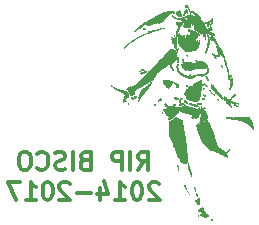
<source format=gbr>
G04 #@! TF.FileFunction,Legend,Bot*
%FSLAX46Y46*%
G04 Gerber Fmt 4.6, Leading zero omitted, Abs format (unit mm)*
G04 Created by KiCad (PCBNEW 4.0.6) date Tue Nov 21 21:51:27 2017*
%MOMM*%
%LPD*%
G01*
G04 APERTURE LIST*
%ADD10C,0.100000*%
%ADD11C,0.300000*%
%ADD12C,0.010000*%
G04 APERTURE END LIST*
D10*
D11*
X170306428Y-149263571D02*
X170806428Y-148549286D01*
X171163571Y-149263571D02*
X171163571Y-147763571D01*
X170592143Y-147763571D01*
X170449285Y-147835000D01*
X170377857Y-147906429D01*
X170306428Y-148049286D01*
X170306428Y-148263571D01*
X170377857Y-148406429D01*
X170449285Y-148477857D01*
X170592143Y-148549286D01*
X171163571Y-148549286D01*
X169663571Y-149263571D02*
X169663571Y-147763571D01*
X168949285Y-149263571D02*
X168949285Y-147763571D01*
X168377857Y-147763571D01*
X168234999Y-147835000D01*
X168163571Y-147906429D01*
X168092142Y-148049286D01*
X168092142Y-148263571D01*
X168163571Y-148406429D01*
X168234999Y-148477857D01*
X168377857Y-148549286D01*
X168949285Y-148549286D01*
X165806428Y-148477857D02*
X165592142Y-148549286D01*
X165520714Y-148620714D01*
X165449285Y-148763571D01*
X165449285Y-148977857D01*
X165520714Y-149120714D01*
X165592142Y-149192143D01*
X165735000Y-149263571D01*
X166306428Y-149263571D01*
X166306428Y-147763571D01*
X165806428Y-147763571D01*
X165663571Y-147835000D01*
X165592142Y-147906429D01*
X165520714Y-148049286D01*
X165520714Y-148192143D01*
X165592142Y-148335000D01*
X165663571Y-148406429D01*
X165806428Y-148477857D01*
X166306428Y-148477857D01*
X164806428Y-149263571D02*
X164806428Y-147763571D01*
X164163571Y-149192143D02*
X163949285Y-149263571D01*
X163592142Y-149263571D01*
X163449285Y-149192143D01*
X163377856Y-149120714D01*
X163306428Y-148977857D01*
X163306428Y-148835000D01*
X163377856Y-148692143D01*
X163449285Y-148620714D01*
X163592142Y-148549286D01*
X163877856Y-148477857D01*
X164020714Y-148406429D01*
X164092142Y-148335000D01*
X164163571Y-148192143D01*
X164163571Y-148049286D01*
X164092142Y-147906429D01*
X164020714Y-147835000D01*
X163877856Y-147763571D01*
X163520714Y-147763571D01*
X163306428Y-147835000D01*
X161806428Y-149120714D02*
X161877857Y-149192143D01*
X162092143Y-149263571D01*
X162235000Y-149263571D01*
X162449285Y-149192143D01*
X162592143Y-149049286D01*
X162663571Y-148906429D01*
X162735000Y-148620714D01*
X162735000Y-148406429D01*
X162663571Y-148120714D01*
X162592143Y-147977857D01*
X162449285Y-147835000D01*
X162235000Y-147763571D01*
X162092143Y-147763571D01*
X161877857Y-147835000D01*
X161806428Y-147906429D01*
X160877857Y-147763571D02*
X160592143Y-147763571D01*
X160449285Y-147835000D01*
X160306428Y-147977857D01*
X160235000Y-148263571D01*
X160235000Y-148763571D01*
X160306428Y-149049286D01*
X160449285Y-149192143D01*
X160592143Y-149263571D01*
X160877857Y-149263571D01*
X161020714Y-149192143D01*
X161163571Y-149049286D01*
X161235000Y-148763571D01*
X161235000Y-148263571D01*
X161163571Y-147977857D01*
X161020714Y-147835000D01*
X160877857Y-147763571D01*
X172092141Y-150456429D02*
X172020712Y-150385000D01*
X171877855Y-150313571D01*
X171520712Y-150313571D01*
X171377855Y-150385000D01*
X171306426Y-150456429D01*
X171234998Y-150599286D01*
X171234998Y-150742143D01*
X171306426Y-150956429D01*
X172163569Y-151813571D01*
X171234998Y-151813571D01*
X170306427Y-150313571D02*
X170163570Y-150313571D01*
X170020713Y-150385000D01*
X169949284Y-150456429D01*
X169877855Y-150599286D01*
X169806427Y-150885000D01*
X169806427Y-151242143D01*
X169877855Y-151527857D01*
X169949284Y-151670714D01*
X170020713Y-151742143D01*
X170163570Y-151813571D01*
X170306427Y-151813571D01*
X170449284Y-151742143D01*
X170520713Y-151670714D01*
X170592141Y-151527857D01*
X170663570Y-151242143D01*
X170663570Y-150885000D01*
X170592141Y-150599286D01*
X170520713Y-150456429D01*
X170449284Y-150385000D01*
X170306427Y-150313571D01*
X168377856Y-151813571D02*
X169234999Y-151813571D01*
X168806427Y-151813571D02*
X168806427Y-150313571D01*
X168949284Y-150527857D01*
X169092142Y-150670714D01*
X169234999Y-150742143D01*
X167092142Y-150813571D02*
X167092142Y-151813571D01*
X167449285Y-150242143D02*
X167806428Y-151313571D01*
X166877856Y-151313571D01*
X166306428Y-151242143D02*
X165163571Y-151242143D01*
X164520714Y-150456429D02*
X164449285Y-150385000D01*
X164306428Y-150313571D01*
X163949285Y-150313571D01*
X163806428Y-150385000D01*
X163734999Y-150456429D01*
X163663571Y-150599286D01*
X163663571Y-150742143D01*
X163734999Y-150956429D01*
X164592142Y-151813571D01*
X163663571Y-151813571D01*
X162735000Y-150313571D02*
X162592143Y-150313571D01*
X162449286Y-150385000D01*
X162377857Y-150456429D01*
X162306428Y-150599286D01*
X162235000Y-150885000D01*
X162235000Y-151242143D01*
X162306428Y-151527857D01*
X162377857Y-151670714D01*
X162449286Y-151742143D01*
X162592143Y-151813571D01*
X162735000Y-151813571D01*
X162877857Y-151742143D01*
X162949286Y-151670714D01*
X163020714Y-151527857D01*
X163092143Y-151242143D01*
X163092143Y-150885000D01*
X163020714Y-150599286D01*
X162949286Y-150456429D01*
X162877857Y-150385000D01*
X162735000Y-150313571D01*
X160806429Y-151813571D02*
X161663572Y-151813571D01*
X161235000Y-151813571D02*
X161235000Y-150313571D01*
X161377857Y-150527857D01*
X161520715Y-150670714D01*
X161663572Y-150742143D01*
X160306429Y-150313571D02*
X159306429Y-150313571D01*
X159949286Y-151813571D01*
D12*
G36*
X176497804Y-153439783D02*
X176475097Y-153452170D01*
X176470820Y-153468940D01*
X176486982Y-153482592D01*
X176516474Y-153491636D01*
X176545737Y-153493741D01*
X176561214Y-153486579D01*
X176561507Y-153484523D01*
X176553641Y-153460819D01*
X176547614Y-153450019D01*
X176526513Y-153437948D01*
X176497804Y-153439783D01*
X176497804Y-153439783D01*
G37*
X176497804Y-153439783D02*
X176475097Y-153452170D01*
X176470820Y-153468940D01*
X176486982Y-153482592D01*
X176516474Y-153491636D01*
X176545737Y-153493741D01*
X176561214Y-153486579D01*
X176561507Y-153484523D01*
X176553641Y-153460819D01*
X176547614Y-153450019D01*
X176526513Y-153437948D01*
X176497804Y-153439783D01*
G36*
X176066318Y-153193524D02*
X176028645Y-153204445D01*
X175969146Y-153227446D01*
X175964613Y-153229289D01*
X175901696Y-153257095D01*
X175868676Y-153277200D01*
X175864777Y-153290091D01*
X175866171Y-153291140D01*
X175879720Y-153299328D01*
X175892754Y-153302038D01*
X175913528Y-153297988D01*
X175950293Y-153285896D01*
X175990250Y-153271857D01*
X176041610Y-153253732D01*
X176082494Y-153239184D01*
X176099195Y-153233142D01*
X176112410Y-153220953D01*
X176102386Y-153202905D01*
X176088716Y-153193428D01*
X176066318Y-153193524D01*
X176066318Y-153193524D01*
G37*
X176066318Y-153193524D02*
X176028645Y-153204445D01*
X175969146Y-153227446D01*
X175964613Y-153229289D01*
X175901696Y-153257095D01*
X175868676Y-153277200D01*
X175864777Y-153290091D01*
X175866171Y-153291140D01*
X175879720Y-153299328D01*
X175892754Y-153302038D01*
X175913528Y-153297988D01*
X175950293Y-153285896D01*
X175990250Y-153271857D01*
X176041610Y-153253732D01*
X176082494Y-153239184D01*
X176099195Y-153233142D01*
X176112410Y-153220953D01*
X176102386Y-153202905D01*
X176088716Y-153193428D01*
X176066318Y-153193524D01*
G36*
X176117250Y-153073940D02*
X176130419Y-153126071D01*
X176163691Y-153175292D01*
X176198928Y-153202878D01*
X176236834Y-153220872D01*
X176254661Y-153221888D01*
X176259888Y-153204721D01*
X176260125Y-153193011D01*
X176245965Y-153160714D01*
X176212460Y-153133480D01*
X176177160Y-153107179D01*
X176156366Y-153080159D01*
X176155827Y-153078656D01*
X176140548Y-153055006D01*
X176124129Y-153053889D01*
X176117250Y-153073940D01*
X176117250Y-153073940D01*
G37*
X176117250Y-153073940D02*
X176130419Y-153126071D01*
X176163691Y-153175292D01*
X176198928Y-153202878D01*
X176236834Y-153220872D01*
X176254661Y-153221888D01*
X176259888Y-153204721D01*
X176260125Y-153193011D01*
X176245965Y-153160714D01*
X176212460Y-153133480D01*
X176177160Y-153107179D01*
X176156366Y-153080159D01*
X176155827Y-153078656D01*
X176140548Y-153055006D01*
X176124129Y-153053889D01*
X176117250Y-153073940D01*
G36*
X175942838Y-153008957D02*
X175895630Y-153023962D01*
X175842082Y-153045092D01*
X175789054Y-153069172D01*
X175743408Y-153093028D01*
X175712003Y-153113486D01*
X175701700Y-153127372D01*
X175703574Y-153129677D01*
X175725332Y-153152514D01*
X175742017Y-153179699D01*
X175773526Y-153211502D01*
X175824950Y-153219420D01*
X175896700Y-153203466D01*
X175942625Y-153185545D01*
X175994413Y-153164862D01*
X176037662Y-153150777D01*
X176057719Y-153146864D01*
X176080895Y-153137630D01*
X176081382Y-153110483D01*
X176059102Y-153063502D01*
X176053924Y-153054843D01*
X176023315Y-153017277D01*
X175987689Y-153003729D01*
X175976845Y-153003250D01*
X175942838Y-153008957D01*
X175942838Y-153008957D01*
G37*
X175942838Y-153008957D02*
X175895630Y-153023962D01*
X175842082Y-153045092D01*
X175789054Y-153069172D01*
X175743408Y-153093028D01*
X175712003Y-153113486D01*
X175701700Y-153127372D01*
X175703574Y-153129677D01*
X175725332Y-153152514D01*
X175742017Y-153179699D01*
X175773526Y-153211502D01*
X175824950Y-153219420D01*
X175896700Y-153203466D01*
X175942625Y-153185545D01*
X175994413Y-153164862D01*
X176037662Y-153150777D01*
X176057719Y-153146864D01*
X176080895Y-153137630D01*
X176081382Y-153110483D01*
X176059102Y-153063502D01*
X176053924Y-153054843D01*
X176023315Y-153017277D01*
X175987689Y-153003729D01*
X175976845Y-153003250D01*
X175942838Y-153008957D01*
G36*
X175402875Y-153154062D02*
X175410813Y-153162000D01*
X175418750Y-153154062D01*
X175410813Y-153146125D01*
X175402875Y-153154062D01*
X175402875Y-153154062D01*
G37*
X175402875Y-153154062D02*
X175410813Y-153162000D01*
X175418750Y-153154062D01*
X175410813Y-153146125D01*
X175402875Y-153154062D01*
G36*
X175875676Y-152917903D02*
X175832746Y-152928246D01*
X175775887Y-152945668D01*
X175712810Y-152967659D01*
X175651228Y-152991706D01*
X175605282Y-153012146D01*
X175562926Y-153038950D01*
X175546480Y-153068285D01*
X175545750Y-153077627D01*
X175547804Y-153106065D01*
X175551324Y-153114375D01*
X175567252Y-153107558D01*
X175602219Y-153090041D01*
X175631834Y-153074530D01*
X175689134Y-153047513D01*
X175759059Y-153019244D01*
X175808823Y-153001716D01*
X175871774Y-152976863D01*
X175906033Y-152952708D01*
X175910515Y-152930290D01*
X175896965Y-152917151D01*
X175875676Y-152917903D01*
X175875676Y-152917903D01*
G37*
X175875676Y-152917903D02*
X175832746Y-152928246D01*
X175775887Y-152945668D01*
X175712810Y-152967659D01*
X175651228Y-152991706D01*
X175605282Y-153012146D01*
X175562926Y-153038950D01*
X175546480Y-153068285D01*
X175545750Y-153077627D01*
X175547804Y-153106065D01*
X175551324Y-153114375D01*
X175567252Y-153107558D01*
X175602219Y-153090041D01*
X175631834Y-153074530D01*
X175689134Y-153047513D01*
X175759059Y-153019244D01*
X175808823Y-153001716D01*
X175871774Y-152976863D01*
X175906033Y-152952708D01*
X175910515Y-152930290D01*
X175896965Y-152917151D01*
X175875676Y-152917903D01*
G36*
X175982709Y-152875943D02*
X175981206Y-152877168D01*
X175961703Y-152903229D01*
X175958500Y-152916182D01*
X175970819Y-152939174D01*
X175997415Y-152946175D01*
X176019323Y-152936077D01*
X176027847Y-152909255D01*
X176020150Y-152888668D01*
X176003103Y-152868379D01*
X175982709Y-152875943D01*
X175982709Y-152875943D01*
G37*
X175982709Y-152875943D02*
X175981206Y-152877168D01*
X175961703Y-152903229D01*
X175958500Y-152916182D01*
X175970819Y-152939174D01*
X175997415Y-152946175D01*
X176019323Y-152936077D01*
X176027847Y-152909255D01*
X176020150Y-152888668D01*
X176003103Y-152868379D01*
X175982709Y-152875943D01*
G36*
X175738019Y-152673704D02*
X175678570Y-152695756D01*
X175624989Y-152729531D01*
X175602902Y-152765347D01*
X175612087Y-152803742D01*
X175626533Y-152822185D01*
X175657953Y-152846967D01*
X175696753Y-152857237D01*
X175750890Y-152853893D01*
X175807688Y-152842686D01*
X175863535Y-152829346D01*
X175893172Y-152817626D01*
X175901252Y-152801685D01*
X175892424Y-152775682D01*
X175880284Y-152751521D01*
X175842196Y-152697174D01*
X175795977Y-152671568D01*
X175738019Y-152673704D01*
X175738019Y-152673704D01*
G37*
X175738019Y-152673704D02*
X175678570Y-152695756D01*
X175624989Y-152729531D01*
X175602902Y-152765347D01*
X175612087Y-152803742D01*
X175626533Y-152822185D01*
X175657953Y-152846967D01*
X175696753Y-152857237D01*
X175750890Y-152853893D01*
X175807688Y-152842686D01*
X175863535Y-152829346D01*
X175893172Y-152817626D01*
X175901252Y-152801685D01*
X175892424Y-152775682D01*
X175880284Y-152751521D01*
X175842196Y-152697174D01*
X175795977Y-152671568D01*
X175738019Y-152673704D01*
G36*
X175604842Y-152538393D02*
X175561072Y-152566320D01*
X175529464Y-152601404D01*
X175522643Y-152617157D01*
X175501101Y-152650300D01*
X175459401Y-152680075D01*
X175455929Y-152681801D01*
X175416107Y-152706260D01*
X175400483Y-152727541D01*
X175411188Y-152741732D01*
X175421881Y-152744349D01*
X175446887Y-152740511D01*
X175490745Y-152727462D01*
X175533487Y-152711997D01*
X175590939Y-152687026D01*
X175642768Y-152660132D01*
X175668131Y-152643965D01*
X175696697Y-152619034D01*
X175702597Y-152596951D01*
X175692641Y-152569161D01*
X175670781Y-152538688D01*
X175647759Y-152527000D01*
X175604842Y-152538393D01*
X175604842Y-152538393D01*
G37*
X175604842Y-152538393D02*
X175561072Y-152566320D01*
X175529464Y-152601404D01*
X175522643Y-152617157D01*
X175501101Y-152650300D01*
X175459401Y-152680075D01*
X175455929Y-152681801D01*
X175416107Y-152706260D01*
X175400483Y-152727541D01*
X175411188Y-152741732D01*
X175421881Y-152744349D01*
X175446887Y-152740511D01*
X175490745Y-152727462D01*
X175533487Y-152711997D01*
X175590939Y-152687026D01*
X175642768Y-152660132D01*
X175668131Y-152643965D01*
X175696697Y-152619034D01*
X175702597Y-152596951D01*
X175692641Y-152569161D01*
X175670781Y-152538688D01*
X175647759Y-152527000D01*
X175604842Y-152538393D01*
G36*
X175722549Y-152444080D02*
X175723032Y-152473929D01*
X175736244Y-152507371D01*
X175753580Y-152543282D01*
X175767601Y-152578593D01*
X175785704Y-152607819D01*
X175808463Y-152621890D01*
X175826569Y-152617558D01*
X175831500Y-152600897D01*
X175820630Y-152574627D01*
X175801573Y-152552461D01*
X175776158Y-152516644D01*
X175762282Y-152478563D01*
X175750909Y-152445536D01*
X175736684Y-152431750D01*
X175736647Y-152431750D01*
X175722549Y-152444080D01*
X175722549Y-152444080D01*
G37*
X175722549Y-152444080D02*
X175723032Y-152473929D01*
X175736244Y-152507371D01*
X175753580Y-152543282D01*
X175767601Y-152578593D01*
X175785704Y-152607819D01*
X175808463Y-152621890D01*
X175826569Y-152617558D01*
X175831500Y-152600897D01*
X175820630Y-152574627D01*
X175801573Y-152552461D01*
X175776158Y-152516644D01*
X175762282Y-152478563D01*
X175750909Y-152445536D01*
X175736684Y-152431750D01*
X175736647Y-152431750D01*
X175722549Y-152444080D01*
G36*
X175423740Y-151698200D02*
X175388337Y-151721921D01*
X175343346Y-151757346D01*
X175334121Y-151765150D01*
X175286301Y-151803293D01*
X175244805Y-151831449D01*
X175217560Y-151844328D01*
X175215059Y-151844618D01*
X175177789Y-151853210D01*
X175165776Y-151859280D01*
X175156189Y-151872207D01*
X175164086Y-151893073D01*
X175192184Y-151928076D01*
X175199577Y-151936335D01*
X175231083Y-151979189D01*
X175264098Y-152036514D01*
X175293752Y-152098177D01*
X175315175Y-152154043D01*
X175323500Y-152193980D01*
X175323500Y-152194220D01*
X175335294Y-152208447D01*
X175366288Y-152205560D01*
X175409905Y-152186978D01*
X175438686Y-152169370D01*
X175477614Y-152135578D01*
X175503850Y-152099378D01*
X175507927Y-152088661D01*
X175512407Y-152045655D01*
X175510556Y-151985825D01*
X175503605Y-151916664D01*
X175492787Y-151845665D01*
X175479331Y-151780321D01*
X175464471Y-151728125D01*
X175449437Y-151696568D01*
X175442563Y-151690966D01*
X175423740Y-151698200D01*
X175423740Y-151698200D01*
G37*
X175423740Y-151698200D02*
X175388337Y-151721921D01*
X175343346Y-151757346D01*
X175334121Y-151765150D01*
X175286301Y-151803293D01*
X175244805Y-151831449D01*
X175217560Y-151844328D01*
X175215059Y-151844618D01*
X175177789Y-151853210D01*
X175165776Y-151859280D01*
X175156189Y-151872207D01*
X175164086Y-151893073D01*
X175192184Y-151928076D01*
X175199577Y-151936335D01*
X175231083Y-151979189D01*
X175264098Y-152036514D01*
X175293752Y-152098177D01*
X175315175Y-152154043D01*
X175323500Y-152193980D01*
X175323500Y-152194220D01*
X175335294Y-152208447D01*
X175366288Y-152205560D01*
X175409905Y-152186978D01*
X175438686Y-152169370D01*
X175477614Y-152135578D01*
X175503850Y-152099378D01*
X175507927Y-152088661D01*
X175512407Y-152045655D01*
X175510556Y-151985825D01*
X175503605Y-151916664D01*
X175492787Y-151845665D01*
X175479331Y-151780321D01*
X175464471Y-151728125D01*
X175449437Y-151696568D01*
X175442563Y-151690966D01*
X175423740Y-151698200D01*
G36*
X175251814Y-151285234D02*
X175248257Y-151307725D01*
X175250287Y-151343424D01*
X175257884Y-151383311D01*
X175261211Y-151394636D01*
X175278095Y-151433608D01*
X175297592Y-151461620D01*
X175314388Y-151473294D01*
X175323171Y-151463252D01*
X175323500Y-151457702D01*
X175317714Y-151427789D01*
X175303482Y-151382354D01*
X175285491Y-151334352D01*
X175268431Y-151296734D01*
X175260977Y-151284970D01*
X175251814Y-151285234D01*
X175251814Y-151285234D01*
G37*
X175251814Y-151285234D02*
X175248257Y-151307725D01*
X175250287Y-151343424D01*
X175257884Y-151383311D01*
X175261211Y-151394636D01*
X175278095Y-151433608D01*
X175297592Y-151461620D01*
X175314388Y-151473294D01*
X175323171Y-151463252D01*
X175323500Y-151457702D01*
X175317714Y-151427789D01*
X175303482Y-151382354D01*
X175285491Y-151334352D01*
X175268431Y-151296734D01*
X175260977Y-151284970D01*
X175251814Y-151285234D01*
G36*
X174609125Y-151344312D02*
X174617063Y-151352250D01*
X174625000Y-151344312D01*
X174617063Y-151336375D01*
X174609125Y-151344312D01*
X174609125Y-151344312D01*
G37*
X174609125Y-151344312D02*
X174617063Y-151352250D01*
X174625000Y-151344312D01*
X174617063Y-151336375D01*
X174609125Y-151344312D01*
G36*
X174513875Y-151153812D02*
X174521813Y-151161750D01*
X174529750Y-151153812D01*
X174521813Y-151145875D01*
X174513875Y-151153812D01*
X174513875Y-151153812D01*
G37*
X174513875Y-151153812D02*
X174521813Y-151161750D01*
X174529750Y-151153812D01*
X174521813Y-151145875D01*
X174513875Y-151153812D01*
G36*
X174482125Y-151090312D02*
X174490063Y-151098250D01*
X174498000Y-151090312D01*
X174490063Y-151082375D01*
X174482125Y-151090312D01*
X174482125Y-151090312D01*
G37*
X174482125Y-151090312D02*
X174490063Y-151098250D01*
X174498000Y-151090312D01*
X174490063Y-151082375D01*
X174482125Y-151090312D01*
G36*
X175164750Y-151074437D02*
X175172688Y-151082375D01*
X175180625Y-151074437D01*
X175172688Y-151066500D01*
X175164750Y-151074437D01*
X175164750Y-151074437D01*
G37*
X175164750Y-151074437D02*
X175172688Y-151082375D01*
X175180625Y-151074437D01*
X175172688Y-151066500D01*
X175164750Y-151074437D01*
G36*
X175148875Y-151026812D02*
X175156813Y-151034750D01*
X175164750Y-151026812D01*
X175156813Y-151018875D01*
X175148875Y-151026812D01*
X175148875Y-151026812D01*
G37*
X175148875Y-151026812D02*
X175156813Y-151034750D01*
X175164750Y-151026812D01*
X175156813Y-151018875D01*
X175148875Y-151026812D01*
G36*
X175138292Y-150976541D02*
X175136392Y-150995381D01*
X175138292Y-150997708D01*
X175147730Y-150995529D01*
X175148875Y-150987125D01*
X175143067Y-150974058D01*
X175138292Y-150976541D01*
X175138292Y-150976541D01*
G37*
X175138292Y-150976541D02*
X175136392Y-150995381D01*
X175138292Y-150997708D01*
X175147730Y-150995529D01*
X175148875Y-150987125D01*
X175143067Y-150974058D01*
X175138292Y-150976541D01*
G36*
X175073970Y-150772642D02*
X175079825Y-150810183D01*
X175089808Y-150855683D01*
X175101337Y-150897939D01*
X175111830Y-150925753D01*
X175115452Y-150930528D01*
X175118110Y-150920505D01*
X175113555Y-150887254D01*
X175103944Y-150842998D01*
X175091037Y-150794634D01*
X175080382Y-150762671D01*
X175074823Y-150754260D01*
X175073970Y-150772642D01*
X175073970Y-150772642D01*
G37*
X175073970Y-150772642D02*
X175079825Y-150810183D01*
X175089808Y-150855683D01*
X175101337Y-150897939D01*
X175111830Y-150925753D01*
X175115452Y-150930528D01*
X175118110Y-150920505D01*
X175113555Y-150887254D01*
X175103944Y-150842998D01*
X175091037Y-150794634D01*
X175080382Y-150762671D01*
X175074823Y-150754260D01*
X175073970Y-150772642D01*
G36*
X174228125Y-150578353D02*
X174234498Y-150596664D01*
X174251323Y-150635234D01*
X174275160Y-150686912D01*
X174302571Y-150744547D01*
X174330116Y-150800989D01*
X174354356Y-150849085D01*
X174371851Y-150881684D01*
X174378914Y-150891875D01*
X174379050Y-150878781D01*
X174371468Y-150848218D01*
X174354887Y-150801779D01*
X174331924Y-150748175D01*
X174305642Y-150693174D01*
X174279106Y-150642546D01*
X174255378Y-150602056D01*
X174237523Y-150577474D01*
X174228604Y-150574567D01*
X174228125Y-150578353D01*
X174228125Y-150578353D01*
G37*
X174228125Y-150578353D02*
X174234498Y-150596664D01*
X174251323Y-150635234D01*
X174275160Y-150686912D01*
X174302571Y-150744547D01*
X174330116Y-150800989D01*
X174354356Y-150849085D01*
X174371851Y-150881684D01*
X174378914Y-150891875D01*
X174379050Y-150878781D01*
X174371468Y-150848218D01*
X174354887Y-150801779D01*
X174331924Y-150748175D01*
X174305642Y-150693174D01*
X174279106Y-150642546D01*
X174255378Y-150602056D01*
X174237523Y-150577474D01*
X174228604Y-150574567D01*
X174228125Y-150578353D01*
G36*
X174517972Y-148716535D02*
X174514343Y-148724937D01*
X174512007Y-148761774D01*
X174522732Y-148811564D01*
X174525709Y-148820187D01*
X174536995Y-148864104D01*
X174547897Y-148928943D01*
X174556752Y-149003904D01*
X174559942Y-149042515D01*
X174567341Y-149125856D01*
X174577842Y-149188935D01*
X174594118Y-149243235D01*
X174618839Y-149300242D01*
X174620869Y-149304453D01*
X174652214Y-149378025D01*
X174681550Y-149461468D01*
X174697866Y-149518687D01*
X174715141Y-149582082D01*
X174733962Y-149639665D01*
X174749551Y-149677437D01*
X174768948Y-149723642D01*
X174779939Y-149764750D01*
X174790080Y-149801314D01*
X174800903Y-149819816D01*
X174809276Y-149818457D01*
X174807686Y-149788832D01*
X174806228Y-149780128D01*
X174771195Y-149593349D01*
X174734621Y-149414489D01*
X174697453Y-149247421D01*
X174660635Y-149096021D01*
X174625113Y-148964163D01*
X174591834Y-148855721D01*
X174561742Y-148774570D01*
X174559535Y-148769452D01*
X174539607Y-148726919D01*
X174526992Y-148710500D01*
X174517972Y-148716535D01*
X174517972Y-148716535D01*
G37*
X174517972Y-148716535D02*
X174514343Y-148724937D01*
X174512007Y-148761774D01*
X174522732Y-148811564D01*
X174525709Y-148820187D01*
X174536995Y-148864104D01*
X174547897Y-148928943D01*
X174556752Y-149003904D01*
X174559942Y-149042515D01*
X174567341Y-149125856D01*
X174577842Y-149188935D01*
X174594118Y-149243235D01*
X174618839Y-149300242D01*
X174620869Y-149304453D01*
X174652214Y-149378025D01*
X174681550Y-149461468D01*
X174697866Y-149518687D01*
X174715141Y-149582082D01*
X174733962Y-149639665D01*
X174749551Y-149677437D01*
X174768948Y-149723642D01*
X174779939Y-149764750D01*
X174790080Y-149801314D01*
X174800903Y-149819816D01*
X174809276Y-149818457D01*
X174807686Y-149788832D01*
X174806228Y-149780128D01*
X174771195Y-149593349D01*
X174734621Y-149414489D01*
X174697453Y-149247421D01*
X174660635Y-149096021D01*
X174625113Y-148964163D01*
X174591834Y-148855721D01*
X174561742Y-148774570D01*
X174559535Y-148769452D01*
X174539607Y-148726919D01*
X174526992Y-148710500D01*
X174517972Y-148716535D01*
G36*
X173658762Y-148971000D02*
X173661615Y-149007786D01*
X173669894Y-149061737D01*
X173681743Y-149124100D01*
X173695305Y-149186126D01*
X173708724Y-149239064D01*
X173720145Y-149274162D01*
X173724877Y-149282667D01*
X173728455Y-149274009D01*
X173727757Y-149242361D01*
X173725950Y-149222342D01*
X173717293Y-149163422D01*
X173705448Y-149106643D01*
X173703173Y-149098000D01*
X173689008Y-149043404D01*
X173675014Y-148984423D01*
X173673795Y-148978937D01*
X173659815Y-148915437D01*
X173658762Y-148971000D01*
X173658762Y-148971000D01*
G37*
X173658762Y-148971000D02*
X173661615Y-149007786D01*
X173669894Y-149061737D01*
X173681743Y-149124100D01*
X173695305Y-149186126D01*
X173708724Y-149239064D01*
X173720145Y-149274162D01*
X173724877Y-149282667D01*
X173728455Y-149274009D01*
X173727757Y-149242361D01*
X173725950Y-149222342D01*
X173717293Y-149163422D01*
X173705448Y-149106643D01*
X173703173Y-149098000D01*
X173689008Y-149043404D01*
X173675014Y-148984423D01*
X173673795Y-148978937D01*
X173659815Y-148915437D01*
X173658762Y-148971000D01*
G36*
X173480759Y-144848003D02*
X173425822Y-144866727D01*
X173363278Y-144905318D01*
X173302376Y-144956735D01*
X173252368Y-145013939D01*
X173241579Y-145030031D01*
X173212381Y-145066405D01*
X173178339Y-145080421D01*
X173157637Y-145081625D01*
X173079586Y-145090373D01*
X173023204Y-145118742D01*
X172982995Y-145169919D01*
X172974253Y-145187938D01*
X172954868Y-145237036D01*
X172939599Y-145289580D01*
X172928099Y-145349668D01*
X172920017Y-145421400D01*
X172915006Y-145508872D01*
X172912715Y-145616184D01*
X172912797Y-145747433D01*
X172914596Y-145888559D01*
X172916876Y-146017425D01*
X172919176Y-146118455D01*
X172921813Y-146195564D01*
X172925102Y-146252666D01*
X172929358Y-146293673D01*
X172934896Y-146322500D01*
X172942034Y-146343060D01*
X172951084Y-146359268D01*
X172952737Y-146361726D01*
X172972023Y-146397734D01*
X172996199Y-146453874D01*
X173020957Y-146519892D01*
X173028529Y-146542125D01*
X173053764Y-146611297D01*
X173088582Y-146697374D01*
X173128214Y-146788939D01*
X173164513Y-146867562D01*
X173249134Y-147046151D01*
X173320948Y-147202495D01*
X173382309Y-147342243D01*
X173435572Y-147471047D01*
X173483089Y-147594556D01*
X173527217Y-147718422D01*
X173560543Y-147818141D01*
X173609617Y-147957426D01*
X173659508Y-148077801D01*
X173708434Y-148175422D01*
X173754612Y-148246443D01*
X173765037Y-148259046D01*
X173805211Y-148317859D01*
X173843307Y-148396588D01*
X173874118Y-148483552D01*
X173886002Y-148530337D01*
X173909643Y-148569060D01*
X173962734Y-148607854D01*
X174043006Y-148645381D01*
X174131788Y-148675542D01*
X174199530Y-148693402D01*
X174249482Y-148699012D01*
X174293266Y-148692077D01*
X174342505Y-148672301D01*
X174347188Y-148670079D01*
X174396966Y-148643341D01*
X174440946Y-148615011D01*
X174448990Y-148608880D01*
X174469610Y-148590454D01*
X174479056Y-148571751D01*
X174478655Y-148543232D01*
X174469735Y-148495360D01*
X174466760Y-148481275D01*
X174457242Y-148420156D01*
X174454110Y-148363387D01*
X174456520Y-148333056D01*
X174458648Y-148296898D01*
X174456818Y-148233385D01*
X174451377Y-148146616D01*
X174442671Y-148040695D01*
X174431048Y-147919721D01*
X174416854Y-147787795D01*
X174400436Y-147649019D01*
X174395013Y-147605750D01*
X174383679Y-147510522D01*
X174371675Y-147399830D01*
X174360710Y-147289873D01*
X174354802Y-147224750D01*
X174339995Y-147074900D01*
X174318785Y-146895522D01*
X174291368Y-146688146D01*
X174257937Y-146454301D01*
X174252131Y-146415125D01*
X174240961Y-146339628D01*
X174230352Y-146267116D01*
X174222027Y-146209396D01*
X174219691Y-146192875D01*
X174211494Y-146142960D01*
X174198770Y-146075034D01*
X174183969Y-146002057D01*
X174180654Y-145986500D01*
X174166968Y-145920039D01*
X174149845Y-145832584D01*
X174131255Y-145734424D01*
X174113171Y-145635850D01*
X174109155Y-145613437D01*
X174090598Y-145511180D01*
X174070236Y-145401968D01*
X174050363Y-145297951D01*
X174033277Y-145211276D01*
X174031130Y-145200687D01*
X174015429Y-145125078D01*
X174003551Y-145075404D01*
X173993144Y-145046454D01*
X173981853Y-145033020D01*
X173967324Y-145029893D01*
X173954439Y-145030990D01*
X173917688Y-145025220D01*
X173866917Y-144999178D01*
X173814833Y-144963415D01*
X173721390Y-144905541D01*
X173625834Y-144865910D01*
X173535958Y-144847214D01*
X173480759Y-144848003D01*
X173480759Y-144848003D01*
G37*
X173480759Y-144848003D02*
X173425822Y-144866727D01*
X173363278Y-144905318D01*
X173302376Y-144956735D01*
X173252368Y-145013939D01*
X173241579Y-145030031D01*
X173212381Y-145066405D01*
X173178339Y-145080421D01*
X173157637Y-145081625D01*
X173079586Y-145090373D01*
X173023204Y-145118742D01*
X172982995Y-145169919D01*
X172974253Y-145187938D01*
X172954868Y-145237036D01*
X172939599Y-145289580D01*
X172928099Y-145349668D01*
X172920017Y-145421400D01*
X172915006Y-145508872D01*
X172912715Y-145616184D01*
X172912797Y-145747433D01*
X172914596Y-145888559D01*
X172916876Y-146017425D01*
X172919176Y-146118455D01*
X172921813Y-146195564D01*
X172925102Y-146252666D01*
X172929358Y-146293673D01*
X172934896Y-146322500D01*
X172942034Y-146343060D01*
X172951084Y-146359268D01*
X172952737Y-146361726D01*
X172972023Y-146397734D01*
X172996199Y-146453874D01*
X173020957Y-146519892D01*
X173028529Y-146542125D01*
X173053764Y-146611297D01*
X173088582Y-146697374D01*
X173128214Y-146788939D01*
X173164513Y-146867562D01*
X173249134Y-147046151D01*
X173320948Y-147202495D01*
X173382309Y-147342243D01*
X173435572Y-147471047D01*
X173483089Y-147594556D01*
X173527217Y-147718422D01*
X173560543Y-147818141D01*
X173609617Y-147957426D01*
X173659508Y-148077801D01*
X173708434Y-148175422D01*
X173754612Y-148246443D01*
X173765037Y-148259046D01*
X173805211Y-148317859D01*
X173843307Y-148396588D01*
X173874118Y-148483552D01*
X173886002Y-148530337D01*
X173909643Y-148569060D01*
X173962734Y-148607854D01*
X174043006Y-148645381D01*
X174131788Y-148675542D01*
X174199530Y-148693402D01*
X174249482Y-148699012D01*
X174293266Y-148692077D01*
X174342505Y-148672301D01*
X174347188Y-148670079D01*
X174396966Y-148643341D01*
X174440946Y-148615011D01*
X174448990Y-148608880D01*
X174469610Y-148590454D01*
X174479056Y-148571751D01*
X174478655Y-148543232D01*
X174469735Y-148495360D01*
X174466760Y-148481275D01*
X174457242Y-148420156D01*
X174454110Y-148363387D01*
X174456520Y-148333056D01*
X174458648Y-148296898D01*
X174456818Y-148233385D01*
X174451377Y-148146616D01*
X174442671Y-148040695D01*
X174431048Y-147919721D01*
X174416854Y-147787795D01*
X174400436Y-147649019D01*
X174395013Y-147605750D01*
X174383679Y-147510522D01*
X174371675Y-147399830D01*
X174360710Y-147289873D01*
X174354802Y-147224750D01*
X174339995Y-147074900D01*
X174318785Y-146895522D01*
X174291368Y-146688146D01*
X174257937Y-146454301D01*
X174252131Y-146415125D01*
X174240961Y-146339628D01*
X174230352Y-146267116D01*
X174222027Y-146209396D01*
X174219691Y-146192875D01*
X174211494Y-146142960D01*
X174198770Y-146075034D01*
X174183969Y-146002057D01*
X174180654Y-145986500D01*
X174166968Y-145920039D01*
X174149845Y-145832584D01*
X174131255Y-145734424D01*
X174113171Y-145635850D01*
X174109155Y-145613437D01*
X174090598Y-145511180D01*
X174070236Y-145401968D01*
X174050363Y-145297951D01*
X174033277Y-145211276D01*
X174031130Y-145200687D01*
X174015429Y-145125078D01*
X174003551Y-145075404D01*
X173993144Y-145046454D01*
X173981853Y-145033020D01*
X173967324Y-145029893D01*
X173954439Y-145030990D01*
X173917688Y-145025220D01*
X173866917Y-144999178D01*
X173814833Y-144963415D01*
X173721390Y-144905541D01*
X173625834Y-144865910D01*
X173535958Y-144847214D01*
X173480759Y-144848003D01*
G36*
X176116360Y-145058693D02*
X176076983Y-145081013D01*
X176027580Y-145112892D01*
X176018792Y-145118908D01*
X175955327Y-145160870D01*
X175887953Y-145202536D01*
X175835469Y-145232556D01*
X175791078Y-145258384D01*
X175760846Y-145279926D01*
X175752125Y-145290522D01*
X175737642Y-145322584D01*
X175699708Y-145348841D01*
X175646600Y-145364720D01*
X175613056Y-145367375D01*
X175575597Y-145368367D01*
X175548444Y-145374710D01*
X175524208Y-145391456D01*
X175495502Y-145423654D01*
X175456321Y-145474531D01*
X175400079Y-145551027D01*
X175361748Y-145610479D01*
X175338456Y-145659850D01*
X175327332Y-145706099D01*
X175325505Y-145756188D01*
X175327366Y-145787186D01*
X175340251Y-145866010D01*
X175367399Y-145968225D01*
X175407380Y-146089624D01*
X175458764Y-146225997D01*
X175520119Y-146373136D01*
X175547728Y-146435381D01*
X175580799Y-146511294D01*
X175607618Y-146577922D01*
X175626033Y-146629508D01*
X175633893Y-146660296D01*
X175633672Y-146665324D01*
X175634443Y-146678924D01*
X175641182Y-146676950D01*
X175655120Y-146681378D01*
X175659293Y-146695969D01*
X175662364Y-146729788D01*
X175663540Y-146741311D01*
X175676303Y-146771808D01*
X175708709Y-146822271D01*
X175758382Y-146889789D01*
X175822947Y-146971454D01*
X175900027Y-147064357D01*
X175987246Y-147165588D01*
X176082229Y-147272239D01*
X176182599Y-147381400D01*
X176211146Y-147411807D01*
X176395063Y-147606803D01*
X176482375Y-147603998D01*
X176587108Y-147607871D01*
X176694056Y-147624467D01*
X176794975Y-147651527D01*
X176881624Y-147686792D01*
X176945758Y-147728005D01*
X176950490Y-147732249D01*
X176974917Y-147750191D01*
X177019281Y-147778723D01*
X177076682Y-147813806D01*
X177140218Y-147851404D01*
X177202988Y-147887478D01*
X177258091Y-147917991D01*
X177298625Y-147938905D01*
X177315813Y-147945986D01*
X177423916Y-147978593D01*
X177504496Y-148020526D01*
X177514668Y-148027901D01*
X177562466Y-148059232D01*
X177624483Y-148093193D01*
X177692179Y-148125871D01*
X177757015Y-148153351D01*
X177810450Y-148171721D01*
X177840567Y-148177250D01*
X177871148Y-148169539D01*
X177879375Y-148144972D01*
X177871127Y-148109007D01*
X177849289Y-148055700D01*
X177818221Y-147993897D01*
X177782283Y-147932444D01*
X177754456Y-147891500D01*
X177662266Y-147777539D01*
X177561652Y-147672159D01*
X177457835Y-147579847D01*
X177356034Y-147505092D01*
X177261471Y-147452384D01*
X177228117Y-147438927D01*
X177140992Y-147402392D01*
X177074378Y-147362415D01*
X177032834Y-147321972D01*
X177024008Y-147305694D01*
X176994731Y-147227657D01*
X176961581Y-147136360D01*
X176928014Y-147041603D01*
X176897486Y-146953187D01*
X176873452Y-146880910D01*
X176866712Y-146859625D01*
X176748791Y-146491721D01*
X176632390Y-146154433D01*
X176517608Y-145848021D01*
X176404542Y-145572747D01*
X176293291Y-145328871D01*
X176279455Y-145300480D01*
X176238629Y-145219440D01*
X176201357Y-145149330D01*
X176170252Y-145094769D01*
X176147931Y-145060376D01*
X176137855Y-145050449D01*
X176116360Y-145058693D01*
X176116360Y-145058693D01*
G37*
X176116360Y-145058693D02*
X176076983Y-145081013D01*
X176027580Y-145112892D01*
X176018792Y-145118908D01*
X175955327Y-145160870D01*
X175887953Y-145202536D01*
X175835469Y-145232556D01*
X175791078Y-145258384D01*
X175760846Y-145279926D01*
X175752125Y-145290522D01*
X175737642Y-145322584D01*
X175699708Y-145348841D01*
X175646600Y-145364720D01*
X175613056Y-145367375D01*
X175575597Y-145368367D01*
X175548444Y-145374710D01*
X175524208Y-145391456D01*
X175495502Y-145423654D01*
X175456321Y-145474531D01*
X175400079Y-145551027D01*
X175361748Y-145610479D01*
X175338456Y-145659850D01*
X175327332Y-145706099D01*
X175325505Y-145756188D01*
X175327366Y-145787186D01*
X175340251Y-145866010D01*
X175367399Y-145968225D01*
X175407380Y-146089624D01*
X175458764Y-146225997D01*
X175520119Y-146373136D01*
X175547728Y-146435381D01*
X175580799Y-146511294D01*
X175607618Y-146577922D01*
X175626033Y-146629508D01*
X175633893Y-146660296D01*
X175633672Y-146665324D01*
X175634443Y-146678924D01*
X175641182Y-146676950D01*
X175655120Y-146681378D01*
X175659293Y-146695969D01*
X175662364Y-146729788D01*
X175663540Y-146741311D01*
X175676303Y-146771808D01*
X175708709Y-146822271D01*
X175758382Y-146889789D01*
X175822947Y-146971454D01*
X175900027Y-147064357D01*
X175987246Y-147165588D01*
X176082229Y-147272239D01*
X176182599Y-147381400D01*
X176211146Y-147411807D01*
X176395063Y-147606803D01*
X176482375Y-147603998D01*
X176587108Y-147607871D01*
X176694056Y-147624467D01*
X176794975Y-147651527D01*
X176881624Y-147686792D01*
X176945758Y-147728005D01*
X176950490Y-147732249D01*
X176974917Y-147750191D01*
X177019281Y-147778723D01*
X177076682Y-147813806D01*
X177140218Y-147851404D01*
X177202988Y-147887478D01*
X177258091Y-147917991D01*
X177298625Y-147938905D01*
X177315813Y-147945986D01*
X177423916Y-147978593D01*
X177504496Y-148020526D01*
X177514668Y-148027901D01*
X177562466Y-148059232D01*
X177624483Y-148093193D01*
X177692179Y-148125871D01*
X177757015Y-148153351D01*
X177810450Y-148171721D01*
X177840567Y-148177250D01*
X177871148Y-148169539D01*
X177879375Y-148144972D01*
X177871127Y-148109007D01*
X177849289Y-148055700D01*
X177818221Y-147993897D01*
X177782283Y-147932444D01*
X177754456Y-147891500D01*
X177662266Y-147777539D01*
X177561652Y-147672159D01*
X177457835Y-147579847D01*
X177356034Y-147505092D01*
X177261471Y-147452384D01*
X177228117Y-147438927D01*
X177140992Y-147402392D01*
X177074378Y-147362415D01*
X177032834Y-147321972D01*
X177024008Y-147305694D01*
X176994731Y-147227657D01*
X176961581Y-147136360D01*
X176928014Y-147041603D01*
X176897486Y-146953187D01*
X176873452Y-146880910D01*
X176866712Y-146859625D01*
X176748791Y-146491721D01*
X176632390Y-146154433D01*
X176517608Y-145848021D01*
X176404542Y-145572747D01*
X176293291Y-145328871D01*
X176279455Y-145300480D01*
X176238629Y-145219440D01*
X176201357Y-145149330D01*
X176170252Y-145094769D01*
X176147931Y-145060376D01*
X176137855Y-145050449D01*
X176116360Y-145058693D01*
G36*
X178043693Y-147543418D02*
X178015672Y-147563878D01*
X177974293Y-147600090D01*
X177927000Y-147645437D01*
X177876303Y-147696864D01*
X177835223Y-147740489D01*
X177808323Y-147771337D01*
X177800000Y-147783971D01*
X177804745Y-147794983D01*
X177820781Y-147789708D01*
X177850812Y-147766142D01*
X177897542Y-147722282D01*
X177939304Y-147680782D01*
X177987397Y-147630228D01*
X178025568Y-147586033D01*
X178048979Y-147554041D01*
X178054000Y-147542249D01*
X178043693Y-147543418D01*
X178043693Y-147543418D01*
G37*
X178043693Y-147543418D02*
X178015672Y-147563878D01*
X177974293Y-147600090D01*
X177927000Y-147645437D01*
X177876303Y-147696864D01*
X177835223Y-147740489D01*
X177808323Y-147771337D01*
X177800000Y-147783971D01*
X177804745Y-147794983D01*
X177820781Y-147789708D01*
X177850812Y-147766142D01*
X177897542Y-147722282D01*
X177939304Y-147680782D01*
X177987397Y-147630228D01*
X178025568Y-147586033D01*
X178048979Y-147554041D01*
X178054000Y-147542249D01*
X178043693Y-147543418D01*
G36*
X179210624Y-144784118D02*
X179090515Y-144786855D01*
X178969705Y-144790849D01*
X178853360Y-144795962D01*
X178746643Y-144802058D01*
X178654717Y-144808999D01*
X178582745Y-144816649D01*
X178546125Y-144822531D01*
X178481123Y-144835439D01*
X178422154Y-144846513D01*
X178381311Y-144853486D01*
X178379438Y-144853763D01*
X178315723Y-144866443D01*
X178254378Y-144884348D01*
X178205946Y-144904011D01*
X178184305Y-144917956D01*
X178176201Y-144929768D01*
X178182026Y-144938797D01*
X178205377Y-144945715D01*
X178249853Y-144951193D01*
X178319051Y-144955903D01*
X178411188Y-144960285D01*
X178497340Y-144966201D01*
X178585625Y-144975973D01*
X178662865Y-144987990D01*
X178696938Y-144995236D01*
X178865256Y-145038130D01*
X179007062Y-145077416D01*
X179127128Y-145114907D01*
X179230226Y-145152414D01*
X179321127Y-145191752D01*
X179404605Y-145234731D01*
X179485431Y-145283166D01*
X179527372Y-145310690D01*
X179583954Y-145352917D01*
X179653052Y-145410763D01*
X179728792Y-145478630D01*
X179805302Y-145550919D01*
X179876708Y-145622034D01*
X179937137Y-145686375D01*
X179980716Y-145738345D01*
X179990750Y-145752351D01*
X180023829Y-145796092D01*
X180044869Y-145810459D01*
X180053878Y-145795457D01*
X180054250Y-145787154D01*
X180051007Y-145756640D01*
X180042917Y-145710778D01*
X180039810Y-145695873D01*
X180029514Y-145644670D01*
X180017108Y-145577731D01*
X180006749Y-145518187D01*
X179968986Y-145351885D01*
X179910005Y-145183024D01*
X179858423Y-145066615D01*
X179800295Y-144957571D01*
X179742955Y-144877581D01*
X179684169Y-144824092D01*
X179621705Y-144794554D01*
X179619946Y-144794064D01*
X179580791Y-144788467D01*
X179515117Y-144784811D01*
X179428089Y-144782959D01*
X179324870Y-144782773D01*
X179210624Y-144784118D01*
X179210624Y-144784118D01*
G37*
X179210624Y-144784118D02*
X179090515Y-144786855D01*
X178969705Y-144790849D01*
X178853360Y-144795962D01*
X178746643Y-144802058D01*
X178654717Y-144808999D01*
X178582745Y-144816649D01*
X178546125Y-144822531D01*
X178481123Y-144835439D01*
X178422154Y-144846513D01*
X178381311Y-144853486D01*
X178379438Y-144853763D01*
X178315723Y-144866443D01*
X178254378Y-144884348D01*
X178205946Y-144904011D01*
X178184305Y-144917956D01*
X178176201Y-144929768D01*
X178182026Y-144938797D01*
X178205377Y-144945715D01*
X178249853Y-144951193D01*
X178319051Y-144955903D01*
X178411188Y-144960285D01*
X178497340Y-144966201D01*
X178585625Y-144975973D01*
X178662865Y-144987990D01*
X178696938Y-144995236D01*
X178865256Y-145038130D01*
X179007062Y-145077416D01*
X179127128Y-145114907D01*
X179230226Y-145152414D01*
X179321127Y-145191752D01*
X179404605Y-145234731D01*
X179485431Y-145283166D01*
X179527372Y-145310690D01*
X179583954Y-145352917D01*
X179653052Y-145410763D01*
X179728792Y-145478630D01*
X179805302Y-145550919D01*
X179876708Y-145622034D01*
X179937137Y-145686375D01*
X179980716Y-145738345D01*
X179990750Y-145752351D01*
X180023829Y-145796092D01*
X180044869Y-145810459D01*
X180053878Y-145795457D01*
X180054250Y-145787154D01*
X180051007Y-145756640D01*
X180042917Y-145710778D01*
X180039810Y-145695873D01*
X180029514Y-145644670D01*
X180017108Y-145577731D01*
X180006749Y-145518187D01*
X179968986Y-145351885D01*
X179910005Y-145183024D01*
X179858423Y-145066615D01*
X179800295Y-144957571D01*
X179742955Y-144877581D01*
X179684169Y-144824092D01*
X179621705Y-144794554D01*
X179619946Y-144794064D01*
X179580791Y-144788467D01*
X179515117Y-144784811D01*
X179428089Y-144782959D01*
X179324870Y-144782773D01*
X179210624Y-144784118D01*
G36*
X175383696Y-145365408D02*
X175342672Y-145398297D01*
X175300583Y-145442665D01*
X175262018Y-145494896D01*
X175248934Y-145532450D01*
X175257798Y-145553539D01*
X175285073Y-145556375D01*
X175327226Y-145539167D01*
X175380720Y-145500128D01*
X175392734Y-145489296D01*
X175437831Y-145444843D01*
X175460276Y-145414155D01*
X175462419Y-145391429D01*
X175446608Y-145370859D01*
X175442185Y-145367061D01*
X175415511Y-145355720D01*
X175383696Y-145365408D01*
X175383696Y-145365408D01*
G37*
X175383696Y-145365408D02*
X175342672Y-145398297D01*
X175300583Y-145442665D01*
X175262018Y-145494896D01*
X175248934Y-145532450D01*
X175257798Y-145553539D01*
X175285073Y-145556375D01*
X175327226Y-145539167D01*
X175380720Y-145500128D01*
X175392734Y-145489296D01*
X175437831Y-145444843D01*
X175460276Y-145414155D01*
X175462419Y-145391429D01*
X175446608Y-145370859D01*
X175442185Y-145367061D01*
X175415511Y-145355720D01*
X175383696Y-145365408D01*
G36*
X175624371Y-143898440D02*
X175615197Y-143923301D01*
X175613552Y-143969394D01*
X175619138Y-144040531D01*
X175625426Y-144093624D01*
X175634987Y-144219954D01*
X175635380Y-144367477D01*
X175627267Y-144527196D01*
X175611309Y-144690114D01*
X175588168Y-144847235D01*
X175559915Y-144983836D01*
X175538935Y-145074078D01*
X175526490Y-145141893D01*
X175522090Y-145195294D01*
X175525245Y-145242295D01*
X175535463Y-145290908D01*
X175540068Y-145307843D01*
X175559838Y-145327208D01*
X175596720Y-145336267D01*
X175637698Y-145334741D01*
X175669759Y-145322353D01*
X175678874Y-145310814D01*
X175687286Y-145282992D01*
X175699744Y-145235150D01*
X175711932Y-145184513D01*
X175744295Y-145022784D01*
X175768490Y-144855193D01*
X175784192Y-144688079D01*
X175791074Y-144527780D01*
X175788811Y-144380635D01*
X175777075Y-144252983D01*
X175763571Y-144180766D01*
X175742990Y-144105990D01*
X175718584Y-144033706D01*
X175693002Y-143970193D01*
X175668892Y-143921732D01*
X175648902Y-143894603D01*
X175641376Y-143891000D01*
X175624371Y-143898440D01*
X175624371Y-143898440D01*
G37*
X175624371Y-143898440D02*
X175615197Y-143923301D01*
X175613552Y-143969394D01*
X175619138Y-144040531D01*
X175625426Y-144093624D01*
X175634987Y-144219954D01*
X175635380Y-144367477D01*
X175627267Y-144527196D01*
X175611309Y-144690114D01*
X175588168Y-144847235D01*
X175559915Y-144983836D01*
X175538935Y-145074078D01*
X175526490Y-145141893D01*
X175522090Y-145195294D01*
X175525245Y-145242295D01*
X175535463Y-145290908D01*
X175540068Y-145307843D01*
X175559838Y-145327208D01*
X175596720Y-145336267D01*
X175637698Y-145334741D01*
X175669759Y-145322353D01*
X175678874Y-145310814D01*
X175687286Y-145282992D01*
X175699744Y-145235150D01*
X175711932Y-145184513D01*
X175744295Y-145022784D01*
X175768490Y-144855193D01*
X175784192Y-144688079D01*
X175791074Y-144527780D01*
X175788811Y-144380635D01*
X175777075Y-144252983D01*
X175763571Y-144180766D01*
X175742990Y-144105990D01*
X175718584Y-144033706D01*
X175693002Y-143970193D01*
X175668892Y-143921732D01*
X175648902Y-143894603D01*
X175641376Y-143891000D01*
X175624371Y-143898440D01*
G36*
X175792491Y-144145000D02*
X175800137Y-144210360D01*
X175810279Y-144286885D01*
X175817603Y-144337281D01*
X175823658Y-144391482D01*
X175829315Y-144468482D01*
X175834052Y-144559331D01*
X175837346Y-144655076D01*
X175838061Y-144688064D01*
X175840226Y-144773973D01*
X175843279Y-144849001D01*
X175846888Y-144907248D01*
X175850725Y-144942816D01*
X175852766Y-144950503D01*
X175853657Y-144974569D01*
X175843162Y-145013870D01*
X175838469Y-145025933D01*
X175819875Y-145078593D01*
X175819924Y-145107333D01*
X175840172Y-145114993D01*
X175881589Y-145104618D01*
X175950750Y-145075047D01*
X176015160Y-145034273D01*
X176084830Y-144975666D01*
X176105344Y-144956399D01*
X176150090Y-144909523D01*
X176173466Y-144872664D01*
X176180361Y-144837988D01*
X176180360Y-144836159D01*
X176171125Y-144772247D01*
X176146209Y-144688655D01*
X176108532Y-144591431D01*
X176061013Y-144486626D01*
X176006572Y-144380290D01*
X175948128Y-144278471D01*
X175888602Y-144187221D01*
X175831485Y-144113250D01*
X175783406Y-144057687D01*
X175792491Y-144145000D01*
X175792491Y-144145000D01*
G37*
X175792491Y-144145000D02*
X175800137Y-144210360D01*
X175810279Y-144286885D01*
X175817603Y-144337281D01*
X175823658Y-144391482D01*
X175829315Y-144468482D01*
X175834052Y-144559331D01*
X175837346Y-144655076D01*
X175838061Y-144688064D01*
X175840226Y-144773973D01*
X175843279Y-144849001D01*
X175846888Y-144907248D01*
X175850725Y-144942816D01*
X175852766Y-144950503D01*
X175853657Y-144974569D01*
X175843162Y-145013870D01*
X175838469Y-145025933D01*
X175819875Y-145078593D01*
X175819924Y-145107333D01*
X175840172Y-145114993D01*
X175881589Y-145104618D01*
X175950750Y-145075047D01*
X176015160Y-145034273D01*
X176084830Y-144975666D01*
X176105344Y-144956399D01*
X176150090Y-144909523D01*
X176173466Y-144872664D01*
X176180361Y-144837988D01*
X176180360Y-144836159D01*
X176171125Y-144772247D01*
X176146209Y-144688655D01*
X176108532Y-144591431D01*
X176061013Y-144486626D01*
X176006572Y-144380290D01*
X175948128Y-144278471D01*
X175888602Y-144187221D01*
X175831485Y-144113250D01*
X175783406Y-144057687D01*
X175792491Y-144145000D01*
G36*
X172939763Y-144917709D02*
X172897936Y-144926330D01*
X172869201Y-144938488D01*
X172862875Y-144947418D01*
X172871565Y-144972628D01*
X172876296Y-144976920D01*
X172904940Y-144986925D01*
X172947117Y-144994332D01*
X172989790Y-144997734D01*
X173019921Y-144995723D01*
X173025594Y-144993036D01*
X173036953Y-144965532D01*
X173032439Y-144934773D01*
X173017657Y-144919268D01*
X172983422Y-144914673D01*
X172939763Y-144917709D01*
X172939763Y-144917709D01*
G37*
X172939763Y-144917709D02*
X172897936Y-144926330D01*
X172869201Y-144938488D01*
X172862875Y-144947418D01*
X172871565Y-144972628D01*
X172876296Y-144976920D01*
X172904940Y-144986925D01*
X172947117Y-144994332D01*
X172989790Y-144997734D01*
X173019921Y-144995723D01*
X173025594Y-144993036D01*
X173036953Y-144965532D01*
X173032439Y-144934773D01*
X173017657Y-144919268D01*
X172983422Y-144914673D01*
X172939763Y-144917709D01*
G36*
X173713155Y-143966640D02*
X173658128Y-143994347D01*
X173646025Y-144004115D01*
X173617748Y-144035036D01*
X173579242Y-144083221D01*
X173537795Y-144139454D01*
X173528348Y-144152937D01*
X173422732Y-144300843D01*
X173324724Y-144429047D01*
X173236104Y-144535405D01*
X173158652Y-144617778D01*
X173096830Y-144672022D01*
X173043214Y-144712568D01*
X172994429Y-144749739D01*
X172960285Y-144776057D01*
X172958125Y-144777747D01*
X172918438Y-144808888D01*
X172954420Y-144847341D01*
X172990538Y-144872222D01*
X173045667Y-144896003D01*
X173107239Y-144914278D01*
X173162685Y-144922644D01*
X173169680Y-144922773D01*
X173188249Y-144912305D01*
X173223684Y-144884117D01*
X173270357Y-144842897D01*
X173307866Y-144807679D01*
X173391491Y-144717388D01*
X173482899Y-144600675D01*
X173579552Y-144461145D01*
X173678915Y-144302402D01*
X173750043Y-144179423D01*
X173796084Y-144096278D01*
X173827468Y-144036494D01*
X173845669Y-143996082D01*
X173852160Y-143971054D01*
X173848412Y-143957424D01*
X173835898Y-143951202D01*
X173834441Y-143950880D01*
X173777437Y-143950593D01*
X173713155Y-143966640D01*
X173713155Y-143966640D01*
G37*
X173713155Y-143966640D02*
X173658128Y-143994347D01*
X173646025Y-144004115D01*
X173617748Y-144035036D01*
X173579242Y-144083221D01*
X173537795Y-144139454D01*
X173528348Y-144152937D01*
X173422732Y-144300843D01*
X173324724Y-144429047D01*
X173236104Y-144535405D01*
X173158652Y-144617778D01*
X173096830Y-144672022D01*
X173043214Y-144712568D01*
X172994429Y-144749739D01*
X172960285Y-144776057D01*
X172958125Y-144777747D01*
X172918438Y-144808888D01*
X172954420Y-144847341D01*
X172990538Y-144872222D01*
X173045667Y-144896003D01*
X173107239Y-144914278D01*
X173162685Y-144922644D01*
X173169680Y-144922773D01*
X173188249Y-144912305D01*
X173223684Y-144884117D01*
X173270357Y-144842897D01*
X173307866Y-144807679D01*
X173391491Y-144717388D01*
X173482899Y-144600675D01*
X173579552Y-144461145D01*
X173678915Y-144302402D01*
X173750043Y-144179423D01*
X173796084Y-144096278D01*
X173827468Y-144036494D01*
X173845669Y-143996082D01*
X173852160Y-143971054D01*
X173848412Y-143957424D01*
X173835898Y-143951202D01*
X173834441Y-143950880D01*
X173777437Y-143950593D01*
X173713155Y-143966640D01*
G36*
X175077782Y-144637548D02*
X175009934Y-144639099D01*
X174965080Y-144642196D01*
X174938846Y-144647259D01*
X174926858Y-144654708D01*
X174924641Y-144660937D01*
X174920311Y-144692983D01*
X174918688Y-144700625D01*
X174913851Y-144730110D01*
X174912735Y-144741249D01*
X174903289Y-144757696D01*
X174894875Y-144756187D01*
X174880224Y-144756927D01*
X174879000Y-144762276D01*
X174866172Y-144772604D01*
X174847584Y-144772126D01*
X174816079Y-144773106D01*
X174808004Y-144785959D01*
X174826230Y-144801135D01*
X174837755Y-144804840D01*
X174872179Y-144826145D01*
X174882061Y-144848961D01*
X174895453Y-144875608D01*
X174930611Y-144887348D01*
X174936676Y-144888023D01*
X174973211Y-144886990D01*
X174993275Y-144868592D01*
X175003319Y-144844367D01*
X175023249Y-144807834D01*
X175050583Y-144798584D01*
X175089192Y-144816369D01*
X175116191Y-144837212D01*
X175163862Y-144865052D01*
X175206916Y-144868644D01*
X175238585Y-144848567D01*
X175249189Y-144825853D01*
X175262451Y-144801913D01*
X175290791Y-144797924D01*
X175302679Y-144799622D01*
X175346612Y-144809696D01*
X175375722Y-144819381D01*
X175394805Y-144823044D01*
X175401996Y-144806991D01*
X175402157Y-144777970D01*
X175403724Y-144725562D01*
X175409778Y-144680781D01*
X175419371Y-144637125D01*
X175172998Y-144637125D01*
X175077782Y-144637548D01*
X175077782Y-144637548D01*
G37*
X175077782Y-144637548D02*
X175009934Y-144639099D01*
X174965080Y-144642196D01*
X174938846Y-144647259D01*
X174926858Y-144654708D01*
X174924641Y-144660937D01*
X174920311Y-144692983D01*
X174918688Y-144700625D01*
X174913851Y-144730110D01*
X174912735Y-144741249D01*
X174903289Y-144757696D01*
X174894875Y-144756187D01*
X174880224Y-144756927D01*
X174879000Y-144762276D01*
X174866172Y-144772604D01*
X174847584Y-144772126D01*
X174816079Y-144773106D01*
X174808004Y-144785959D01*
X174826230Y-144801135D01*
X174837755Y-144804840D01*
X174872179Y-144826145D01*
X174882061Y-144848961D01*
X174895453Y-144875608D01*
X174930611Y-144887348D01*
X174936676Y-144888023D01*
X174973211Y-144886990D01*
X174993275Y-144868592D01*
X175003319Y-144844367D01*
X175023249Y-144807834D01*
X175050583Y-144798584D01*
X175089192Y-144816369D01*
X175116191Y-144837212D01*
X175163862Y-144865052D01*
X175206916Y-144868644D01*
X175238585Y-144848567D01*
X175249189Y-144825853D01*
X175262451Y-144801913D01*
X175290791Y-144797924D01*
X175302679Y-144799622D01*
X175346612Y-144809696D01*
X175375722Y-144819381D01*
X175394805Y-144823044D01*
X175401996Y-144806991D01*
X175402157Y-144777970D01*
X175403724Y-144725562D01*
X175409778Y-144680781D01*
X175419371Y-144637125D01*
X175172998Y-144637125D01*
X175077782Y-144637548D01*
G36*
X177800231Y-144846201D02*
X177772984Y-144847908D01*
X177769573Y-144849331D01*
X177795385Y-144857989D01*
X177842880Y-144863072D01*
X177902142Y-144864098D01*
X177963253Y-144860583D01*
X177974625Y-144859317D01*
X178011481Y-144854429D01*
X178025023Y-144851108D01*
X178013089Y-144848894D01*
X177973517Y-144847326D01*
X177912448Y-144846087D01*
X177848892Y-144845544D01*
X177800231Y-144846201D01*
X177800231Y-144846201D01*
G37*
X177800231Y-144846201D02*
X177772984Y-144847908D01*
X177769573Y-144849331D01*
X177795385Y-144857989D01*
X177842880Y-144863072D01*
X177902142Y-144864098D01*
X177963253Y-144860583D01*
X177974625Y-144859317D01*
X178011481Y-144854429D01*
X178025023Y-144851108D01*
X178013089Y-144848894D01*
X177973517Y-144847326D01*
X177912448Y-144846087D01*
X177848892Y-144845544D01*
X177800231Y-144846201D01*
G36*
X178090050Y-144849783D02*
X178094785Y-144856999D01*
X178110886Y-144858121D01*
X178127825Y-144854244D01*
X178120477Y-144848530D01*
X178095666Y-144846638D01*
X178090050Y-144849783D01*
X178090050Y-144849783D01*
G37*
X178090050Y-144849783D02*
X178094785Y-144856999D01*
X178110886Y-144858121D01*
X178127825Y-144854244D01*
X178120477Y-144848530D01*
X178095666Y-144846638D01*
X178090050Y-144849783D01*
G36*
X178192907Y-144832986D02*
X178190912Y-144838780D01*
X178212750Y-144840993D01*
X178235287Y-144838498D01*
X178232594Y-144832986D01*
X178200093Y-144830889D01*
X178192907Y-144832986D01*
X178192907Y-144832986D01*
G37*
X178192907Y-144832986D02*
X178190912Y-144838780D01*
X178212750Y-144840993D01*
X178235287Y-144838498D01*
X178232594Y-144832986D01*
X178200093Y-144830889D01*
X178192907Y-144832986D01*
G36*
X178149250Y-144835562D02*
X178157188Y-144843500D01*
X178165125Y-144835562D01*
X178157188Y-144827625D01*
X178149250Y-144835562D01*
X178149250Y-144835562D01*
G37*
X178149250Y-144835562D02*
X178157188Y-144843500D01*
X178165125Y-144835562D01*
X178157188Y-144827625D01*
X178149250Y-144835562D01*
G36*
X172930339Y-143858610D02*
X172904706Y-143877577D01*
X172879808Y-143899870D01*
X172831288Y-143940364D01*
X172770006Y-143987016D01*
X172715361Y-144025518D01*
X172660040Y-144065624D01*
X172629562Y-144099890D01*
X172621132Y-144137459D01*
X172631952Y-144187471D01*
X172650530Y-144237418D01*
X172673739Y-144295812D01*
X172640949Y-144256125D01*
X172607350Y-144211664D01*
X172580895Y-144172127D01*
X172548256Y-144136556D01*
X172509283Y-144117299D01*
X172474141Y-144118349D01*
X172462984Y-144125791D01*
X172460439Y-144148802D01*
X172472211Y-144192663D01*
X172495614Y-144251410D01*
X172527967Y-144319078D01*
X172566586Y-144389701D01*
X172608787Y-144457314D01*
X172618480Y-144471472D01*
X172669641Y-144542056D01*
X172722431Y-144610216D01*
X172772810Y-144671228D01*
X172816738Y-144720364D01*
X172850175Y-144752898D01*
X172868655Y-144764125D01*
X172895000Y-144755638D01*
X172922843Y-144739412D01*
X172951667Y-144712939D01*
X172953733Y-144686947D01*
X172929269Y-144652740D01*
X172925217Y-144648367D01*
X172897866Y-144615854D01*
X172862137Y-144569089D01*
X172836854Y-144533937D01*
X172781401Y-144454562D01*
X172841982Y-144518212D01*
X172885924Y-144566621D01*
X172928102Y-144616618D01*
X172943836Y-144636693D01*
X172985110Y-144691524D01*
X173031149Y-144661611D01*
X173096309Y-144611351D01*
X173170845Y-144540948D01*
X173247907Y-144457550D01*
X173320643Y-144368304D01*
X173348393Y-144330601D01*
X173395681Y-144265106D01*
X173443728Y-144200298D01*
X173484783Y-144146573D01*
X173498634Y-144129125D01*
X173549621Y-144063481D01*
X173585823Y-144011261D01*
X173604938Y-143976036D01*
X173606155Y-143962237D01*
X173585392Y-143954250D01*
X173541429Y-143943983D01*
X173482601Y-143932830D01*
X173417244Y-143922185D01*
X173353693Y-143913441D01*
X173300286Y-143907992D01*
X173274992Y-143906877D01*
X173218192Y-143902421D01*
X173149984Y-143890985D01*
X173108305Y-143881150D01*
X173037033Y-143862020D01*
X172988770Y-143851464D01*
X172955783Y-143850116D01*
X172930339Y-143858610D01*
X172930339Y-143858610D01*
G37*
X172930339Y-143858610D02*
X172904706Y-143877577D01*
X172879808Y-143899870D01*
X172831288Y-143940364D01*
X172770006Y-143987016D01*
X172715361Y-144025518D01*
X172660040Y-144065624D01*
X172629562Y-144099890D01*
X172621132Y-144137459D01*
X172631952Y-144187471D01*
X172650530Y-144237418D01*
X172673739Y-144295812D01*
X172640949Y-144256125D01*
X172607350Y-144211664D01*
X172580895Y-144172127D01*
X172548256Y-144136556D01*
X172509283Y-144117299D01*
X172474141Y-144118349D01*
X172462984Y-144125791D01*
X172460439Y-144148802D01*
X172472211Y-144192663D01*
X172495614Y-144251410D01*
X172527967Y-144319078D01*
X172566586Y-144389701D01*
X172608787Y-144457314D01*
X172618480Y-144471472D01*
X172669641Y-144542056D01*
X172722431Y-144610216D01*
X172772810Y-144671228D01*
X172816738Y-144720364D01*
X172850175Y-144752898D01*
X172868655Y-144764125D01*
X172895000Y-144755638D01*
X172922843Y-144739412D01*
X172951667Y-144712939D01*
X172953733Y-144686947D01*
X172929269Y-144652740D01*
X172925217Y-144648367D01*
X172897866Y-144615854D01*
X172862137Y-144569089D01*
X172836854Y-144533937D01*
X172781401Y-144454562D01*
X172841982Y-144518212D01*
X172885924Y-144566621D01*
X172928102Y-144616618D01*
X172943836Y-144636693D01*
X172985110Y-144691524D01*
X173031149Y-144661611D01*
X173096309Y-144611351D01*
X173170845Y-144540948D01*
X173247907Y-144457550D01*
X173320643Y-144368304D01*
X173348393Y-144330601D01*
X173395681Y-144265106D01*
X173443728Y-144200298D01*
X173484783Y-144146573D01*
X173498634Y-144129125D01*
X173549621Y-144063481D01*
X173585823Y-144011261D01*
X173604938Y-143976036D01*
X173606155Y-143962237D01*
X173585392Y-143954250D01*
X173541429Y-143943983D01*
X173482601Y-143932830D01*
X173417244Y-143922185D01*
X173353693Y-143913441D01*
X173300286Y-143907992D01*
X173274992Y-143906877D01*
X173218192Y-143902421D01*
X173149984Y-143890985D01*
X173108305Y-143881150D01*
X173037033Y-143862020D01*
X172988770Y-143851464D01*
X172955783Y-143850116D01*
X172930339Y-143858610D01*
G36*
X173885516Y-144117762D02*
X173862294Y-144129094D01*
X173844785Y-144150942D01*
X173837731Y-144163693D01*
X173825737Y-144188381D01*
X173822015Y-144207560D01*
X173830295Y-144225255D01*
X173854308Y-144245491D01*
X173897784Y-144272293D01*
X173964454Y-144309688D01*
X173982063Y-144319437D01*
X174096164Y-144376341D01*
X174219571Y-144424999D01*
X174356945Y-144466681D01*
X174512949Y-144502653D01*
X174692245Y-144534186D01*
X174855188Y-144557017D01*
X174969270Y-144569811D01*
X175083862Y-144579478D01*
X175194158Y-144585918D01*
X175295351Y-144589035D01*
X175382635Y-144588729D01*
X175451205Y-144584901D01*
X175496253Y-144577454D01*
X175510825Y-144570450D01*
X175521953Y-144544901D01*
X175528353Y-144503294D01*
X175529506Y-144458236D01*
X175524889Y-144422332D01*
X175517501Y-144409101D01*
X175498150Y-144406339D01*
X175452719Y-144403665D01*
X175386878Y-144401303D01*
X175306297Y-144399472D01*
X175251595Y-144398703D01*
X175158785Y-144396878D01*
X175071470Y-144393674D01*
X174997160Y-144389475D01*
X174943366Y-144384662D01*
X174926625Y-144382168D01*
X174875348Y-144372325D01*
X174806846Y-144359246D01*
X174735089Y-144345596D01*
X174728188Y-144344286D01*
X174563993Y-144310998D01*
X174421932Y-144277141D01*
X174292451Y-144240160D01*
X174165996Y-144197500D01*
X174129974Y-144184243D01*
X174036681Y-144150188D01*
X173967988Y-144127977D01*
X173919174Y-144117279D01*
X173885516Y-144117762D01*
X173885516Y-144117762D01*
G37*
X173885516Y-144117762D02*
X173862294Y-144129094D01*
X173844785Y-144150942D01*
X173837731Y-144163693D01*
X173825737Y-144188381D01*
X173822015Y-144207560D01*
X173830295Y-144225255D01*
X173854308Y-144245491D01*
X173897784Y-144272293D01*
X173964454Y-144309688D01*
X173982063Y-144319437D01*
X174096164Y-144376341D01*
X174219571Y-144424999D01*
X174356945Y-144466681D01*
X174512949Y-144502653D01*
X174692245Y-144534186D01*
X174855188Y-144557017D01*
X174969270Y-144569811D01*
X175083862Y-144579478D01*
X175194158Y-144585918D01*
X175295351Y-144589035D01*
X175382635Y-144588729D01*
X175451205Y-144584901D01*
X175496253Y-144577454D01*
X175510825Y-144570450D01*
X175521953Y-144544901D01*
X175528353Y-144503294D01*
X175529506Y-144458236D01*
X175524889Y-144422332D01*
X175517501Y-144409101D01*
X175498150Y-144406339D01*
X175452719Y-144403665D01*
X175386878Y-144401303D01*
X175306297Y-144399472D01*
X175251595Y-144398703D01*
X175158785Y-144396878D01*
X175071470Y-144393674D01*
X174997160Y-144389475D01*
X174943366Y-144384662D01*
X174926625Y-144382168D01*
X174875348Y-144372325D01*
X174806846Y-144359246D01*
X174735089Y-144345596D01*
X174728188Y-144344286D01*
X174563993Y-144310998D01*
X174421932Y-144277141D01*
X174292451Y-144240160D01*
X174165996Y-144197500D01*
X174129974Y-144184243D01*
X174036681Y-144150188D01*
X173967988Y-144127977D01*
X173919174Y-144117279D01*
X173885516Y-144117762D01*
G36*
X172328487Y-144395031D02*
X172326390Y-144427532D01*
X172328487Y-144434718D01*
X172334281Y-144436713D01*
X172336494Y-144414875D01*
X172333999Y-144392338D01*
X172328487Y-144395031D01*
X172328487Y-144395031D01*
G37*
X172328487Y-144395031D02*
X172326390Y-144427532D01*
X172328487Y-144434718D01*
X172334281Y-144436713D01*
X172336494Y-144414875D01*
X172333999Y-144392338D01*
X172328487Y-144395031D01*
G36*
X174084209Y-143886267D02*
X174037625Y-143894285D01*
X174005860Y-143913899D01*
X173970171Y-143950985D01*
X173954065Y-143973204D01*
X173910191Y-144040900D01*
X173962002Y-144067466D01*
X174081034Y-144121060D01*
X174225145Y-144173555D01*
X174387677Y-144222916D01*
X174561973Y-144267112D01*
X174730246Y-144302066D01*
X174819409Y-144316252D01*
X174919503Y-144328302D01*
X175025704Y-144338050D01*
X175133187Y-144345327D01*
X175237132Y-144349965D01*
X175332713Y-144351796D01*
X175415108Y-144350651D01*
X175479494Y-144346363D01*
X175521047Y-144338763D01*
X175534638Y-144330112D01*
X175536709Y-144305282D01*
X175535071Y-144257832D01*
X175530113Y-144196630D01*
X175527885Y-144175566D01*
X175514317Y-144071719D01*
X175500384Y-143999571D01*
X175486057Y-143959073D01*
X175471312Y-143950176D01*
X175456122Y-143972830D01*
X175442923Y-144016521D01*
X175423502Y-144073290D01*
X175395501Y-144103532D01*
X175352200Y-144111199D01*
X175296620Y-144102527D01*
X175242743Y-144090587D01*
X175172224Y-144075381D01*
X175099522Y-144060023D01*
X175093313Y-144058728D01*
X175011448Y-144039745D01*
X174921532Y-144015952D01*
X174847250Y-143993811D01*
X174742135Y-143963922D01*
X174625363Y-143937601D01*
X174503150Y-143915612D01*
X174381712Y-143898720D01*
X174267265Y-143887690D01*
X174166026Y-143883284D01*
X174084209Y-143886267D01*
X174084209Y-143886267D01*
G37*
X174084209Y-143886267D02*
X174037625Y-143894285D01*
X174005860Y-143913899D01*
X173970171Y-143950985D01*
X173954065Y-143973204D01*
X173910191Y-144040900D01*
X173962002Y-144067466D01*
X174081034Y-144121060D01*
X174225145Y-144173555D01*
X174387677Y-144222916D01*
X174561973Y-144267112D01*
X174730246Y-144302066D01*
X174819409Y-144316252D01*
X174919503Y-144328302D01*
X175025704Y-144338050D01*
X175133187Y-144345327D01*
X175237132Y-144349965D01*
X175332713Y-144351796D01*
X175415108Y-144350651D01*
X175479494Y-144346363D01*
X175521047Y-144338763D01*
X175534638Y-144330112D01*
X175536709Y-144305282D01*
X175535071Y-144257832D01*
X175530113Y-144196630D01*
X175527885Y-144175566D01*
X175514317Y-144071719D01*
X175500384Y-143999571D01*
X175486057Y-143959073D01*
X175471312Y-143950176D01*
X175456122Y-143972830D01*
X175442923Y-144016521D01*
X175423502Y-144073290D01*
X175395501Y-144103532D01*
X175352200Y-144111199D01*
X175296620Y-144102527D01*
X175242743Y-144090587D01*
X175172224Y-144075381D01*
X175099522Y-144060023D01*
X175093313Y-144058728D01*
X175011448Y-144039745D01*
X174921532Y-144015952D01*
X174847250Y-143993811D01*
X174742135Y-143963922D01*
X174625363Y-143937601D01*
X174503150Y-143915612D01*
X174381712Y-143898720D01*
X174267265Y-143887690D01*
X174166026Y-143883284D01*
X174084209Y-143886267D01*
G36*
X175900218Y-143997475D02*
X175895000Y-144018000D01*
X175906226Y-144044532D01*
X175926750Y-144049750D01*
X175953283Y-144038524D01*
X175958500Y-144018000D01*
X175947275Y-143991467D01*
X175926750Y-143986250D01*
X175900218Y-143997475D01*
X175900218Y-143997475D01*
G37*
X175900218Y-143997475D02*
X175895000Y-144018000D01*
X175906226Y-144044532D01*
X175926750Y-144049750D01*
X175953283Y-144038524D01*
X175958500Y-144018000D01*
X175947275Y-143991467D01*
X175926750Y-143986250D01*
X175900218Y-143997475D01*
G36*
X177873868Y-143315260D02*
X177864656Y-143363037D01*
X177863744Y-143391731D01*
X177860030Y-143436258D01*
X177851098Y-143467190D01*
X177848080Y-143471445D01*
X177832704Y-143499326D01*
X177827777Y-143518276D01*
X177816932Y-143555968D01*
X177809414Y-143571306D01*
X177807796Y-143597018D01*
X177817810Y-143606781D01*
X177846053Y-143619691D01*
X177858931Y-143616206D01*
X177855563Y-143605250D01*
X177847554Y-143588641D01*
X177858559Y-143595376D01*
X177888870Y-143625748D01*
X177938783Y-143680050D01*
X178006375Y-143756062D01*
X178079223Y-143835979D01*
X178134851Y-143890759D01*
X178172978Y-143920168D01*
X178193319Y-143923973D01*
X178196875Y-143913236D01*
X178189127Y-143895904D01*
X178168805Y-143859564D01*
X178140292Y-143812050D01*
X178140009Y-143811592D01*
X178108750Y-143753437D01*
X178084800Y-143695107D01*
X178074629Y-143655983D01*
X178072928Y-143611713D01*
X178084755Y-143583760D01*
X178114185Y-143570459D01*
X178165293Y-143570145D01*
X178242154Y-143581156D01*
X178253060Y-143583115D01*
X178360200Y-143602472D01*
X178440332Y-143616416D01*
X178497643Y-143625461D01*
X178536317Y-143630123D01*
X178560539Y-143630918D01*
X178574494Y-143628360D01*
X178581773Y-143623577D01*
X178579102Y-143609234D01*
X178548143Y-143592885D01*
X178537638Y-143589193D01*
X178504376Y-143575642D01*
X178448863Y-143550184D01*
X178376976Y-143515635D01*
X178294595Y-143474812D01*
X178222645Y-143438277D01*
X178137942Y-143395219D01*
X178060753Y-143356795D01*
X177996409Y-143325596D01*
X177950243Y-143304211D01*
X177928987Y-143295598D01*
X177894635Y-143293778D01*
X177873868Y-143315260D01*
X177873868Y-143315260D01*
G37*
X177873868Y-143315260D02*
X177864656Y-143363037D01*
X177863744Y-143391731D01*
X177860030Y-143436258D01*
X177851098Y-143467190D01*
X177848080Y-143471445D01*
X177832704Y-143499326D01*
X177827777Y-143518276D01*
X177816932Y-143555968D01*
X177809414Y-143571306D01*
X177807796Y-143597018D01*
X177817810Y-143606781D01*
X177846053Y-143619691D01*
X177858931Y-143616206D01*
X177855563Y-143605250D01*
X177847554Y-143588641D01*
X177858559Y-143595376D01*
X177888870Y-143625748D01*
X177938783Y-143680050D01*
X178006375Y-143756062D01*
X178079223Y-143835979D01*
X178134851Y-143890759D01*
X178172978Y-143920168D01*
X178193319Y-143923973D01*
X178196875Y-143913236D01*
X178189127Y-143895904D01*
X178168805Y-143859564D01*
X178140292Y-143812050D01*
X178140009Y-143811592D01*
X178108750Y-143753437D01*
X178084800Y-143695107D01*
X178074629Y-143655983D01*
X178072928Y-143611713D01*
X178084755Y-143583760D01*
X178114185Y-143570459D01*
X178165293Y-143570145D01*
X178242154Y-143581156D01*
X178253060Y-143583115D01*
X178360200Y-143602472D01*
X178440332Y-143616416D01*
X178497643Y-143625461D01*
X178536317Y-143630123D01*
X178560539Y-143630918D01*
X178574494Y-143628360D01*
X178581773Y-143623577D01*
X178579102Y-143609234D01*
X178548143Y-143592885D01*
X178537638Y-143589193D01*
X178504376Y-143575642D01*
X178448863Y-143550184D01*
X178376976Y-143515635D01*
X178294595Y-143474812D01*
X178222645Y-143438277D01*
X178137942Y-143395219D01*
X178060753Y-143356795D01*
X177996409Y-143325596D01*
X177950243Y-143304211D01*
X177928987Y-143295598D01*
X177894635Y-143293778D01*
X177873868Y-143315260D01*
G36*
X174668856Y-143629050D02*
X174650824Y-143645422D01*
X174648856Y-143677022D01*
X174672085Y-143703440D01*
X174723595Y-143727948D01*
X174731152Y-143730679D01*
X174782391Y-143750388D01*
X174843306Y-143775958D01*
X174871063Y-143788316D01*
X174922429Y-143807172D01*
X174993380Y-143827266D01*
X175072064Y-143845405D01*
X175109188Y-143852495D01*
X175182611Y-143866594D01*
X175249492Y-143881518D01*
X175300155Y-143895011D01*
X175317957Y-143901152D01*
X175354752Y-143913331D01*
X175376147Y-143909477D01*
X175386488Y-143899554D01*
X175394446Y-143879490D01*
X175377498Y-143859613D01*
X175367118Y-143852427D01*
X175291550Y-143812575D01*
X175196254Y-143776544D01*
X175093253Y-143748344D01*
X175011871Y-143733926D01*
X174932740Y-143723023D01*
X174877699Y-143712274D01*
X174839183Y-143699376D01*
X174809628Y-143682025D01*
X174790925Y-143666628D01*
X174749128Y-143639565D01*
X174705195Y-143626548D01*
X174668856Y-143629050D01*
X174668856Y-143629050D01*
G37*
X174668856Y-143629050D02*
X174650824Y-143645422D01*
X174648856Y-143677022D01*
X174672085Y-143703440D01*
X174723595Y-143727948D01*
X174731152Y-143730679D01*
X174782391Y-143750388D01*
X174843306Y-143775958D01*
X174871063Y-143788316D01*
X174922429Y-143807172D01*
X174993380Y-143827266D01*
X175072064Y-143845405D01*
X175109188Y-143852495D01*
X175182611Y-143866594D01*
X175249492Y-143881518D01*
X175300155Y-143895011D01*
X175317957Y-143901152D01*
X175354752Y-143913331D01*
X175376147Y-143909477D01*
X175386488Y-143899554D01*
X175394446Y-143879490D01*
X175377498Y-143859613D01*
X175367118Y-143852427D01*
X175291550Y-143812575D01*
X175196254Y-143776544D01*
X175093253Y-143748344D01*
X175011871Y-143733926D01*
X174932740Y-143723023D01*
X174877699Y-143712274D01*
X174839183Y-143699376D01*
X174809628Y-143682025D01*
X174790925Y-143666628D01*
X174749128Y-143639565D01*
X174705195Y-143626548D01*
X174668856Y-143629050D01*
G36*
X172722680Y-143819737D02*
X172720000Y-143826633D01*
X172707190Y-143843413D01*
X172676791Y-143862352D01*
X172644089Y-143885011D01*
X172638882Y-143905651D01*
X172662149Y-143919588D01*
X172664725Y-143920161D01*
X172689553Y-143911580D01*
X172698781Y-143893848D01*
X172719100Y-143864050D01*
X172737343Y-143854266D01*
X172761988Y-143839791D01*
X172766002Y-143821870D01*
X172747676Y-143811775D01*
X172743813Y-143811625D01*
X172722680Y-143819737D01*
X172722680Y-143819737D01*
G37*
X172722680Y-143819737D02*
X172720000Y-143826633D01*
X172707190Y-143843413D01*
X172676791Y-143862352D01*
X172644089Y-143885011D01*
X172638882Y-143905651D01*
X172662149Y-143919588D01*
X172664725Y-143920161D01*
X172689553Y-143911580D01*
X172698781Y-143893848D01*
X172719100Y-143864050D01*
X172737343Y-143854266D01*
X172761988Y-143839791D01*
X172766002Y-143821870D01*
X172747676Y-143811775D01*
X172743813Y-143811625D01*
X172722680Y-143819737D01*
G36*
X178470230Y-143739353D02*
X178471489Y-143755419D01*
X178499835Y-143780233D01*
X178556297Y-143814552D01*
X178613142Y-143844658D01*
X178673621Y-143872762D01*
X178718457Y-143888100D01*
X178743742Y-143889767D01*
X178745575Y-143876860D01*
X178744563Y-143875125D01*
X178721890Y-143859815D01*
X178716799Y-143859250D01*
X178695512Y-143851489D01*
X178655137Y-143830906D01*
X178603482Y-143801550D01*
X178590222Y-143793618D01*
X178538294Y-143764356D01*
X178496758Y-143744874D01*
X178472787Y-143738416D01*
X178470230Y-143739353D01*
X178470230Y-143739353D01*
G37*
X178470230Y-143739353D02*
X178471489Y-143755419D01*
X178499835Y-143780233D01*
X178556297Y-143814552D01*
X178613142Y-143844658D01*
X178673621Y-143872762D01*
X178718457Y-143888100D01*
X178743742Y-143889767D01*
X178745575Y-143876860D01*
X178744563Y-143875125D01*
X178721890Y-143859815D01*
X178716799Y-143859250D01*
X178695512Y-143851489D01*
X178655137Y-143830906D01*
X178603482Y-143801550D01*
X178590222Y-143793618D01*
X178538294Y-143764356D01*
X178496758Y-143744874D01*
X178472787Y-143738416D01*
X178470230Y-143739353D01*
G36*
X173879420Y-143576293D02*
X173878875Y-143579412D01*
X173884723Y-143596849D01*
X173904960Y-143616084D01*
X173943632Y-143639674D01*
X174004784Y-143670174D01*
X174069375Y-143699814D01*
X174130639Y-143728822D01*
X174184834Y-143757077D01*
X174221881Y-143779269D01*
X174226298Y-143782476D01*
X174265166Y-143807258D01*
X174286270Y-143807227D01*
X174291625Y-143787841D01*
X174279024Y-143767927D01*
X174247316Y-143739871D01*
X174205643Y-143710021D01*
X174163147Y-143684727D01*
X174128972Y-143670338D01*
X174120573Y-143669051D01*
X174097464Y-143662126D01*
X174054677Y-143644073D01*
X174000656Y-143618505D01*
X173989604Y-143612987D01*
X173929641Y-143584703D01*
X173893789Y-143572737D01*
X173879420Y-143576293D01*
X173879420Y-143576293D01*
G37*
X173879420Y-143576293D02*
X173878875Y-143579412D01*
X173884723Y-143596849D01*
X173904960Y-143616084D01*
X173943632Y-143639674D01*
X174004784Y-143670174D01*
X174069375Y-143699814D01*
X174130639Y-143728822D01*
X174184834Y-143757077D01*
X174221881Y-143779269D01*
X174226298Y-143782476D01*
X174265166Y-143807258D01*
X174286270Y-143807227D01*
X174291625Y-143787841D01*
X174279024Y-143767927D01*
X174247316Y-143739871D01*
X174205643Y-143710021D01*
X174163147Y-143684727D01*
X174128972Y-143670338D01*
X174120573Y-143669051D01*
X174097464Y-143662126D01*
X174054677Y-143644073D01*
X174000656Y-143618505D01*
X173989604Y-143612987D01*
X173929641Y-143584703D01*
X173893789Y-143572737D01*
X173879420Y-143576293D01*
G36*
X172668007Y-143694897D02*
X172635777Y-143719745D01*
X172606223Y-143750216D01*
X172588542Y-143777357D01*
X172587387Y-143788143D01*
X172607801Y-143809442D01*
X172639141Y-143803567D01*
X172671757Y-143776881D01*
X172692792Y-143745592D01*
X172703851Y-143712926D01*
X172702373Y-143689640D01*
X172693718Y-143684625D01*
X172668007Y-143694897D01*
X172668007Y-143694897D01*
G37*
X172668007Y-143694897D02*
X172635777Y-143719745D01*
X172606223Y-143750216D01*
X172588542Y-143777357D01*
X172587387Y-143788143D01*
X172607801Y-143809442D01*
X172639141Y-143803567D01*
X172671757Y-143776881D01*
X172692792Y-143745592D01*
X172703851Y-143712926D01*
X172702373Y-143689640D01*
X172693718Y-143684625D01*
X172668007Y-143694897D01*
G36*
X173814630Y-143713732D02*
X173792972Y-143744375D01*
X173783625Y-143778831D01*
X173797437Y-143788379D01*
X173831077Y-143793587D01*
X173872852Y-143793915D01*
X173911068Y-143788826D01*
X173922532Y-143785236D01*
X173939626Y-143767923D01*
X173933076Y-143744870D01*
X173908753Y-143722036D01*
X173872531Y-143705377D01*
X173839000Y-143700500D01*
X173814630Y-143713732D01*
X173814630Y-143713732D01*
G37*
X173814630Y-143713732D02*
X173792972Y-143744375D01*
X173783625Y-143778831D01*
X173797437Y-143788379D01*
X173831077Y-143793587D01*
X173872852Y-143793915D01*
X173911068Y-143788826D01*
X173922532Y-143785236D01*
X173939626Y-143767923D01*
X173933076Y-143744870D01*
X173908753Y-143722036D01*
X173872531Y-143705377D01*
X173839000Y-143700500D01*
X173814630Y-143713732D01*
G36*
X171703230Y-143681406D02*
X171676444Y-143710908D01*
X171658677Y-143744559D01*
X171656375Y-143757744D01*
X171669674Y-143772861D01*
X171699284Y-143784329D01*
X171729778Y-143787686D01*
X171743315Y-143782893D01*
X171748998Y-143762816D01*
X171751607Y-143725203D01*
X171751625Y-143721666D01*
X171745495Y-143680900D01*
X171728713Y-143668750D01*
X171703230Y-143681406D01*
X171703230Y-143681406D01*
G37*
X171703230Y-143681406D02*
X171676444Y-143710908D01*
X171658677Y-143744559D01*
X171656375Y-143757744D01*
X171669674Y-143772861D01*
X171699284Y-143784329D01*
X171729778Y-143787686D01*
X171743315Y-143782893D01*
X171748998Y-143762816D01*
X171751607Y-143725203D01*
X171751625Y-143721666D01*
X171745495Y-143680900D01*
X171728713Y-143668750D01*
X171703230Y-143681406D01*
G36*
X173298417Y-143715249D02*
X173262999Y-143736598D01*
X173259574Y-143740400D01*
X173255925Y-143752349D01*
X173272478Y-143760003D01*
X173314053Y-143764957D01*
X173338412Y-143766521D01*
X173399814Y-143767113D01*
X173430567Y-143760251D01*
X173434404Y-143754037D01*
X173420945Y-143727248D01*
X173387233Y-143711342D01*
X173343109Y-143707087D01*
X173298417Y-143715249D01*
X173298417Y-143715249D01*
G37*
X173298417Y-143715249D02*
X173262999Y-143736598D01*
X173259574Y-143740400D01*
X173255925Y-143752349D01*
X173272478Y-143760003D01*
X173314053Y-143764957D01*
X173338412Y-143766521D01*
X173399814Y-143767113D01*
X173430567Y-143760251D01*
X173434404Y-143754037D01*
X173420945Y-143727248D01*
X173387233Y-143711342D01*
X173343109Y-143707087D01*
X173298417Y-143715249D01*
G36*
X175535570Y-143595892D02*
X175471893Y-143610864D01*
X175410813Y-143628270D01*
X175349196Y-143647699D01*
X175315519Y-143661602D01*
X175306774Y-143671536D01*
X175315563Y-143677622D01*
X175352249Y-143691616D01*
X175398024Y-143709651D01*
X175400845Y-143710781D01*
X175476378Y-143730169D01*
X175542284Y-143725800D01*
X175590382Y-143699881D01*
X175617942Y-143669295D01*
X175623592Y-143642330D01*
X175615490Y-143614485D01*
X175602685Y-143598018D01*
X175577606Y-143591715D01*
X175535570Y-143595892D01*
X175535570Y-143595892D01*
G37*
X175535570Y-143595892D02*
X175471893Y-143610864D01*
X175410813Y-143628270D01*
X175349196Y-143647699D01*
X175315519Y-143661602D01*
X175306774Y-143671536D01*
X175315563Y-143677622D01*
X175352249Y-143691616D01*
X175398024Y-143709651D01*
X175400845Y-143710781D01*
X175476378Y-143730169D01*
X175542284Y-143725800D01*
X175590382Y-143699881D01*
X175617942Y-143669295D01*
X175623592Y-143642330D01*
X175615490Y-143614485D01*
X175602685Y-143598018D01*
X175577606Y-143591715D01*
X175535570Y-143595892D01*
G36*
X172611208Y-143644319D02*
X172574293Y-143661820D01*
X172535994Y-143684021D01*
X172507029Y-143704797D01*
X172497750Y-143716697D01*
X172508036Y-143731628D01*
X172536051Y-143725054D01*
X172577537Y-143698372D01*
X172593600Y-143685270D01*
X172623447Y-143657582D01*
X172637121Y-143640367D01*
X172636024Y-143637645D01*
X172611208Y-143644319D01*
X172611208Y-143644319D01*
G37*
X172611208Y-143644319D02*
X172574293Y-143661820D01*
X172535994Y-143684021D01*
X172507029Y-143704797D01*
X172497750Y-143716697D01*
X172508036Y-143731628D01*
X172536051Y-143725054D01*
X172577537Y-143698372D01*
X172593600Y-143685270D01*
X172623447Y-143657582D01*
X172637121Y-143640367D01*
X172636024Y-143637645D01*
X172611208Y-143644319D01*
G36*
X178709073Y-143639766D02*
X178715410Y-143649274D01*
X178720750Y-143652875D01*
X178750252Y-143665963D01*
X178772740Y-143667002D01*
X178777922Y-143655990D01*
X178776313Y-143652875D01*
X178754200Y-143640193D01*
X178731720Y-143637243D01*
X178709073Y-143639766D01*
X178709073Y-143639766D01*
G37*
X178709073Y-143639766D02*
X178715410Y-143649274D01*
X178720750Y-143652875D01*
X178750252Y-143665963D01*
X178772740Y-143667002D01*
X178777922Y-143655990D01*
X178776313Y-143652875D01*
X178754200Y-143640193D01*
X178731720Y-143637243D01*
X178709073Y-143639766D01*
G36*
X169440048Y-143628854D02*
X169456519Y-143649284D01*
X169476176Y-143666926D01*
X169476671Y-143660796D01*
X169466194Y-143639609D01*
X169449154Y-143615550D01*
X169437503Y-143612205D01*
X169440048Y-143628854D01*
X169440048Y-143628854D01*
G37*
X169440048Y-143628854D02*
X169456519Y-143649284D01*
X169476176Y-143666926D01*
X169476671Y-143660796D01*
X169466194Y-143639609D01*
X169449154Y-143615550D01*
X169437503Y-143612205D01*
X169440048Y-143628854D01*
G36*
X178662231Y-143631379D02*
X178665188Y-143637000D01*
X178680146Y-143652160D01*
X178682937Y-143652875D01*
X178684020Y-143642620D01*
X178681063Y-143637000D01*
X178666105Y-143621839D01*
X178663314Y-143621125D01*
X178662231Y-143631379D01*
X178662231Y-143631379D01*
G37*
X178662231Y-143631379D02*
X178665188Y-143637000D01*
X178680146Y-143652160D01*
X178682937Y-143652875D01*
X178684020Y-143642620D01*
X178681063Y-143637000D01*
X178666105Y-143621839D01*
X178663314Y-143621125D01*
X178662231Y-143631379D01*
G36*
X174230414Y-143408067D02*
X174226237Y-143418718D01*
X174222609Y-143470257D01*
X174227562Y-143503540D01*
X174246647Y-143527920D01*
X174285413Y-143552754D01*
X174315438Y-143569084D01*
X174383424Y-143602730D01*
X174430328Y-143618543D01*
X174460512Y-143617680D01*
X174471542Y-143610541D01*
X174483149Y-143579569D01*
X174475382Y-143541547D01*
X174451876Y-143511308D01*
X174446407Y-143507918D01*
X174411325Y-143483282D01*
X174372845Y-143448306D01*
X174368600Y-143443859D01*
X174333057Y-143417048D01*
X174291925Y-143401042D01*
X174254584Y-143397496D01*
X174230414Y-143408067D01*
X174230414Y-143408067D01*
G37*
X174230414Y-143408067D02*
X174226237Y-143418718D01*
X174222609Y-143470257D01*
X174227562Y-143503540D01*
X174246647Y-143527920D01*
X174285413Y-143552754D01*
X174315438Y-143569084D01*
X174383424Y-143602730D01*
X174430328Y-143618543D01*
X174460512Y-143617680D01*
X174471542Y-143610541D01*
X174483149Y-143579569D01*
X174475382Y-143541547D01*
X174451876Y-143511308D01*
X174446407Y-143507918D01*
X174411325Y-143483282D01*
X174372845Y-143448306D01*
X174368600Y-143443859D01*
X174333057Y-143417048D01*
X174291925Y-143401042D01*
X174254584Y-143397496D01*
X174230414Y-143408067D01*
G36*
X173979962Y-143163175D02*
X173943240Y-143177094D01*
X173931451Y-143184469D01*
X173898567Y-143218460D01*
X173862103Y-143272538D01*
X173827428Y-143336431D01*
X173799911Y-143399871D01*
X173784922Y-143452587D01*
X173783625Y-143467224D01*
X173789370Y-143513393D01*
X173804255Y-143530568D01*
X173824754Y-143518871D01*
X173847344Y-143478424D01*
X173852543Y-143464848D01*
X173868110Y-143417102D01*
X173877594Y-143379696D01*
X173878954Y-143368771D01*
X173889144Y-143346439D01*
X173915837Y-143309872D01*
X173950313Y-143270232D01*
X173986898Y-143228768D01*
X174012659Y-143195082D01*
X174021750Y-143177305D01*
X174009580Y-143162972D01*
X173979962Y-143163175D01*
X173979962Y-143163175D01*
G37*
X173979962Y-143163175D02*
X173943240Y-143177094D01*
X173931451Y-143184469D01*
X173898567Y-143218460D01*
X173862103Y-143272538D01*
X173827428Y-143336431D01*
X173799911Y-143399871D01*
X173784922Y-143452587D01*
X173783625Y-143467224D01*
X173789370Y-143513393D01*
X173804255Y-143530568D01*
X173824754Y-143518871D01*
X173847344Y-143478424D01*
X173852543Y-143464848D01*
X173868110Y-143417102D01*
X173877594Y-143379696D01*
X173878954Y-143368771D01*
X173889144Y-143346439D01*
X173915837Y-143309872D01*
X173950313Y-143270232D01*
X173986898Y-143228768D01*
X174012659Y-143195082D01*
X174021750Y-143177305D01*
X174009580Y-143162972D01*
X173979962Y-143163175D01*
G36*
X168024541Y-142154847D02*
X168043680Y-142180982D01*
X168074777Y-142204231D01*
X168081405Y-142207520D01*
X168113615Y-142226055D01*
X168161870Y-142258354D01*
X168217355Y-142298433D01*
X168235313Y-142312012D01*
X168276143Y-142340141D01*
X168334730Y-142376447D01*
X168405500Y-142417902D01*
X168482878Y-142461474D01*
X168561288Y-142504136D01*
X168635155Y-142542856D01*
X168698903Y-142574607D01*
X168746959Y-142596358D01*
X168773746Y-142605080D01*
X168774730Y-142605125D01*
X168796574Y-142613882D01*
X168837688Y-142637361D01*
X168891843Y-142671371D01*
X168952808Y-142711720D01*
X169014351Y-142754216D01*
X169070241Y-142794670D01*
X169114247Y-142828890D01*
X169135650Y-142847887D01*
X169178014Y-142899410D01*
X169193939Y-142947923D01*
X169184719Y-143002663D01*
X169163925Y-143049773D01*
X169140543Y-143103600D01*
X169118001Y-143168017D01*
X169109885Y-143195984D01*
X169093724Y-143253045D01*
X169077416Y-143304592D01*
X169070273Y-143324502D01*
X169057568Y-143373738D01*
X169053817Y-143425936D01*
X169058364Y-143471937D01*
X169070549Y-143502583D01*
X169083610Y-143510000D01*
X169095868Y-143496773D01*
X169115766Y-143462541D01*
X169133387Y-143426656D01*
X169175329Y-143357717D01*
X169243190Y-143275833D01*
X169300790Y-143216312D01*
X169376304Y-143138529D01*
X169429326Y-143074604D01*
X169462938Y-143019577D01*
X169480218Y-142968485D01*
X169484340Y-142920705D01*
X169477892Y-142864655D01*
X169457159Y-142813300D01*
X169417502Y-142756692D01*
X169395866Y-142730998D01*
X169357332Y-142686340D01*
X169321204Y-142643920D01*
X169312435Y-142633488D01*
X169278341Y-142604720D01*
X169229358Y-142587640D01*
X169193372Y-142581682D01*
X169130700Y-142570567D01*
X169056930Y-142553245D01*
X169005250Y-142538647D01*
X168931474Y-142519428D01*
X168847372Y-142502870D01*
X168789098Y-142494677D01*
X168742012Y-142488194D01*
X168696876Y-142477764D01*
X168647451Y-142461045D01*
X168587501Y-142435695D01*
X168510791Y-142399372D01*
X168434664Y-142361593D01*
X168347357Y-142316954D01*
X168263447Y-142272556D01*
X168189922Y-142232205D01*
X168133770Y-142199704D01*
X168111421Y-142185619D01*
X168068156Y-142157776D01*
X168036778Y-142139754D01*
X168024950Y-142135508D01*
X168024541Y-142154847D01*
X168024541Y-142154847D01*
G37*
X168024541Y-142154847D02*
X168043680Y-142180982D01*
X168074777Y-142204231D01*
X168081405Y-142207520D01*
X168113615Y-142226055D01*
X168161870Y-142258354D01*
X168217355Y-142298433D01*
X168235313Y-142312012D01*
X168276143Y-142340141D01*
X168334730Y-142376447D01*
X168405500Y-142417902D01*
X168482878Y-142461474D01*
X168561288Y-142504136D01*
X168635155Y-142542856D01*
X168698903Y-142574607D01*
X168746959Y-142596358D01*
X168773746Y-142605080D01*
X168774730Y-142605125D01*
X168796574Y-142613882D01*
X168837688Y-142637361D01*
X168891843Y-142671371D01*
X168952808Y-142711720D01*
X169014351Y-142754216D01*
X169070241Y-142794670D01*
X169114247Y-142828890D01*
X169135650Y-142847887D01*
X169178014Y-142899410D01*
X169193939Y-142947923D01*
X169184719Y-143002663D01*
X169163925Y-143049773D01*
X169140543Y-143103600D01*
X169118001Y-143168017D01*
X169109885Y-143195984D01*
X169093724Y-143253045D01*
X169077416Y-143304592D01*
X169070273Y-143324502D01*
X169057568Y-143373738D01*
X169053817Y-143425936D01*
X169058364Y-143471937D01*
X169070549Y-143502583D01*
X169083610Y-143510000D01*
X169095868Y-143496773D01*
X169115766Y-143462541D01*
X169133387Y-143426656D01*
X169175329Y-143357717D01*
X169243190Y-143275833D01*
X169300790Y-143216312D01*
X169376304Y-143138529D01*
X169429326Y-143074604D01*
X169462938Y-143019577D01*
X169480218Y-142968485D01*
X169484340Y-142920705D01*
X169477892Y-142864655D01*
X169457159Y-142813300D01*
X169417502Y-142756692D01*
X169395866Y-142730998D01*
X169357332Y-142686340D01*
X169321204Y-142643920D01*
X169312435Y-142633488D01*
X169278341Y-142604720D01*
X169229358Y-142587640D01*
X169193372Y-142581682D01*
X169130700Y-142570567D01*
X169056930Y-142553245D01*
X169005250Y-142538647D01*
X168931474Y-142519428D01*
X168847372Y-142502870D01*
X168789098Y-142494677D01*
X168742012Y-142488194D01*
X168696876Y-142477764D01*
X168647451Y-142461045D01*
X168587501Y-142435695D01*
X168510791Y-142399372D01*
X168434664Y-142361593D01*
X168347357Y-142316954D01*
X168263447Y-142272556D01*
X168189922Y-142232205D01*
X168133770Y-142199704D01*
X168111421Y-142185619D01*
X168068156Y-142157776D01*
X168036778Y-142139754D01*
X168024950Y-142135508D01*
X168024541Y-142154847D01*
G36*
X169248357Y-143438966D02*
X169257226Y-143450468D01*
X169280397Y-143475149D01*
X169290740Y-143475041D01*
X169291000Y-143472256D01*
X169280152Y-143459004D01*
X169263219Y-143444475D01*
X169244415Y-143430745D01*
X169248357Y-143438966D01*
X169248357Y-143438966D01*
G37*
X169248357Y-143438966D02*
X169257226Y-143450468D01*
X169280397Y-143475149D01*
X169290740Y-143475041D01*
X169291000Y-143472256D01*
X169280152Y-143459004D01*
X169263219Y-143444475D01*
X169244415Y-143430745D01*
X169248357Y-143438966D01*
G36*
X171361418Y-141860900D02*
X171345893Y-141898506D01*
X171342338Y-141911375D01*
X171322338Y-141952391D01*
X171280555Y-141993437D01*
X171246464Y-142018130D01*
X171195935Y-142057257D01*
X171152362Y-142099677D01*
X171131661Y-142126438D01*
X171110525Y-142153257D01*
X171077718Y-142179877D01*
X171027946Y-142209722D01*
X170955918Y-142246214D01*
X170920377Y-142263117D01*
X170815910Y-142314953D01*
X170735699Y-142362066D01*
X170673658Y-142409079D01*
X170623698Y-142460615D01*
X170579734Y-142521297D01*
X170579076Y-142522321D01*
X170543760Y-142583501D01*
X170504435Y-142661356D01*
X170465070Y-142746902D01*
X170429634Y-142831154D01*
X170402095Y-142905130D01*
X170387001Y-142957065D01*
X170373693Y-143017136D01*
X170358365Y-143083796D01*
X170353808Y-143103085D01*
X170343772Y-143163997D01*
X170348623Y-143205526D01*
X170352309Y-143214210D01*
X170367048Y-143251155D01*
X170371986Y-143271875D01*
X170370623Y-143306919D01*
X170362261Y-143347773D01*
X170350244Y-143382387D01*
X170337912Y-143398712D01*
X170336766Y-143398875D01*
X170325475Y-143412188D01*
X170322875Y-143430625D01*
X170325518Y-143454260D01*
X170334502Y-143458134D01*
X170351411Y-143440274D01*
X170377826Y-143398707D01*
X170415332Y-143331460D01*
X170440850Y-143283592D01*
X170515807Y-143147168D01*
X170582952Y-143037249D01*
X170644589Y-142950243D01*
X170687725Y-142898812D01*
X170719475Y-142861160D01*
X170760286Y-142808991D01*
X170799616Y-142755937D01*
X170842343Y-142699574D01*
X170897046Y-142631688D01*
X170954144Y-142564065D01*
X170973823Y-142541625D01*
X171089709Y-142404759D01*
X171189015Y-142274328D01*
X171269928Y-142153183D01*
X171330638Y-142044174D01*
X171369331Y-141950151D01*
X171381542Y-141900188D01*
X171383575Y-141860504D01*
X171375423Y-141847820D01*
X171361418Y-141860900D01*
X171361418Y-141860900D01*
G37*
X171361418Y-141860900D02*
X171345893Y-141898506D01*
X171342338Y-141911375D01*
X171322338Y-141952391D01*
X171280555Y-141993437D01*
X171246464Y-142018130D01*
X171195935Y-142057257D01*
X171152362Y-142099677D01*
X171131661Y-142126438D01*
X171110525Y-142153257D01*
X171077718Y-142179877D01*
X171027946Y-142209722D01*
X170955918Y-142246214D01*
X170920377Y-142263117D01*
X170815910Y-142314953D01*
X170735699Y-142362066D01*
X170673658Y-142409079D01*
X170623698Y-142460615D01*
X170579734Y-142521297D01*
X170579076Y-142522321D01*
X170543760Y-142583501D01*
X170504435Y-142661356D01*
X170465070Y-142746902D01*
X170429634Y-142831154D01*
X170402095Y-142905130D01*
X170387001Y-142957065D01*
X170373693Y-143017136D01*
X170358365Y-143083796D01*
X170353808Y-143103085D01*
X170343772Y-143163997D01*
X170348623Y-143205526D01*
X170352309Y-143214210D01*
X170367048Y-143251155D01*
X170371986Y-143271875D01*
X170370623Y-143306919D01*
X170362261Y-143347773D01*
X170350244Y-143382387D01*
X170337912Y-143398712D01*
X170336766Y-143398875D01*
X170325475Y-143412188D01*
X170322875Y-143430625D01*
X170325518Y-143454260D01*
X170334502Y-143458134D01*
X170351411Y-143440274D01*
X170377826Y-143398707D01*
X170415332Y-143331460D01*
X170440850Y-143283592D01*
X170515807Y-143147168D01*
X170582952Y-143037249D01*
X170644589Y-142950243D01*
X170687725Y-142898812D01*
X170719475Y-142861160D01*
X170760286Y-142808991D01*
X170799616Y-142755937D01*
X170842343Y-142699574D01*
X170897046Y-142631688D01*
X170954144Y-142564065D01*
X170973823Y-142541625D01*
X171089709Y-142404759D01*
X171189015Y-142274328D01*
X171269928Y-142153183D01*
X171330638Y-142044174D01*
X171369331Y-141950151D01*
X171381542Y-141900188D01*
X171383575Y-141860504D01*
X171375423Y-141847820D01*
X171361418Y-141860900D01*
G36*
X177622868Y-143129916D02*
X177616438Y-143191841D01*
X177610453Y-143247756D01*
X177606993Y-143278712D01*
X177608378Y-143312792D01*
X177626878Y-143339033D01*
X177657125Y-143361018D01*
X177699996Y-143390309D01*
X177735315Y-143417217D01*
X177740469Y-143421649D01*
X177767442Y-143442725D01*
X177781885Y-143439406D01*
X177793001Y-143411795D01*
X177801716Y-143357071D01*
X177801068Y-143289480D01*
X177792073Y-143224076D01*
X177777279Y-143178735D01*
X177751029Y-143140881D01*
X177711844Y-143097690D01*
X177693655Y-143080678D01*
X177633313Y-143027644D01*
X177622868Y-143129916D01*
X177622868Y-143129916D01*
G37*
X177622868Y-143129916D02*
X177616438Y-143191841D01*
X177610453Y-143247756D01*
X177606993Y-143278712D01*
X177608378Y-143312792D01*
X177626878Y-143339033D01*
X177657125Y-143361018D01*
X177699996Y-143390309D01*
X177735315Y-143417217D01*
X177740469Y-143421649D01*
X177767442Y-143442725D01*
X177781885Y-143439406D01*
X177793001Y-143411795D01*
X177801716Y-143357071D01*
X177801068Y-143289480D01*
X177792073Y-143224076D01*
X177777279Y-143178735D01*
X177751029Y-143140881D01*
X177711844Y-143097690D01*
X177693655Y-143080678D01*
X177633313Y-143027644D01*
X177622868Y-143129916D01*
G36*
X175641244Y-141648656D02*
X175629679Y-141667088D01*
X175623019Y-141668500D01*
X175599555Y-141679398D01*
X175579363Y-141697903D01*
X175551475Y-141718250D01*
X175503957Y-141742410D01*
X175452018Y-141763307D01*
X175386144Y-141789707D01*
X175320832Y-141820787D01*
X175281484Y-141842980D01*
X175226595Y-141871572D01*
X175169118Y-141892359D01*
X175149111Y-141896808D01*
X175104520Y-141909035D01*
X175071185Y-141934227D01*
X175041832Y-141973375D01*
X175008956Y-142020135D01*
X174977048Y-142060669D01*
X174966313Y-142072635D01*
X174935510Y-142107415D01*
X174900522Y-142150782D01*
X174894603Y-142158550D01*
X174873317Y-142184975D01*
X174852871Y-142200860D01*
X174824658Y-142209035D01*
X174780069Y-142212329D01*
X174727916Y-142213337D01*
X174657041Y-142216064D01*
X174613109Y-142224429D01*
X174591366Y-142242210D01*
X174587060Y-142273181D01*
X174594953Y-142318984D01*
X174599923Y-142362644D01*
X174587023Y-142395247D01*
X174570982Y-142414578D01*
X174553658Y-142436534D01*
X174538716Y-142464443D01*
X174524514Y-142503499D01*
X174509407Y-142558899D01*
X174491753Y-142635838D01*
X174473076Y-142724187D01*
X174455429Y-142800708D01*
X174432000Y-142890750D01*
X174407154Y-142977750D01*
X174400952Y-142997979D01*
X174381130Y-143064387D01*
X174365726Y-143121547D01*
X174356876Y-143161240D01*
X174355576Y-143172604D01*
X174370566Y-143200136D01*
X174411398Y-143232408D01*
X174473039Y-143266753D01*
X174550457Y-143300499D01*
X174638620Y-143330978D01*
X174672625Y-143340802D01*
X174863227Y-143386829D01*
X175034600Y-143415633D01*
X175184644Y-143426981D01*
X175311257Y-143420639D01*
X175344151Y-143415292D01*
X175391408Y-143402158D01*
X175421869Y-143386104D01*
X175430586Y-143370788D01*
X175417436Y-143361151D01*
X175389841Y-143354761D01*
X175343102Y-143345874D01*
X175307625Y-143339784D01*
X175220313Y-143325431D01*
X175342852Y-143312709D01*
X175410018Y-143303923D01*
X175450728Y-143293577D01*
X175470273Y-143280100D01*
X175473195Y-143274024D01*
X175483249Y-143234337D01*
X175497715Y-143168811D01*
X175515553Y-143082885D01*
X175535721Y-142982001D01*
X175557180Y-142871596D01*
X175578887Y-142757110D01*
X175599802Y-142643984D01*
X175618885Y-142537657D01*
X175635095Y-142443568D01*
X175647390Y-142367156D01*
X175649778Y-142351125D01*
X175657198Y-142285189D01*
X175663152Y-142202917D01*
X175667583Y-142110113D01*
X175670430Y-142012578D01*
X175671637Y-141916114D01*
X175671142Y-141826524D01*
X175668888Y-141749609D01*
X175664815Y-141691172D01*
X175658865Y-141657014D01*
X175656875Y-141652625D01*
X175644039Y-141639708D01*
X175641244Y-141648656D01*
X175641244Y-141648656D01*
G37*
X175641244Y-141648656D02*
X175629679Y-141667088D01*
X175623019Y-141668500D01*
X175599555Y-141679398D01*
X175579363Y-141697903D01*
X175551475Y-141718250D01*
X175503957Y-141742410D01*
X175452018Y-141763307D01*
X175386144Y-141789707D01*
X175320832Y-141820787D01*
X175281484Y-141842980D01*
X175226595Y-141871572D01*
X175169118Y-141892359D01*
X175149111Y-141896808D01*
X175104520Y-141909035D01*
X175071185Y-141934227D01*
X175041832Y-141973375D01*
X175008956Y-142020135D01*
X174977048Y-142060669D01*
X174966313Y-142072635D01*
X174935510Y-142107415D01*
X174900522Y-142150782D01*
X174894603Y-142158550D01*
X174873317Y-142184975D01*
X174852871Y-142200860D01*
X174824658Y-142209035D01*
X174780069Y-142212329D01*
X174727916Y-142213337D01*
X174657041Y-142216064D01*
X174613109Y-142224429D01*
X174591366Y-142242210D01*
X174587060Y-142273181D01*
X174594953Y-142318984D01*
X174599923Y-142362644D01*
X174587023Y-142395247D01*
X174570982Y-142414578D01*
X174553658Y-142436534D01*
X174538716Y-142464443D01*
X174524514Y-142503499D01*
X174509407Y-142558899D01*
X174491753Y-142635838D01*
X174473076Y-142724187D01*
X174455429Y-142800708D01*
X174432000Y-142890750D01*
X174407154Y-142977750D01*
X174400952Y-142997979D01*
X174381130Y-143064387D01*
X174365726Y-143121547D01*
X174356876Y-143161240D01*
X174355576Y-143172604D01*
X174370566Y-143200136D01*
X174411398Y-143232408D01*
X174473039Y-143266753D01*
X174550457Y-143300499D01*
X174638620Y-143330978D01*
X174672625Y-143340802D01*
X174863227Y-143386829D01*
X175034600Y-143415633D01*
X175184644Y-143426981D01*
X175311257Y-143420639D01*
X175344151Y-143415292D01*
X175391408Y-143402158D01*
X175421869Y-143386104D01*
X175430586Y-143370788D01*
X175417436Y-143361151D01*
X175389841Y-143354761D01*
X175343102Y-143345874D01*
X175307625Y-143339784D01*
X175220313Y-143325431D01*
X175342852Y-143312709D01*
X175410018Y-143303923D01*
X175450728Y-143293577D01*
X175470273Y-143280100D01*
X175473195Y-143274024D01*
X175483249Y-143234337D01*
X175497715Y-143168811D01*
X175515553Y-143082885D01*
X175535721Y-142982001D01*
X175557180Y-142871596D01*
X175578887Y-142757110D01*
X175599802Y-142643984D01*
X175618885Y-142537657D01*
X175635095Y-142443568D01*
X175647390Y-142367156D01*
X175649778Y-142351125D01*
X175657198Y-142285189D01*
X175663152Y-142202917D01*
X175667583Y-142110113D01*
X175670430Y-142012578D01*
X175671637Y-141916114D01*
X175671142Y-141826524D01*
X175668888Y-141749609D01*
X175664815Y-141691172D01*
X175658865Y-141657014D01*
X175656875Y-141652625D01*
X175644039Y-141639708D01*
X175641244Y-141648656D01*
G36*
X172156539Y-143232469D02*
X172114481Y-143275499D01*
X172077452Y-143320644D01*
X172040377Y-143370938D01*
X172024841Y-143401812D01*
X172032243Y-143414171D01*
X172063982Y-143408920D01*
X172121457Y-143386962D01*
X172156438Y-143371716D01*
X172205930Y-143349437D01*
X172242508Y-143332529D01*
X172257794Y-143324904D01*
X172256883Y-143308878D01*
X172245948Y-143277625D01*
X172230335Y-143243697D01*
X172215393Y-143219647D01*
X172211366Y-143215920D01*
X172187885Y-143213352D01*
X172156539Y-143232469D01*
X172156539Y-143232469D01*
G37*
X172156539Y-143232469D02*
X172114481Y-143275499D01*
X172077452Y-143320644D01*
X172040377Y-143370938D01*
X172024841Y-143401812D01*
X172032243Y-143414171D01*
X172063982Y-143408920D01*
X172121457Y-143386962D01*
X172156438Y-143371716D01*
X172205930Y-143349437D01*
X172242508Y-143332529D01*
X172257794Y-143324904D01*
X172256883Y-143308878D01*
X172245948Y-143277625D01*
X172230335Y-143243697D01*
X172215393Y-143219647D01*
X172211366Y-143215920D01*
X172187885Y-143213352D01*
X172156539Y-143232469D01*
G36*
X177041688Y-143293645D02*
X177041456Y-143306077D01*
X177061493Y-143327152D01*
X177076863Y-143332922D01*
X177097813Y-143329479D01*
X177098045Y-143317047D01*
X177078008Y-143295972D01*
X177062638Y-143290202D01*
X177041688Y-143293645D01*
X177041688Y-143293645D01*
G37*
X177041688Y-143293645D02*
X177041456Y-143306077D01*
X177061493Y-143327152D01*
X177076863Y-143332922D01*
X177097813Y-143329479D01*
X177098045Y-143317047D01*
X177078008Y-143295972D01*
X177062638Y-143290202D01*
X177041688Y-143293645D01*
G36*
X173589844Y-143178504D02*
X173552017Y-143220432D01*
X173541101Y-143237930D01*
X173523436Y-143270813D01*
X173522871Y-143287938D01*
X173539915Y-143300616D01*
X173544026Y-143302835D01*
X173590639Y-143316588D01*
X173643805Y-143317517D01*
X173686081Y-143305379D01*
X173686940Y-143304848D01*
X173700495Y-143289681D01*
X173697630Y-143264408D01*
X173689201Y-143242117D01*
X173659039Y-143189363D01*
X173625719Y-143168153D01*
X173589844Y-143178504D01*
X173589844Y-143178504D01*
G37*
X173589844Y-143178504D02*
X173552017Y-143220432D01*
X173541101Y-143237930D01*
X173523436Y-143270813D01*
X173522871Y-143287938D01*
X173539915Y-143300616D01*
X173544026Y-143302835D01*
X173590639Y-143316588D01*
X173643805Y-143317517D01*
X173686081Y-143305379D01*
X173686940Y-143304848D01*
X173700495Y-143289681D01*
X173697630Y-143264408D01*
X173689201Y-143242117D01*
X173659039Y-143189363D01*
X173625719Y-143168153D01*
X173589844Y-143178504D01*
G36*
X169735993Y-143120758D02*
X169730238Y-143141017D01*
X169738440Y-143178339D01*
X169756379Y-143223751D01*
X169779835Y-143268282D01*
X169804589Y-143302962D01*
X169826421Y-143318819D01*
X169829242Y-143319017D01*
X169849062Y-143311629D01*
X169870438Y-143300530D01*
X169910022Y-143269300D01*
X169925728Y-143236805D01*
X169925757Y-143235959D01*
X169913280Y-143220252D01*
X169881372Y-143195950D01*
X169838898Y-143168434D01*
X169794723Y-143143085D01*
X169757712Y-143125286D01*
X169736729Y-143120418D01*
X169735993Y-143120758D01*
X169735993Y-143120758D01*
G37*
X169735993Y-143120758D02*
X169730238Y-143141017D01*
X169738440Y-143178339D01*
X169756379Y-143223751D01*
X169779835Y-143268282D01*
X169804589Y-143302962D01*
X169826421Y-143318819D01*
X169829242Y-143319017D01*
X169849062Y-143311629D01*
X169870438Y-143300530D01*
X169910022Y-143269300D01*
X169925728Y-143236805D01*
X169925757Y-143235959D01*
X169913280Y-143220252D01*
X169881372Y-143195950D01*
X169838898Y-143168434D01*
X169794723Y-143143085D01*
X169757712Y-143125286D01*
X169736729Y-143120418D01*
X169735993Y-143120758D01*
G36*
X175773664Y-143199004D02*
X175768244Y-143228218D01*
X175777043Y-143272895D01*
X175805625Y-143295152D01*
X175827113Y-143299394D01*
X175864312Y-143288945D01*
X175880554Y-143269206D01*
X175890890Y-143245263D01*
X175882214Y-143241968D01*
X175874526Y-143244584D01*
X175846515Y-143240986D01*
X175822594Y-143223179D01*
X175791753Y-143196562D01*
X175773664Y-143199004D01*
X175773664Y-143199004D01*
G37*
X175773664Y-143199004D02*
X175768244Y-143228218D01*
X175777043Y-143272895D01*
X175805625Y-143295152D01*
X175827113Y-143299394D01*
X175864312Y-143288945D01*
X175880554Y-143269206D01*
X175890890Y-143245263D01*
X175882214Y-143241968D01*
X175874526Y-143244584D01*
X175846515Y-143240986D01*
X175822594Y-143223179D01*
X175791753Y-143196562D01*
X175773664Y-143199004D01*
G36*
X178506438Y-142883895D02*
X178473940Y-142900295D01*
X178426778Y-142935274D01*
X178370842Y-142983214D01*
X178312025Y-143038493D01*
X178256217Y-143095495D01*
X178209308Y-143148598D01*
X178177192Y-143192186D01*
X178170413Y-143204406D01*
X178150551Y-143238439D01*
X178133690Y-143255528D01*
X178131567Y-143256000D01*
X178117898Y-143268133D01*
X178117500Y-143271875D01*
X178120069Y-143282897D01*
X178129533Y-143283599D01*
X178148532Y-143271787D01*
X178179703Y-143245269D01*
X178225685Y-143201854D01*
X178289116Y-143139350D01*
X178347917Y-143080446D01*
X178420191Y-143007238D01*
X178471686Y-142953545D01*
X178504457Y-142916822D01*
X178520557Y-142894521D01*
X178522040Y-142884097D01*
X178510960Y-142883002D01*
X178506438Y-142883895D01*
X178506438Y-142883895D01*
G37*
X178506438Y-142883895D02*
X178473940Y-142900295D01*
X178426778Y-142935274D01*
X178370842Y-142983214D01*
X178312025Y-143038493D01*
X178256217Y-143095495D01*
X178209308Y-143148598D01*
X178177192Y-143192186D01*
X178170413Y-143204406D01*
X178150551Y-143238439D01*
X178133690Y-143255528D01*
X178131567Y-143256000D01*
X178117898Y-143268133D01*
X178117500Y-143271875D01*
X178120069Y-143282897D01*
X178129533Y-143283599D01*
X178148532Y-143271787D01*
X178179703Y-143245269D01*
X178225685Y-143201854D01*
X178289116Y-143139350D01*
X178347917Y-143080446D01*
X178420191Y-143007238D01*
X178471686Y-142953545D01*
X178504457Y-142916822D01*
X178520557Y-142894521D01*
X178522040Y-142884097D01*
X178510960Y-142883002D01*
X178506438Y-142883895D01*
G36*
X176500403Y-142063879D02*
X176481393Y-142101043D01*
X176469167Y-142152027D01*
X176466560Y-142189153D01*
X176470915Y-142225012D01*
X176485164Y-142266117D01*
X176511185Y-142315202D01*
X176550856Y-142374998D01*
X176606054Y-142448238D01*
X176678658Y-142537656D01*
X176770546Y-142645983D01*
X176819028Y-142702020D01*
X176858845Y-142744459D01*
X176916135Y-142801074D01*
X176986013Y-142867457D01*
X177063589Y-142939200D01*
X177143977Y-143011894D01*
X177222290Y-143081130D01*
X177293640Y-143142502D01*
X177353140Y-143191601D01*
X177395903Y-143224017D01*
X177402988Y-143228733D01*
X177435132Y-143246605D01*
X177455098Y-143246229D01*
X177472914Y-143231568D01*
X177493478Y-143201294D01*
X177498375Y-143182544D01*
X177487931Y-143163637D01*
X177459024Y-143126263D01*
X177415295Y-143074750D01*
X177360381Y-143013424D01*
X177315747Y-142965396D01*
X177239105Y-142880613D01*
X177156574Y-142783422D01*
X177076904Y-142684475D01*
X177008845Y-142594425D01*
X176994279Y-142573995D01*
X176943062Y-142504351D01*
X176883194Y-142428294D01*
X176818243Y-142349792D01*
X176751776Y-142272812D01*
X176687361Y-142201321D01*
X176628566Y-142139286D01*
X176578958Y-142090674D01*
X176542106Y-142059453D01*
X176522599Y-142049500D01*
X176500403Y-142063879D01*
X176500403Y-142063879D01*
G37*
X176500403Y-142063879D02*
X176481393Y-142101043D01*
X176469167Y-142152027D01*
X176466560Y-142189153D01*
X176470915Y-142225012D01*
X176485164Y-142266117D01*
X176511185Y-142315202D01*
X176550856Y-142374998D01*
X176606054Y-142448238D01*
X176678658Y-142537656D01*
X176770546Y-142645983D01*
X176819028Y-142702020D01*
X176858845Y-142744459D01*
X176916135Y-142801074D01*
X176986013Y-142867457D01*
X177063589Y-142939200D01*
X177143977Y-143011894D01*
X177222290Y-143081130D01*
X177293640Y-143142502D01*
X177353140Y-143191601D01*
X177395903Y-143224017D01*
X177402988Y-143228733D01*
X177435132Y-143246605D01*
X177455098Y-143246229D01*
X177472914Y-143231568D01*
X177493478Y-143201294D01*
X177498375Y-143182544D01*
X177487931Y-143163637D01*
X177459024Y-143126263D01*
X177415295Y-143074750D01*
X177360381Y-143013424D01*
X177315747Y-142965396D01*
X177239105Y-142880613D01*
X177156574Y-142783422D01*
X177076904Y-142684475D01*
X177008845Y-142594425D01*
X176994279Y-142573995D01*
X176943062Y-142504351D01*
X176883194Y-142428294D01*
X176818243Y-142349792D01*
X176751776Y-142272812D01*
X176687361Y-142201321D01*
X176628566Y-142139286D01*
X176578958Y-142090674D01*
X176542106Y-142059453D01*
X176522599Y-142049500D01*
X176500403Y-142063879D01*
G36*
X173425410Y-143104458D02*
X173417389Y-143114380D01*
X173404583Y-143154503D01*
X173405726Y-143200479D01*
X173420229Y-143235408D01*
X173421675Y-143236950D01*
X173453390Y-143254704D01*
X173486496Y-143242644D01*
X173505278Y-143224841D01*
X173524643Y-143188843D01*
X173514068Y-143154364D01*
X173473561Y-143119273D01*
X173442646Y-143102184D01*
X173425410Y-143104458D01*
X173425410Y-143104458D01*
G37*
X173425410Y-143104458D02*
X173417389Y-143114380D01*
X173404583Y-143154503D01*
X173405726Y-143200479D01*
X173420229Y-143235408D01*
X173421675Y-143236950D01*
X173453390Y-143254704D01*
X173486496Y-143242644D01*
X173505278Y-143224841D01*
X173524643Y-143188843D01*
X173514068Y-143154364D01*
X173473561Y-143119273D01*
X173442646Y-143102184D01*
X173425410Y-143104458D01*
G36*
X170048263Y-142999344D02*
X170030283Y-143026941D01*
X170012367Y-143073487D01*
X169998208Y-143126386D01*
X169991501Y-143173047D01*
X169992166Y-143190539D01*
X169996630Y-143209871D01*
X170006881Y-143214552D01*
X170030998Y-143204246D01*
X170060938Y-143187661D01*
X170109091Y-143152182D01*
X170127096Y-143113577D01*
X170116448Y-143066098D01*
X170100270Y-143036298D01*
X170074683Y-143002292D01*
X170055004Y-142995465D01*
X170048263Y-142999344D01*
X170048263Y-142999344D01*
G37*
X170048263Y-142999344D02*
X170030283Y-143026941D01*
X170012367Y-143073487D01*
X169998208Y-143126386D01*
X169991501Y-143173047D01*
X169992166Y-143190539D01*
X169996630Y-143209871D01*
X170006881Y-143214552D01*
X170030998Y-143204246D01*
X170060938Y-143187661D01*
X170109091Y-143152182D01*
X170127096Y-143113577D01*
X170116448Y-143066098D01*
X170100270Y-143036298D01*
X170074683Y-143002292D01*
X170055004Y-142995465D01*
X170048263Y-142999344D01*
G36*
X175834200Y-142888586D02*
X175831500Y-142913879D01*
X175846975Y-142955995D01*
X175884593Y-142993254D01*
X175925666Y-143022574D01*
X175948175Y-143031642D01*
X175957297Y-143021287D01*
X175958500Y-143005114D01*
X175948106Y-142980135D01*
X175922590Y-142945123D01*
X175890457Y-142909629D01*
X175860210Y-142883203D01*
X175842651Y-142875000D01*
X175834200Y-142888586D01*
X175834200Y-142888586D01*
G37*
X175834200Y-142888586D02*
X175831500Y-142913879D01*
X175846975Y-142955995D01*
X175884593Y-142993254D01*
X175925666Y-143022574D01*
X175948175Y-143031642D01*
X175957297Y-143021287D01*
X175958500Y-143005114D01*
X175948106Y-142980135D01*
X175922590Y-142945123D01*
X175890457Y-142909629D01*
X175860210Y-142883203D01*
X175842651Y-142875000D01*
X175834200Y-142888586D01*
G36*
X174401354Y-142441788D02*
X174384502Y-142455193D01*
X174365992Y-142483682D01*
X174342482Y-142532281D01*
X174314363Y-142597187D01*
X174292154Y-142651192D01*
X174270650Y-142706091D01*
X174251565Y-142757020D01*
X174236611Y-142799112D01*
X174227501Y-142827503D01*
X174225946Y-142837326D01*
X174233661Y-142823715D01*
X174237565Y-142815369D01*
X174252248Y-142801205D01*
X174266406Y-142812697D01*
X174274994Y-142844076D01*
X174275750Y-142859028D01*
X174281014Y-142909274D01*
X174294364Y-142950877D01*
X174312145Y-142978367D01*
X174330696Y-142986272D01*
X174346362Y-142969122D01*
X174347463Y-142966281D01*
X174395477Y-142815038D01*
X174431280Y-142662166D01*
X174451946Y-142520474D01*
X174453489Y-142501937D01*
X174454591Y-142461187D01*
X174446602Y-142442998D01*
X174424822Y-142438484D01*
X174419892Y-142438437D01*
X174401354Y-142441788D01*
X174401354Y-142441788D01*
G37*
X174401354Y-142441788D02*
X174384502Y-142455193D01*
X174365992Y-142483682D01*
X174342482Y-142532281D01*
X174314363Y-142597187D01*
X174292154Y-142651192D01*
X174270650Y-142706091D01*
X174251565Y-142757020D01*
X174236611Y-142799112D01*
X174227501Y-142827503D01*
X174225946Y-142837326D01*
X174233661Y-142823715D01*
X174237565Y-142815369D01*
X174252248Y-142801205D01*
X174266406Y-142812697D01*
X174274994Y-142844076D01*
X174275750Y-142859028D01*
X174281014Y-142909274D01*
X174294364Y-142950877D01*
X174312145Y-142978367D01*
X174330696Y-142986272D01*
X174346362Y-142969122D01*
X174347463Y-142966281D01*
X174395477Y-142815038D01*
X174431280Y-142662166D01*
X174451946Y-142520474D01*
X174453489Y-142501937D01*
X174454591Y-142461187D01*
X174446602Y-142442998D01*
X174424822Y-142438484D01*
X174419892Y-142438437D01*
X174401354Y-142441788D01*
G36*
X176355375Y-142517304D02*
X176365335Y-142541204D01*
X176391882Y-142582037D01*
X176430022Y-142633454D01*
X176474760Y-142689104D01*
X176521100Y-142742634D01*
X176564047Y-142787694D01*
X176579408Y-142802150D01*
X176645409Y-142859539D01*
X176697881Y-142901194D01*
X176734072Y-142925133D01*
X176751228Y-142929375D01*
X176752250Y-142926477D01*
X176740707Y-142910643D01*
X176709944Y-142880762D01*
X176665764Y-142842331D01*
X176648000Y-142827710D01*
X176588818Y-142774513D01*
X176530849Y-142713844D01*
X176485929Y-142658164D01*
X176483243Y-142654282D01*
X176444819Y-142601203D01*
X176408570Y-142556855D01*
X176378817Y-142525868D01*
X176359883Y-142512871D01*
X176355375Y-142517304D01*
X176355375Y-142517304D01*
G37*
X176355375Y-142517304D02*
X176365335Y-142541204D01*
X176391882Y-142582037D01*
X176430022Y-142633454D01*
X176474760Y-142689104D01*
X176521100Y-142742634D01*
X176564047Y-142787694D01*
X176579408Y-142802150D01*
X176645409Y-142859539D01*
X176697881Y-142901194D01*
X176734072Y-142925133D01*
X176751228Y-142929375D01*
X176752250Y-142926477D01*
X176740707Y-142910643D01*
X176709944Y-142880762D01*
X176665764Y-142842331D01*
X176648000Y-142827710D01*
X176588818Y-142774513D01*
X176530849Y-142713844D01*
X176485929Y-142658164D01*
X176483243Y-142654282D01*
X176444819Y-142601203D01*
X176408570Y-142556855D01*
X176378817Y-142525868D01*
X176359883Y-142512871D01*
X176355375Y-142517304D01*
G36*
X169737001Y-142298516D02*
X169688914Y-142327378D01*
X169635594Y-142368491D01*
X169584993Y-142416134D01*
X169569477Y-142433203D01*
X169529521Y-142480221D01*
X169503732Y-142517217D01*
X169492129Y-142550985D01*
X169494732Y-142588320D01*
X169511561Y-142636015D01*
X169542637Y-142700865D01*
X169570427Y-142755320D01*
X169611722Y-142835212D01*
X169643977Y-142889898D01*
X169673273Y-142922090D01*
X169705694Y-142934499D01*
X169747322Y-142929836D01*
X169804238Y-142910812D01*
X169865477Y-142886835D01*
X169940497Y-142853084D01*
X169988266Y-142819023D01*
X170012834Y-142779044D01*
X170018255Y-142727540D01*
X170013005Y-142682674D01*
X169996665Y-142621977D01*
X169968482Y-142552647D01*
X169932160Y-142480752D01*
X169891404Y-142412362D01*
X169849917Y-142353547D01*
X169811405Y-142310376D01*
X169779571Y-142288920D01*
X169771902Y-142287625D01*
X169737001Y-142298516D01*
X169737001Y-142298516D01*
G37*
X169737001Y-142298516D02*
X169688914Y-142327378D01*
X169635594Y-142368491D01*
X169584993Y-142416134D01*
X169569477Y-142433203D01*
X169529521Y-142480221D01*
X169503732Y-142517217D01*
X169492129Y-142550985D01*
X169494732Y-142588320D01*
X169511561Y-142636015D01*
X169542637Y-142700865D01*
X169570427Y-142755320D01*
X169611722Y-142835212D01*
X169643977Y-142889898D01*
X169673273Y-142922090D01*
X169705694Y-142934499D01*
X169747322Y-142929836D01*
X169804238Y-142910812D01*
X169865477Y-142886835D01*
X169940497Y-142853084D01*
X169988266Y-142819023D01*
X170012834Y-142779044D01*
X170018255Y-142727540D01*
X170013005Y-142682674D01*
X169996665Y-142621977D01*
X169968482Y-142552647D01*
X169932160Y-142480752D01*
X169891404Y-142412362D01*
X169849917Y-142353547D01*
X169811405Y-142310376D01*
X169779571Y-142288920D01*
X169771902Y-142287625D01*
X169737001Y-142298516D01*
G36*
X173050150Y-139046086D02*
X172984938Y-139082123D01*
X172910800Y-139137648D01*
X172831698Y-139208951D01*
X172751595Y-139292322D01*
X172674452Y-139384048D01*
X172604230Y-139480419D01*
X172572861Y-139529337D01*
X172540567Y-139574417D01*
X172488139Y-139637850D01*
X172418589Y-139716252D01*
X172334924Y-139806241D01*
X172240154Y-139904431D01*
X172231031Y-139913710D01*
X172132122Y-140014981D01*
X172020902Y-140130253D01*
X171905708Y-140250793D01*
X171794879Y-140367869D01*
X171696753Y-140472748D01*
X171681794Y-140488888D01*
X171602169Y-140573812D01*
X171523941Y-140655175D01*
X171451447Y-140728622D01*
X171389021Y-140789800D01*
X171341000Y-140834354D01*
X171321180Y-140851079D01*
X171258336Y-140902328D01*
X171202892Y-140952554D01*
X171149051Y-141007864D01*
X171091014Y-141074370D01*
X171022984Y-141158181D01*
X170989900Y-141200187D01*
X170935862Y-141265648D01*
X170865558Y-141345538D01*
X170783929Y-141434720D01*
X170695915Y-141528060D01*
X170606457Y-141620420D01*
X170520496Y-141706664D01*
X170442975Y-141781656D01*
X170378832Y-141840260D01*
X170353796Y-141861427D01*
X170319177Y-141887554D01*
X170264234Y-141926775D01*
X170195232Y-141974831D01*
X170118435Y-142027462D01*
X170040107Y-142080409D01*
X169966513Y-142129412D01*
X169903917Y-142170211D01*
X169858583Y-142198548D01*
X169854065Y-142201223D01*
X169841606Y-142211676D01*
X169840697Y-142226472D01*
X169853811Y-142251368D01*
X169883419Y-142292117D01*
X169905221Y-142320286D01*
X169945363Y-142373150D01*
X169979478Y-142420637D01*
X170001297Y-142453962D01*
X170003700Y-142458281D01*
X170021728Y-142485011D01*
X170033715Y-142493291D01*
X170050919Y-142485648D01*
X170090474Y-142465126D01*
X170147130Y-142434533D01*
X170215634Y-142396680D01*
X170243500Y-142381076D01*
X170328083Y-142332829D01*
X170415015Y-142282018D01*
X170494515Y-142234433D01*
X170556804Y-142195861D01*
X170561000Y-142193177D01*
X170622115Y-142154872D01*
X170700702Y-142106919D01*
X170786668Y-142055418D01*
X170869918Y-142006471D01*
X170870563Y-142006095D01*
X171018295Y-141920182D01*
X171141253Y-141848348D01*
X171242142Y-141788768D01*
X171323667Y-141739618D01*
X171388536Y-141699074D01*
X171439452Y-141665312D01*
X171479123Y-141636507D01*
X171510253Y-141610835D01*
X171535549Y-141586473D01*
X171557715Y-141561594D01*
X171579458Y-141534377D01*
X171589407Y-141521426D01*
X171626693Y-141467301D01*
X171669410Y-141397204D01*
X171709796Y-141324047D01*
X171719559Y-141304914D01*
X171745654Y-141254606D01*
X171772621Y-141207998D01*
X171802415Y-141163498D01*
X171836992Y-141119510D01*
X171878310Y-141074441D01*
X171928323Y-141026697D01*
X171988990Y-140974682D01*
X172062265Y-140916804D01*
X172150104Y-140851467D01*
X172254465Y-140777077D01*
X172377304Y-140692040D01*
X172520576Y-140594762D01*
X172686238Y-140483649D01*
X172876246Y-140357106D01*
X172910500Y-140334349D01*
X172986304Y-140285670D01*
X173058814Y-140242093D01*
X173121240Y-140207494D01*
X173166788Y-140185752D01*
X173177613Y-140181858D01*
X173232692Y-140159365D01*
X173283158Y-140129536D01*
X173292621Y-140122180D01*
X173331125Y-140093747D01*
X173364775Y-140075152D01*
X173368377Y-140073855D01*
X173402667Y-140051309D01*
X173442002Y-140008428D01*
X173479476Y-139954291D01*
X173508183Y-139897978D01*
X173513873Y-139882562D01*
X173523466Y-139836167D01*
X173530742Y-139765817D01*
X173535030Y-139679264D01*
X173535867Y-139628562D01*
X173528863Y-139471353D01*
X173505951Y-139341087D01*
X173466959Y-139237128D01*
X173411711Y-139158842D01*
X173405364Y-139152478D01*
X173354037Y-139115387D01*
X173283387Y-139080316D01*
X173205714Y-139052107D01*
X173133320Y-139035601D01*
X173102476Y-139033249D01*
X173050150Y-139046086D01*
X173050150Y-139046086D01*
G37*
X173050150Y-139046086D02*
X172984938Y-139082123D01*
X172910800Y-139137648D01*
X172831698Y-139208951D01*
X172751595Y-139292322D01*
X172674452Y-139384048D01*
X172604230Y-139480419D01*
X172572861Y-139529337D01*
X172540567Y-139574417D01*
X172488139Y-139637850D01*
X172418589Y-139716252D01*
X172334924Y-139806241D01*
X172240154Y-139904431D01*
X172231031Y-139913710D01*
X172132122Y-140014981D01*
X172020902Y-140130253D01*
X171905708Y-140250793D01*
X171794879Y-140367869D01*
X171696753Y-140472748D01*
X171681794Y-140488888D01*
X171602169Y-140573812D01*
X171523941Y-140655175D01*
X171451447Y-140728622D01*
X171389021Y-140789800D01*
X171341000Y-140834354D01*
X171321180Y-140851079D01*
X171258336Y-140902328D01*
X171202892Y-140952554D01*
X171149051Y-141007864D01*
X171091014Y-141074370D01*
X171022984Y-141158181D01*
X170989900Y-141200187D01*
X170935862Y-141265648D01*
X170865558Y-141345538D01*
X170783929Y-141434720D01*
X170695915Y-141528060D01*
X170606457Y-141620420D01*
X170520496Y-141706664D01*
X170442975Y-141781656D01*
X170378832Y-141840260D01*
X170353796Y-141861427D01*
X170319177Y-141887554D01*
X170264234Y-141926775D01*
X170195232Y-141974831D01*
X170118435Y-142027462D01*
X170040107Y-142080409D01*
X169966513Y-142129412D01*
X169903917Y-142170211D01*
X169858583Y-142198548D01*
X169854065Y-142201223D01*
X169841606Y-142211676D01*
X169840697Y-142226472D01*
X169853811Y-142251368D01*
X169883419Y-142292117D01*
X169905221Y-142320286D01*
X169945363Y-142373150D01*
X169979478Y-142420637D01*
X170001297Y-142453962D01*
X170003700Y-142458281D01*
X170021728Y-142485011D01*
X170033715Y-142493291D01*
X170050919Y-142485648D01*
X170090474Y-142465126D01*
X170147130Y-142434533D01*
X170215634Y-142396680D01*
X170243500Y-142381076D01*
X170328083Y-142332829D01*
X170415015Y-142282018D01*
X170494515Y-142234433D01*
X170556804Y-142195861D01*
X170561000Y-142193177D01*
X170622115Y-142154872D01*
X170700702Y-142106919D01*
X170786668Y-142055418D01*
X170869918Y-142006471D01*
X170870563Y-142006095D01*
X171018295Y-141920182D01*
X171141253Y-141848348D01*
X171242142Y-141788768D01*
X171323667Y-141739618D01*
X171388536Y-141699074D01*
X171439452Y-141665312D01*
X171479123Y-141636507D01*
X171510253Y-141610835D01*
X171535549Y-141586473D01*
X171557715Y-141561594D01*
X171579458Y-141534377D01*
X171589407Y-141521426D01*
X171626693Y-141467301D01*
X171669410Y-141397204D01*
X171709796Y-141324047D01*
X171719559Y-141304914D01*
X171745654Y-141254606D01*
X171772621Y-141207998D01*
X171802415Y-141163498D01*
X171836992Y-141119510D01*
X171878310Y-141074441D01*
X171928323Y-141026697D01*
X171988990Y-140974682D01*
X172062265Y-140916804D01*
X172150104Y-140851467D01*
X172254465Y-140777077D01*
X172377304Y-140692040D01*
X172520576Y-140594762D01*
X172686238Y-140483649D01*
X172876246Y-140357106D01*
X172910500Y-140334349D01*
X172986304Y-140285670D01*
X173058814Y-140242093D01*
X173121240Y-140207494D01*
X173166788Y-140185752D01*
X173177613Y-140181858D01*
X173232692Y-140159365D01*
X173283158Y-140129536D01*
X173292621Y-140122180D01*
X173331125Y-140093747D01*
X173364775Y-140075152D01*
X173368377Y-140073855D01*
X173402667Y-140051309D01*
X173442002Y-140008428D01*
X173479476Y-139954291D01*
X173508183Y-139897978D01*
X173513873Y-139882562D01*
X173523466Y-139836167D01*
X173530742Y-139765817D01*
X173535030Y-139679264D01*
X173535867Y-139628562D01*
X173528863Y-139471353D01*
X173505951Y-139341087D01*
X173466959Y-139237128D01*
X173411711Y-139158842D01*
X173405364Y-139152478D01*
X173354037Y-139115387D01*
X173283387Y-139080316D01*
X173205714Y-139052107D01*
X173133320Y-139035601D01*
X173102476Y-139033249D01*
X173050150Y-139046086D01*
G36*
X169614164Y-142229139D02*
X169577235Y-142246564D01*
X169528398Y-142275126D01*
X169474084Y-142310460D01*
X169420725Y-142348204D01*
X169374752Y-142383996D01*
X169342596Y-142413473D01*
X169330688Y-142432108D01*
X169340375Y-142453824D01*
X169369710Y-142451442D01*
X169419103Y-142424905D01*
X169428378Y-142418763D01*
X169516883Y-142357372D01*
X169579745Y-142309652D01*
X169618993Y-142273702D01*
X169636654Y-142247622D01*
X169634754Y-142229513D01*
X169632754Y-142227211D01*
X169614164Y-142229139D01*
X169614164Y-142229139D01*
G37*
X169614164Y-142229139D02*
X169577235Y-142246564D01*
X169528398Y-142275126D01*
X169474084Y-142310460D01*
X169420725Y-142348204D01*
X169374752Y-142383996D01*
X169342596Y-142413473D01*
X169330688Y-142432108D01*
X169340375Y-142453824D01*
X169369710Y-142451442D01*
X169419103Y-142424905D01*
X169428378Y-142418763D01*
X169516883Y-142357372D01*
X169579745Y-142309652D01*
X169618993Y-142273702D01*
X169636654Y-142247622D01*
X169634754Y-142229513D01*
X169632754Y-142227211D01*
X169614164Y-142229139D01*
G36*
X178195544Y-141523451D02*
X178164499Y-141561889D01*
X178134214Y-141610370D01*
X178108789Y-141662380D01*
X178092322Y-141711408D01*
X178088657Y-141748790D01*
X178093688Y-141798852D01*
X178153328Y-141740744D01*
X178189905Y-141709977D01*
X178219390Y-141693748D01*
X178230548Y-141693500D01*
X178244344Y-141718989D01*
X178241458Y-141761596D01*
X178224257Y-141813037D01*
X178195109Y-141865031D01*
X178173806Y-141892017D01*
X178127043Y-141950102D01*
X178100657Y-142003337D01*
X178091014Y-142063331D01*
X178094480Y-142141694D01*
X178094757Y-142144533D01*
X178098832Y-142210404D01*
X178094169Y-142260556D01*
X178078743Y-142310302D01*
X178070028Y-142331377D01*
X178047964Y-142389689D01*
X178041744Y-142423963D01*
X178051080Y-142432999D01*
X178075681Y-142415594D01*
X178087423Y-142403492D01*
X178140693Y-142339248D01*
X178181965Y-142272535D01*
X178217560Y-142192085D01*
X178237850Y-142135417D01*
X178254031Y-142086037D01*
X178265205Y-142044834D01*
X178272008Y-142004581D01*
X178275076Y-141958050D01*
X178275045Y-141898015D01*
X178272553Y-141817249D01*
X178270497Y-141764688D01*
X178265798Y-141673477D01*
X178259816Y-141596806D01*
X178253075Y-141539769D01*
X178246100Y-141507463D01*
X178243518Y-141502750D01*
X178223250Y-141501567D01*
X178195544Y-141523451D01*
X178195544Y-141523451D01*
G37*
X178195544Y-141523451D02*
X178164499Y-141561889D01*
X178134214Y-141610370D01*
X178108789Y-141662380D01*
X178092322Y-141711408D01*
X178088657Y-141748790D01*
X178093688Y-141798852D01*
X178153328Y-141740744D01*
X178189905Y-141709977D01*
X178219390Y-141693748D01*
X178230548Y-141693500D01*
X178244344Y-141718989D01*
X178241458Y-141761596D01*
X178224257Y-141813037D01*
X178195109Y-141865031D01*
X178173806Y-141892017D01*
X178127043Y-141950102D01*
X178100657Y-142003337D01*
X178091014Y-142063331D01*
X178094480Y-142141694D01*
X178094757Y-142144533D01*
X178098832Y-142210404D01*
X178094169Y-142260556D01*
X178078743Y-142310302D01*
X178070028Y-142331377D01*
X178047964Y-142389689D01*
X178041744Y-142423963D01*
X178051080Y-142432999D01*
X178075681Y-142415594D01*
X178087423Y-142403492D01*
X178140693Y-142339248D01*
X178181965Y-142272535D01*
X178217560Y-142192085D01*
X178237850Y-142135417D01*
X178254031Y-142086037D01*
X178265205Y-142044834D01*
X178272008Y-142004581D01*
X178275076Y-141958050D01*
X178275045Y-141898015D01*
X178272553Y-141817249D01*
X178270497Y-141764688D01*
X178265798Y-141673477D01*
X178259816Y-141596806D01*
X178253075Y-141539769D01*
X178246100Y-141507463D01*
X178243518Y-141502750D01*
X178223250Y-141501567D01*
X178195544Y-141523451D01*
G36*
X175843458Y-142348692D02*
X175836456Y-142372660D01*
X175849181Y-142394309D01*
X175862701Y-142398750D01*
X175869992Y-142386035D01*
X175867576Y-142365950D01*
X175855457Y-142344497D01*
X175843458Y-142348692D01*
X175843458Y-142348692D01*
G37*
X175843458Y-142348692D02*
X175836456Y-142372660D01*
X175849181Y-142394309D01*
X175862701Y-142398750D01*
X175869992Y-142386035D01*
X175867576Y-142365950D01*
X175855457Y-142344497D01*
X175843458Y-142348692D01*
G36*
X172402500Y-141949020D02*
X172591667Y-142134197D01*
X172666641Y-142206659D01*
X172723898Y-142258753D01*
X172767760Y-142292967D01*
X172802548Y-142311787D01*
X172832584Y-142317702D01*
X172862190Y-142313199D01*
X172887188Y-142304288D01*
X172922779Y-142280369D01*
X172967069Y-142237523D01*
X173012590Y-142184145D01*
X173051873Y-142128633D01*
X173067303Y-142101809D01*
X173094478Y-142060465D01*
X173136449Y-142008722D01*
X173184400Y-141957404D01*
X173187053Y-141954792D01*
X173229099Y-141911209D01*
X173260339Y-141874270D01*
X173275135Y-141850760D01*
X173275625Y-141848194D01*
X173270556Y-141832993D01*
X173252487Y-141817709D01*
X173217127Y-141800260D01*
X173160185Y-141778562D01*
X173077369Y-141750533D01*
X173068254Y-141747549D01*
X173012044Y-141729773D01*
X172964679Y-141717107D01*
X172918780Y-141708689D01*
X172866970Y-141703659D01*
X172801868Y-141701154D01*
X172716096Y-141700314D01*
X172663006Y-141700250D01*
X172402500Y-141700250D01*
X172402500Y-141949020D01*
X172402500Y-141949020D01*
G37*
X172402500Y-141949020D02*
X172591667Y-142134197D01*
X172666641Y-142206659D01*
X172723898Y-142258753D01*
X172767760Y-142292967D01*
X172802548Y-142311787D01*
X172832584Y-142317702D01*
X172862190Y-142313199D01*
X172887188Y-142304288D01*
X172922779Y-142280369D01*
X172967069Y-142237523D01*
X173012590Y-142184145D01*
X173051873Y-142128633D01*
X173067303Y-142101809D01*
X173094478Y-142060465D01*
X173136449Y-142008722D01*
X173184400Y-141957404D01*
X173187053Y-141954792D01*
X173229099Y-141911209D01*
X173260339Y-141874270D01*
X173275135Y-141850760D01*
X173275625Y-141848194D01*
X173270556Y-141832993D01*
X173252487Y-141817709D01*
X173217127Y-141800260D01*
X173160185Y-141778562D01*
X173077369Y-141750533D01*
X173068254Y-141747549D01*
X173012044Y-141729773D01*
X172964679Y-141717107D01*
X172918780Y-141708689D01*
X172866970Y-141703659D01*
X172801868Y-141701154D01*
X172716096Y-141700314D01*
X172663006Y-141700250D01*
X172402500Y-141700250D01*
X172402500Y-141949020D01*
G36*
X173323250Y-141871200D02*
X173333810Y-141887886D01*
X173361588Y-141919710D01*
X173400731Y-141959998D01*
X173403564Y-141962784D01*
X173447642Y-142009899D01*
X173484298Y-142055993D01*
X173504595Y-142089187D01*
X173524215Y-142134797D01*
X173547490Y-142189569D01*
X173553693Y-142204281D01*
X173572336Y-142243734D01*
X173587214Y-142266764D01*
X173591568Y-142269371D01*
X173612867Y-142265422D01*
X173643558Y-142260491D01*
X173686107Y-142246306D01*
X173711439Y-142214978D01*
X173724594Y-142168562D01*
X173720911Y-142120750D01*
X173698535Y-142068648D01*
X173664223Y-142022712D01*
X173624729Y-141993401D01*
X173608324Y-141988577D01*
X173565835Y-141973615D01*
X173537563Y-141954715D01*
X173500018Y-141927335D01*
X173453056Y-141901564D01*
X173404307Y-141880377D01*
X173361403Y-141866746D01*
X173331975Y-141863646D01*
X173323250Y-141871200D01*
X173323250Y-141871200D01*
G37*
X173323250Y-141871200D02*
X173333810Y-141887886D01*
X173361588Y-141919710D01*
X173400731Y-141959998D01*
X173403564Y-141962784D01*
X173447642Y-142009899D01*
X173484298Y-142055993D01*
X173504595Y-142089187D01*
X173524215Y-142134797D01*
X173547490Y-142189569D01*
X173553693Y-142204281D01*
X173572336Y-142243734D01*
X173587214Y-142266764D01*
X173591568Y-142269371D01*
X173612867Y-142265422D01*
X173643558Y-142260491D01*
X173686107Y-142246306D01*
X173711439Y-142214978D01*
X173724594Y-142168562D01*
X173720911Y-142120750D01*
X173698535Y-142068648D01*
X173664223Y-142022712D01*
X173624729Y-141993401D01*
X173608324Y-141988577D01*
X173565835Y-141973615D01*
X173537563Y-141954715D01*
X173500018Y-141927335D01*
X173453056Y-141901564D01*
X173404307Y-141880377D01*
X173361403Y-141866746D01*
X173331975Y-141863646D01*
X173323250Y-141871200D01*
G36*
X175891561Y-141961490D02*
X175902516Y-141982191D01*
X175925589Y-142002667D01*
X175966137Y-142035086D01*
X176016938Y-142077858D01*
X176052643Y-142109031D01*
X176103684Y-142152407D01*
X176133795Y-142172899D01*
X176143695Y-142170844D01*
X176134717Y-142147724D01*
X176111897Y-142117811D01*
X176072575Y-142076970D01*
X176025588Y-142033397D01*
X175979776Y-141995291D01*
X175944036Y-141970879D01*
X175906241Y-141956274D01*
X175891561Y-141961490D01*
X175891561Y-141961490D01*
G37*
X175891561Y-141961490D02*
X175902516Y-141982191D01*
X175925589Y-142002667D01*
X175966137Y-142035086D01*
X176016938Y-142077858D01*
X176052643Y-142109031D01*
X176103684Y-142152407D01*
X176133795Y-142172899D01*
X176143695Y-142170844D01*
X176134717Y-142147724D01*
X176111897Y-142117811D01*
X176072575Y-142076970D01*
X176025588Y-142033397D01*
X175979776Y-141995291D01*
X175944036Y-141970879D01*
X175906241Y-141956274D01*
X175891561Y-141961490D01*
G36*
X174418625Y-142168562D02*
X174426563Y-142176500D01*
X174434500Y-142168562D01*
X174426563Y-142160625D01*
X174418625Y-142168562D01*
X174418625Y-142168562D01*
G37*
X174418625Y-142168562D02*
X174426563Y-142176500D01*
X174434500Y-142168562D01*
X174426563Y-142160625D01*
X174418625Y-142168562D01*
G36*
X174423917Y-142134166D02*
X174426096Y-142143604D01*
X174434500Y-142144750D01*
X174447567Y-142138941D01*
X174445084Y-142134166D01*
X174426244Y-142132266D01*
X174423917Y-142134166D01*
X174423917Y-142134166D01*
G37*
X174423917Y-142134166D02*
X174426096Y-142143604D01*
X174434500Y-142144750D01*
X174447567Y-142138941D01*
X174445084Y-142134166D01*
X174426244Y-142132266D01*
X174423917Y-142134166D01*
G36*
X175756451Y-142046783D02*
X175752125Y-142064438D01*
X175759593Y-142095201D01*
X175776690Y-142107757D01*
X175789599Y-142101985D01*
X175799950Y-142076461D01*
X175795048Y-142048461D01*
X175778044Y-142033757D01*
X175775938Y-142033625D01*
X175756451Y-142046783D01*
X175756451Y-142046783D01*
G37*
X175756451Y-142046783D02*
X175752125Y-142064438D01*
X175759593Y-142095201D01*
X175776690Y-142107757D01*
X175789599Y-142101985D01*
X175799950Y-142076461D01*
X175795048Y-142048461D01*
X175778044Y-142033757D01*
X175775938Y-142033625D01*
X175756451Y-142046783D01*
G36*
X174418625Y-142105062D02*
X174426563Y-142113000D01*
X174434500Y-142105062D01*
X174426563Y-142097125D01*
X174418625Y-142105062D01*
X174418625Y-142105062D01*
G37*
X174418625Y-142105062D02*
X174426563Y-142113000D01*
X174434500Y-142105062D01*
X174426563Y-142097125D01*
X174418625Y-142105062D01*
G36*
X176025580Y-141332323D02*
X176023317Y-141363879D01*
X176036041Y-141406548D01*
X176065582Y-141464662D01*
X176113768Y-141542553D01*
X176115349Y-141544978D01*
X176162897Y-141615087D01*
X176197540Y-141660227D01*
X176218560Y-141679677D01*
X176225235Y-141672714D01*
X176220668Y-141650644D01*
X176207213Y-141617873D01*
X176183311Y-141571147D01*
X176152626Y-141516441D01*
X176118817Y-141459729D01*
X176085548Y-141406984D01*
X176056478Y-141364183D01*
X176035271Y-141337298D01*
X176025586Y-141332305D01*
X176025580Y-141332323D01*
X176025580Y-141332323D01*
G37*
X176025580Y-141332323D02*
X176023317Y-141363879D01*
X176036041Y-141406548D01*
X176065582Y-141464662D01*
X176113768Y-141542553D01*
X176115349Y-141544978D01*
X176162897Y-141615087D01*
X176197540Y-141660227D01*
X176218560Y-141679677D01*
X176225235Y-141672714D01*
X176220668Y-141650644D01*
X176207213Y-141617873D01*
X176183311Y-141571147D01*
X176152626Y-141516441D01*
X176118817Y-141459729D01*
X176085548Y-141406984D01*
X176056478Y-141364183D01*
X176035271Y-141337298D01*
X176025586Y-141332305D01*
X176025580Y-141332323D01*
G36*
X176493499Y-137874886D02*
X176477624Y-137879133D01*
X176473527Y-137891184D01*
X176482414Y-137915106D01*
X176505489Y-137954968D01*
X176543956Y-138014838D01*
X176576015Y-138063714D01*
X176615060Y-138124570D01*
X176646575Y-138176339D01*
X176666967Y-138212949D01*
X176672875Y-138227547D01*
X176682076Y-138247646D01*
X176706097Y-138284049D01*
X176736773Y-138325029D01*
X176815324Y-138425940D01*
X176875342Y-138506291D01*
X176918857Y-138569711D01*
X176947901Y-138619831D01*
X176964503Y-138660280D01*
X176970696Y-138694687D01*
X176968510Y-138726684D01*
X176966639Y-138735854D01*
X176949606Y-138841253D01*
X176951394Y-138924631D01*
X176966059Y-138973509D01*
X176982935Y-139014895D01*
X176990359Y-139048062D01*
X176990375Y-139049078D01*
X176995348Y-139077915D01*
X177008229Y-139125092D01*
X177022045Y-139167953D01*
X177039910Y-139226664D01*
X177052632Y-139281139D01*
X177056574Y-139309344D01*
X177066415Y-139360021D01*
X177084256Y-139406312D01*
X177103119Y-139445361D01*
X177111892Y-139475698D01*
X177115544Y-139505531D01*
X177124676Y-139522340D01*
X177129282Y-139522854D01*
X177152312Y-139526434D01*
X177169838Y-139532824D01*
X177208363Y-139533840D01*
X177251109Y-139516975D01*
X177301354Y-139497972D01*
X177336767Y-139505770D01*
X177361448Y-139542221D01*
X177370859Y-139571082D01*
X177399130Y-139630776D01*
X177440389Y-139666751D01*
X177484171Y-139705304D01*
X177528363Y-139767731D01*
X177573482Y-139855301D01*
X177620044Y-139969284D01*
X177668562Y-140110947D01*
X177719554Y-140281560D01*
X177773534Y-140482390D01*
X177776450Y-140493750D01*
X177802133Y-140593526D01*
X177827784Y-140692275D01*
X177851296Y-140781947D01*
X177870563Y-140854496D01*
X177880352Y-140890625D01*
X177896853Y-140966778D01*
X177911254Y-141062788D01*
X177922292Y-141166771D01*
X177928706Y-141266845D01*
X177929240Y-141351000D01*
X177930868Y-141393659D01*
X177937248Y-141449047D01*
X177946741Y-141507984D01*
X177957709Y-141561287D01*
X177968513Y-141599778D01*
X177976162Y-141613887D01*
X177992959Y-141609453D01*
X178000806Y-141596616D01*
X178006281Y-141559025D01*
X178005547Y-141495428D01*
X177999259Y-141410815D01*
X177988068Y-141310181D01*
X177972628Y-141198518D01*
X177953591Y-141080818D01*
X177931611Y-140962074D01*
X177907339Y-140847280D01*
X177897070Y-140803312D01*
X177854800Y-140637579D01*
X177804697Y-140457509D01*
X177748588Y-140268618D01*
X177688303Y-140076423D01*
X177625667Y-139886439D01*
X177562510Y-139704183D01*
X177500659Y-139535170D01*
X177493730Y-139517437D01*
X177387250Y-139517437D01*
X177379313Y-139525375D01*
X177371375Y-139517437D01*
X177379313Y-139509500D01*
X177387250Y-139517437D01*
X177493730Y-139517437D01*
X177441942Y-139384917D01*
X177388187Y-139258940D01*
X177377876Y-139236464D01*
X177306424Y-139091219D01*
X177220711Y-138930491D01*
X177126080Y-138763770D01*
X177027871Y-138600552D01*
X176959877Y-138493500D01*
X176937223Y-138457790D01*
X176902967Y-138402675D01*
X176861917Y-138335928D01*
X176822476Y-138271250D01*
X176753236Y-138157272D01*
X176698329Y-138067508D01*
X176655553Y-137999067D01*
X176622705Y-137949060D01*
X176597581Y-137914597D01*
X176577979Y-137892787D01*
X176561695Y-137880740D01*
X176546527Y-137875567D01*
X176530271Y-137874378D01*
X176519947Y-137874375D01*
X176493499Y-137874886D01*
X176493499Y-137874886D01*
G37*
X176493499Y-137874886D02*
X176477624Y-137879133D01*
X176473527Y-137891184D01*
X176482414Y-137915106D01*
X176505489Y-137954968D01*
X176543956Y-138014838D01*
X176576015Y-138063714D01*
X176615060Y-138124570D01*
X176646575Y-138176339D01*
X176666967Y-138212949D01*
X176672875Y-138227547D01*
X176682076Y-138247646D01*
X176706097Y-138284049D01*
X176736773Y-138325029D01*
X176815324Y-138425940D01*
X176875342Y-138506291D01*
X176918857Y-138569711D01*
X176947901Y-138619831D01*
X176964503Y-138660280D01*
X176970696Y-138694687D01*
X176968510Y-138726684D01*
X176966639Y-138735854D01*
X176949606Y-138841253D01*
X176951394Y-138924631D01*
X176966059Y-138973509D01*
X176982935Y-139014895D01*
X176990359Y-139048062D01*
X176990375Y-139049078D01*
X176995348Y-139077915D01*
X177008229Y-139125092D01*
X177022045Y-139167953D01*
X177039910Y-139226664D01*
X177052632Y-139281139D01*
X177056574Y-139309344D01*
X177066415Y-139360021D01*
X177084256Y-139406312D01*
X177103119Y-139445361D01*
X177111892Y-139475698D01*
X177115544Y-139505531D01*
X177124676Y-139522340D01*
X177129282Y-139522854D01*
X177152312Y-139526434D01*
X177169838Y-139532824D01*
X177208363Y-139533840D01*
X177251109Y-139516975D01*
X177301354Y-139497972D01*
X177336767Y-139505770D01*
X177361448Y-139542221D01*
X177370859Y-139571082D01*
X177399130Y-139630776D01*
X177440389Y-139666751D01*
X177484171Y-139705304D01*
X177528363Y-139767731D01*
X177573482Y-139855301D01*
X177620044Y-139969284D01*
X177668562Y-140110947D01*
X177719554Y-140281560D01*
X177773534Y-140482390D01*
X177776450Y-140493750D01*
X177802133Y-140593526D01*
X177827784Y-140692275D01*
X177851296Y-140781947D01*
X177870563Y-140854496D01*
X177880352Y-140890625D01*
X177896853Y-140966778D01*
X177911254Y-141062788D01*
X177922292Y-141166771D01*
X177928706Y-141266845D01*
X177929240Y-141351000D01*
X177930868Y-141393659D01*
X177937248Y-141449047D01*
X177946741Y-141507984D01*
X177957709Y-141561287D01*
X177968513Y-141599778D01*
X177976162Y-141613887D01*
X177992959Y-141609453D01*
X178000806Y-141596616D01*
X178006281Y-141559025D01*
X178005547Y-141495428D01*
X177999259Y-141410815D01*
X177988068Y-141310181D01*
X177972628Y-141198518D01*
X177953591Y-141080818D01*
X177931611Y-140962074D01*
X177907339Y-140847280D01*
X177897070Y-140803312D01*
X177854800Y-140637579D01*
X177804697Y-140457509D01*
X177748588Y-140268618D01*
X177688303Y-140076423D01*
X177625667Y-139886439D01*
X177562510Y-139704183D01*
X177500659Y-139535170D01*
X177493730Y-139517437D01*
X177387250Y-139517437D01*
X177379313Y-139525375D01*
X177371375Y-139517437D01*
X177379313Y-139509500D01*
X177387250Y-139517437D01*
X177493730Y-139517437D01*
X177441942Y-139384917D01*
X177388187Y-139258940D01*
X177377876Y-139236464D01*
X177306424Y-139091219D01*
X177220711Y-138930491D01*
X177126080Y-138763770D01*
X177027871Y-138600552D01*
X176959877Y-138493500D01*
X176937223Y-138457790D01*
X176902967Y-138402675D01*
X176861917Y-138335928D01*
X176822476Y-138271250D01*
X176753236Y-138157272D01*
X176698329Y-138067508D01*
X176655553Y-137999067D01*
X176622705Y-137949060D01*
X176597581Y-137914597D01*
X176577979Y-137892787D01*
X176561695Y-137880740D01*
X176546527Y-137875567D01*
X176530271Y-137874378D01*
X176519947Y-137874375D01*
X176493499Y-137874886D01*
G36*
X174713265Y-141152401D02*
X174697373Y-141188502D01*
X174689002Y-141212656D01*
X174663534Y-141265166D01*
X174622679Y-141301116D01*
X174559974Y-141325166D01*
X174521204Y-141333668D01*
X174460902Y-141351718D01*
X174418491Y-141377779D01*
X174398137Y-141407751D01*
X174404006Y-141437537D01*
X174409324Y-141443752D01*
X174427235Y-141454230D01*
X174459827Y-141461710D01*
X174511878Y-141466748D01*
X174588166Y-141469897D01*
X174644215Y-141471059D01*
X174729783Y-141471582D01*
X174810173Y-141470549D01*
X174876768Y-141468169D01*
X174920948Y-141464649D01*
X174923304Y-141464317D01*
X174974390Y-141451024D01*
X175003887Y-141426879D01*
X175010724Y-141415226D01*
X175034296Y-141383448D01*
X175073475Y-141344786D01*
X175100299Y-141322666D01*
X175134099Y-141297853D01*
X175162352Y-141282312D01*
X175193814Y-141274026D01*
X175237240Y-141270975D01*
X175301386Y-141271142D01*
X175322442Y-141271462D01*
X175394896Y-141271424D01*
X175460707Y-141269303D01*
X175509685Y-141265511D01*
X175523807Y-141263309D01*
X175589201Y-141265202D01*
X175622237Y-141278068D01*
X175672727Y-141299009D01*
X175707600Y-141296914D01*
X175735444Y-141269294D01*
X175751803Y-141240507D01*
X175771235Y-141200638D01*
X175782630Y-141173821D01*
X175783875Y-141168997D01*
X175769314Y-141165822D01*
X175730696Y-141165144D01*
X175675624Y-141167034D01*
X175660844Y-141167875D01*
X175585131Y-141172511D01*
X175494637Y-141178065D01*
X175406274Y-141183499D01*
X175387390Y-141184662D01*
X175272042Y-141196957D01*
X175186285Y-141217887D01*
X175165140Y-141226343D01*
X175072886Y-141265486D01*
X174995198Y-141291762D01*
X174919545Y-141308848D01*
X174851016Y-141318490D01*
X174775913Y-141330519D01*
X174721650Y-141348574D01*
X174680359Y-141373891D01*
X174647170Y-141397723D01*
X174627408Y-141409050D01*
X174625000Y-141408739D01*
X174631538Y-141391812D01*
X174648625Y-141354779D01*
X174671057Y-141308712D01*
X174697258Y-141251937D01*
X174718239Y-141199179D01*
X174727743Y-141168437D01*
X174731574Y-141138802D01*
X174725707Y-141134646D01*
X174713265Y-141152401D01*
X174713265Y-141152401D01*
G37*
X174713265Y-141152401D02*
X174697373Y-141188502D01*
X174689002Y-141212656D01*
X174663534Y-141265166D01*
X174622679Y-141301116D01*
X174559974Y-141325166D01*
X174521204Y-141333668D01*
X174460902Y-141351718D01*
X174418491Y-141377779D01*
X174398137Y-141407751D01*
X174404006Y-141437537D01*
X174409324Y-141443752D01*
X174427235Y-141454230D01*
X174459827Y-141461710D01*
X174511878Y-141466748D01*
X174588166Y-141469897D01*
X174644215Y-141471059D01*
X174729783Y-141471582D01*
X174810173Y-141470549D01*
X174876768Y-141468169D01*
X174920948Y-141464649D01*
X174923304Y-141464317D01*
X174974390Y-141451024D01*
X175003887Y-141426879D01*
X175010724Y-141415226D01*
X175034296Y-141383448D01*
X175073475Y-141344786D01*
X175100299Y-141322666D01*
X175134099Y-141297853D01*
X175162352Y-141282312D01*
X175193814Y-141274026D01*
X175237240Y-141270975D01*
X175301386Y-141271142D01*
X175322442Y-141271462D01*
X175394896Y-141271424D01*
X175460707Y-141269303D01*
X175509685Y-141265511D01*
X175523807Y-141263309D01*
X175589201Y-141265202D01*
X175622237Y-141278068D01*
X175672727Y-141299009D01*
X175707600Y-141296914D01*
X175735444Y-141269294D01*
X175751803Y-141240507D01*
X175771235Y-141200638D01*
X175782630Y-141173821D01*
X175783875Y-141168997D01*
X175769314Y-141165822D01*
X175730696Y-141165144D01*
X175675624Y-141167034D01*
X175660844Y-141167875D01*
X175585131Y-141172511D01*
X175494637Y-141178065D01*
X175406274Y-141183499D01*
X175387390Y-141184662D01*
X175272042Y-141196957D01*
X175186285Y-141217887D01*
X175165140Y-141226343D01*
X175072886Y-141265486D01*
X174995198Y-141291762D01*
X174919545Y-141308848D01*
X174851016Y-141318490D01*
X174775913Y-141330519D01*
X174721650Y-141348574D01*
X174680359Y-141373891D01*
X174647170Y-141397723D01*
X174627408Y-141409050D01*
X174625000Y-141408739D01*
X174631538Y-141391812D01*
X174648625Y-141354779D01*
X174671057Y-141308712D01*
X174697258Y-141251937D01*
X174718239Y-141199179D01*
X174727743Y-141168437D01*
X174731574Y-141138802D01*
X174725707Y-141134646D01*
X174713265Y-141152401D01*
G36*
X173623620Y-140333300D02*
X173604495Y-140370238D01*
X173586111Y-140421560D01*
X173571925Y-140478884D01*
X173570240Y-140488262D01*
X173568352Y-140549932D01*
X173578057Y-140631810D01*
X173597734Y-140725235D01*
X173625761Y-140821545D01*
X173640260Y-140862443D01*
X173699866Y-140981910D01*
X173782947Y-141093421D01*
X173881538Y-141186839D01*
X173913658Y-141210304D01*
X173965126Y-141242108D01*
X174030324Y-141277817D01*
X174102196Y-141314105D01*
X174173686Y-141347642D01*
X174237737Y-141375102D01*
X174287292Y-141393157D01*
X174313011Y-141398625D01*
X174335116Y-141385971D01*
X174354836Y-141359478D01*
X174365126Y-141317400D01*
X174345409Y-141285629D01*
X174295660Y-141264126D01*
X174295201Y-141264011D01*
X174233974Y-141243185D01*
X174157647Y-141209510D01*
X174077030Y-141168485D01*
X174002932Y-141125611D01*
X173946261Y-141086466D01*
X173853424Y-141006403D01*
X173784211Y-140930581D01*
X173733162Y-140850494D01*
X173694821Y-140757638D01*
X173664693Y-140647679D01*
X173650911Y-140575712D01*
X173648036Y-140516443D01*
X173655413Y-140452997D01*
X173656834Y-140444975D01*
X173666028Y-140378927D01*
X173664115Y-140338906D01*
X173650574Y-140321007D01*
X173640027Y-140319125D01*
X173623620Y-140333300D01*
X173623620Y-140333300D01*
G37*
X173623620Y-140333300D02*
X173604495Y-140370238D01*
X173586111Y-140421560D01*
X173571925Y-140478884D01*
X173570240Y-140488262D01*
X173568352Y-140549932D01*
X173578057Y-140631810D01*
X173597734Y-140725235D01*
X173625761Y-140821545D01*
X173640260Y-140862443D01*
X173699866Y-140981910D01*
X173782947Y-141093421D01*
X173881538Y-141186839D01*
X173913658Y-141210304D01*
X173965126Y-141242108D01*
X174030324Y-141277817D01*
X174102196Y-141314105D01*
X174173686Y-141347642D01*
X174237737Y-141375102D01*
X174287292Y-141393157D01*
X174313011Y-141398625D01*
X174335116Y-141385971D01*
X174354836Y-141359478D01*
X174365126Y-141317400D01*
X174345409Y-141285629D01*
X174295660Y-141264126D01*
X174295201Y-141264011D01*
X174233974Y-141243185D01*
X174157647Y-141209510D01*
X174077030Y-141168485D01*
X174002932Y-141125611D01*
X173946261Y-141086466D01*
X173853424Y-141006403D01*
X173784211Y-140930581D01*
X173733162Y-140850494D01*
X173694821Y-140757638D01*
X173664693Y-140647679D01*
X173650911Y-140575712D01*
X173648036Y-140516443D01*
X173655413Y-140452997D01*
X173656834Y-140444975D01*
X173666028Y-140378927D01*
X173664115Y-140338906D01*
X173650574Y-140321007D01*
X173640027Y-140319125D01*
X173623620Y-140333300D01*
G36*
X178058564Y-141280559D02*
X178054000Y-141309074D01*
X178061942Y-141343648D01*
X178080350Y-141371726D01*
X178100832Y-141380908D01*
X178122003Y-141375754D01*
X178137344Y-141371806D01*
X178160081Y-141350527D01*
X178165125Y-141318388D01*
X178158240Y-141281829D01*
X178132639Y-141264252D01*
X178126340Y-141262495D01*
X178081899Y-141259891D01*
X178058564Y-141280559D01*
X178058564Y-141280559D01*
G37*
X178058564Y-141280559D02*
X178054000Y-141309074D01*
X178061942Y-141343648D01*
X178080350Y-141371726D01*
X178100832Y-141380908D01*
X178122003Y-141375754D01*
X178137344Y-141371806D01*
X178160081Y-141350527D01*
X178165125Y-141318388D01*
X178158240Y-141281829D01*
X178132639Y-141264252D01*
X178126340Y-141262495D01*
X178081899Y-141259891D01*
X178058564Y-141280559D01*
G36*
X175897118Y-141155395D02*
X175860206Y-141181744D01*
X175825555Y-141214731D01*
X175803193Y-141245414D01*
X175799750Y-141257428D01*
X175811716Y-141269979D01*
X175841130Y-141266468D01*
X175866356Y-141254961D01*
X175893699Y-141231590D01*
X175924264Y-141195674D01*
X175926968Y-141191944D01*
X175960662Y-141144625D01*
X175926263Y-141144625D01*
X175897118Y-141155395D01*
X175897118Y-141155395D01*
G37*
X175897118Y-141155395D02*
X175860206Y-141181744D01*
X175825555Y-141214731D01*
X175803193Y-141245414D01*
X175799750Y-141257428D01*
X175811716Y-141269979D01*
X175841130Y-141266468D01*
X175866356Y-141254961D01*
X175893699Y-141231590D01*
X175924264Y-141195674D01*
X175926968Y-141191944D01*
X175960662Y-141144625D01*
X175926263Y-141144625D01*
X175897118Y-141155395D01*
G36*
X175438902Y-140073606D02*
X175400171Y-140081965D01*
X175373975Y-140082077D01*
X175332749Y-140093399D01*
X175283506Y-140133656D01*
X175233291Y-140174771D01*
X175173987Y-140209443D01*
X175157565Y-140216493D01*
X175110435Y-140231860D01*
X175069848Y-140236066D01*
X175020519Y-140229852D01*
X174994034Y-140224425D01*
X174864111Y-140197942D01*
X174751007Y-140178939D01*
X174641177Y-140165614D01*
X174521077Y-140156165D01*
X174451582Y-140152262D01*
X174365438Y-140146702D01*
X174287074Y-140139464D01*
X174223723Y-140131370D01*
X174182616Y-140123245D01*
X174175487Y-140120834D01*
X174125487Y-140108005D01*
X174088061Y-140113921D01*
X174070052Y-140137060D01*
X174069375Y-140144407D01*
X174081333Y-140183079D01*
X174113521Y-140200446D01*
X174160415Y-140193773D01*
X174165195Y-140191889D01*
X174198109Y-140185079D01*
X174252162Y-140181036D01*
X174320194Y-140179539D01*
X174395041Y-140180370D01*
X174469542Y-140183309D01*
X174536536Y-140188136D01*
X174588858Y-140194632D01*
X174619349Y-140202576D01*
X174623732Y-140205947D01*
X174644043Y-140218001D01*
X174683200Y-140229532D01*
X174696474Y-140232163D01*
X174740453Y-140241156D01*
X174804185Y-140255694D01*
X174876722Y-140273244D01*
X174908520Y-140281245D01*
X174979136Y-140297875D01*
X175043637Y-140310643D01*
X175092163Y-140317695D01*
X175106957Y-140318506D01*
X175156897Y-140306780D01*
X175227231Y-140273177D01*
X175316243Y-140218607D01*
X175384148Y-140171718D01*
X175445894Y-140127499D01*
X175593351Y-140203468D01*
X175746101Y-140298432D01*
X175879068Y-140414660D01*
X175961607Y-140511665D01*
X176009311Y-140559229D01*
X176060698Y-140579829D01*
X176093045Y-140589313D01*
X176114795Y-140606910D01*
X176127535Y-140637822D01*
X176132848Y-140687248D01*
X176132318Y-140760392D01*
X176130317Y-140808343D01*
X176125824Y-140878853D01*
X176118187Y-140929312D01*
X176104063Y-140971421D01*
X176080109Y-141016879D01*
X176062304Y-141046297D01*
X176030715Y-141103797D01*
X176016075Y-141144415D01*
X176018110Y-141165505D01*
X176036542Y-141164419D01*
X176071095Y-141138510D01*
X176071851Y-141137811D01*
X176147070Y-141058418D01*
X176204254Y-140978100D01*
X176238798Y-140903599D01*
X176243325Y-140886817D01*
X176249818Y-140810157D01*
X176241533Y-140718209D01*
X176220630Y-140622537D01*
X176189269Y-140534707D01*
X176170694Y-140497961D01*
X176117382Y-140422190D01*
X176043802Y-140340735D01*
X175958405Y-140261456D01*
X175869638Y-140192214D01*
X175787981Y-140141906D01*
X175711649Y-140109018D01*
X175629798Y-140084169D01*
X175550987Y-140069034D01*
X175483772Y-140065287D01*
X175438902Y-140073606D01*
X175438902Y-140073606D01*
G37*
X175438902Y-140073606D02*
X175400171Y-140081965D01*
X175373975Y-140082077D01*
X175332749Y-140093399D01*
X175283506Y-140133656D01*
X175233291Y-140174771D01*
X175173987Y-140209443D01*
X175157565Y-140216493D01*
X175110435Y-140231860D01*
X175069848Y-140236066D01*
X175020519Y-140229852D01*
X174994034Y-140224425D01*
X174864111Y-140197942D01*
X174751007Y-140178939D01*
X174641177Y-140165614D01*
X174521077Y-140156165D01*
X174451582Y-140152262D01*
X174365438Y-140146702D01*
X174287074Y-140139464D01*
X174223723Y-140131370D01*
X174182616Y-140123245D01*
X174175487Y-140120834D01*
X174125487Y-140108005D01*
X174088061Y-140113921D01*
X174070052Y-140137060D01*
X174069375Y-140144407D01*
X174081333Y-140183079D01*
X174113521Y-140200446D01*
X174160415Y-140193773D01*
X174165195Y-140191889D01*
X174198109Y-140185079D01*
X174252162Y-140181036D01*
X174320194Y-140179539D01*
X174395041Y-140180370D01*
X174469542Y-140183309D01*
X174536536Y-140188136D01*
X174588858Y-140194632D01*
X174619349Y-140202576D01*
X174623732Y-140205947D01*
X174644043Y-140218001D01*
X174683200Y-140229532D01*
X174696474Y-140232163D01*
X174740453Y-140241156D01*
X174804185Y-140255694D01*
X174876722Y-140273244D01*
X174908520Y-140281245D01*
X174979136Y-140297875D01*
X175043637Y-140310643D01*
X175092163Y-140317695D01*
X175106957Y-140318506D01*
X175156897Y-140306780D01*
X175227231Y-140273177D01*
X175316243Y-140218607D01*
X175384148Y-140171718D01*
X175445894Y-140127499D01*
X175593351Y-140203468D01*
X175746101Y-140298432D01*
X175879068Y-140414660D01*
X175961607Y-140511665D01*
X176009311Y-140559229D01*
X176060698Y-140579829D01*
X176093045Y-140589313D01*
X176114795Y-140606910D01*
X176127535Y-140637822D01*
X176132848Y-140687248D01*
X176132318Y-140760392D01*
X176130317Y-140808343D01*
X176125824Y-140878853D01*
X176118187Y-140929312D01*
X176104063Y-140971421D01*
X176080109Y-141016879D01*
X176062304Y-141046297D01*
X176030715Y-141103797D01*
X176016075Y-141144415D01*
X176018110Y-141165505D01*
X176036542Y-141164419D01*
X176071095Y-141138510D01*
X176071851Y-141137811D01*
X176147070Y-141058418D01*
X176204254Y-140978100D01*
X176238798Y-140903599D01*
X176243325Y-140886817D01*
X176249818Y-140810157D01*
X176241533Y-140718209D01*
X176220630Y-140622537D01*
X176189269Y-140534707D01*
X176170694Y-140497961D01*
X176117382Y-140422190D01*
X176043802Y-140340735D01*
X175958405Y-140261456D01*
X175869638Y-140192214D01*
X175787981Y-140141906D01*
X175711649Y-140109018D01*
X175629798Y-140084169D01*
X175550987Y-140069034D01*
X175483772Y-140065287D01*
X175438902Y-140073606D01*
G36*
X175958500Y-141120812D02*
X175966438Y-141128750D01*
X175974375Y-141120812D01*
X175966438Y-141112875D01*
X175958500Y-141120812D01*
X175958500Y-141120812D01*
G37*
X175958500Y-141120812D02*
X175966438Y-141128750D01*
X175974375Y-141120812D01*
X175966438Y-141112875D01*
X175958500Y-141120812D01*
G36*
X170933090Y-140898827D02*
X170918946Y-140911411D01*
X170882528Y-140935601D01*
X170849609Y-140947573D01*
X170726986Y-140976474D01*
X170630777Y-141003234D01*
X170562329Y-141027393D01*
X170522989Y-141048489D01*
X170513375Y-141062614D01*
X170526039Y-141081982D01*
X170555655Y-141104756D01*
X170589665Y-141122634D01*
X170612036Y-141127818D01*
X170636563Y-141122288D01*
X170681166Y-141108694D01*
X170735625Y-141090177D01*
X170819514Y-141058563D01*
X170895894Y-141026515D01*
X170959760Y-140996467D01*
X171006105Y-140970851D01*
X171029924Y-140952101D01*
X171031865Y-140946187D01*
X171015473Y-140927515D01*
X170986252Y-140907466D01*
X170954648Y-140893357D01*
X170933090Y-140898827D01*
X170933090Y-140898827D01*
G37*
X170933090Y-140898827D02*
X170918946Y-140911411D01*
X170882528Y-140935601D01*
X170849609Y-140947573D01*
X170726986Y-140976474D01*
X170630777Y-141003234D01*
X170562329Y-141027393D01*
X170522989Y-141048489D01*
X170513375Y-141062614D01*
X170526039Y-141081982D01*
X170555655Y-141104756D01*
X170589665Y-141122634D01*
X170612036Y-141127818D01*
X170636563Y-141122288D01*
X170681166Y-141108694D01*
X170735625Y-141090177D01*
X170819514Y-141058563D01*
X170895894Y-141026515D01*
X170959760Y-140996467D01*
X171006105Y-140970851D01*
X171029924Y-140952101D01*
X171031865Y-140946187D01*
X171015473Y-140927515D01*
X170986252Y-140907466D01*
X170954648Y-140893357D01*
X170933090Y-140898827D01*
G36*
X170429630Y-140886923D02*
X170423457Y-140899629D01*
X170421917Y-140930443D01*
X170440868Y-140943193D01*
X170471779Y-140932694D01*
X170474541Y-140930673D01*
X170494914Y-140911175D01*
X170489768Y-140897169D01*
X170481625Y-140891169D01*
X170449201Y-140876156D01*
X170429630Y-140886923D01*
X170429630Y-140886923D01*
G37*
X170429630Y-140886923D02*
X170423457Y-140899629D01*
X170421917Y-140930443D01*
X170440868Y-140943193D01*
X170471779Y-140932694D01*
X170474541Y-140930673D01*
X170494914Y-140911175D01*
X170489768Y-140897169D01*
X170481625Y-140891169D01*
X170449201Y-140876156D01*
X170429630Y-140886923D01*
G36*
X173166456Y-140756018D02*
X173154779Y-140779821D01*
X173171085Y-140817649D01*
X173175456Y-140823740D01*
X173208539Y-140860599D01*
X173234443Y-140869796D01*
X173257709Y-140853397D01*
X173268985Y-140818767D01*
X173258050Y-140781747D01*
X173230911Y-140754498D01*
X173205518Y-140747750D01*
X173166456Y-140756018D01*
X173166456Y-140756018D01*
G37*
X173166456Y-140756018D02*
X173154779Y-140779821D01*
X173171085Y-140817649D01*
X173175456Y-140823740D01*
X173208539Y-140860599D01*
X173234443Y-140869796D01*
X173257709Y-140853397D01*
X173268985Y-140818767D01*
X173258050Y-140781747D01*
X173230911Y-140754498D01*
X173205518Y-140747750D01*
X173166456Y-140756018D01*
G36*
X170591312Y-140749221D02*
X170585516Y-140759226D01*
X170595767Y-140786149D01*
X170603885Y-140803312D01*
X170619615Y-140832636D01*
X170637317Y-140849370D01*
X170664734Y-140855651D01*
X170709608Y-140853610D01*
X170763708Y-140847368D01*
X170796138Y-140839346D01*
X170807365Y-140828143D01*
X170806707Y-140826548D01*
X170784639Y-140809220D01*
X170743053Y-140788119D01*
X170693066Y-140767809D01*
X170645794Y-140752856D01*
X170614802Y-140747750D01*
X170591312Y-140749221D01*
X170591312Y-140749221D01*
G37*
X170591312Y-140749221D02*
X170585516Y-140759226D01*
X170595767Y-140786149D01*
X170603885Y-140803312D01*
X170619615Y-140832636D01*
X170637317Y-140849370D01*
X170664734Y-140855651D01*
X170709608Y-140853610D01*
X170763708Y-140847368D01*
X170796138Y-140839346D01*
X170807365Y-140828143D01*
X170806707Y-140826548D01*
X170784639Y-140809220D01*
X170743053Y-140788119D01*
X170693066Y-140767809D01*
X170645794Y-140752856D01*
X170614802Y-140747750D01*
X170591312Y-140749221D01*
G36*
X174268366Y-140266164D02*
X174222726Y-140269975D01*
X174202789Y-140275739D01*
X174206704Y-140292150D01*
X174229248Y-140322490D01*
X174258878Y-140353578D01*
X174316826Y-140416830D01*
X174371433Y-140489824D01*
X174417355Y-140564151D01*
X174449249Y-140631401D01*
X174460591Y-140671103D01*
X174478751Y-140728025D01*
X174509820Y-140773969D01*
X174547498Y-140801944D01*
X174582023Y-140805937D01*
X174619755Y-140805585D01*
X174667769Y-140815514D01*
X174676775Y-140818453D01*
X174715965Y-140829079D01*
X174740613Y-140829961D01*
X174743517Y-140828008D01*
X174744901Y-140814050D01*
X174739967Y-140783244D01*
X174727836Y-140731565D01*
X174707630Y-140654986D01*
X174698266Y-140620750D01*
X174692593Y-140597173D01*
X174697128Y-140599445D01*
X174713604Y-140627321D01*
X174734076Y-140672372D01*
X174753329Y-140728755D01*
X174758131Y-140746384D01*
X174768918Y-140783387D01*
X174782456Y-140805457D01*
X174804029Y-140812780D01*
X174838918Y-140805546D01*
X174892406Y-140783942D01*
X174958375Y-140753512D01*
X175029589Y-140725326D01*
X175113958Y-140699952D01*
X175203073Y-140679079D01*
X175288523Y-140664398D01*
X175361896Y-140657599D01*
X175414783Y-140660371D01*
X175418140Y-140661121D01*
X175452062Y-140664313D01*
X175507036Y-140664231D01*
X175572547Y-140660964D01*
X175588796Y-140659705D01*
X175656598Y-140652702D01*
X175697672Y-140644610D01*
X175697760Y-140644562D01*
X175498125Y-140644562D01*
X175490188Y-140652500D01*
X175482250Y-140644562D01*
X175490188Y-140636625D01*
X175498125Y-140644562D01*
X175697760Y-140644562D01*
X175717040Y-140634099D01*
X175720375Y-140624885D01*
X175708858Y-140601401D01*
X175679465Y-140565187D01*
X174688500Y-140565187D01*
X174680563Y-140573125D01*
X174672625Y-140565187D01*
X174680563Y-140557250D01*
X174688500Y-140565187D01*
X175679465Y-140565187D01*
X175677902Y-140563262D01*
X175632901Y-140515595D01*
X175583608Y-140467759D01*
X174625000Y-140467759D01*
X174622084Y-140477624D01*
X174621032Y-140476376D01*
X174609162Y-140461577D01*
X174582981Y-140430915D01*
X174561500Y-140406262D01*
X174505938Y-140342937D01*
X174565469Y-140397645D01*
X174599590Y-140431801D01*
X174621127Y-140458746D01*
X174625000Y-140467759D01*
X175583608Y-140467759D01*
X175579249Y-140463529D01*
X175522341Y-140412192D01*
X175467571Y-140366712D01*
X175420332Y-140332217D01*
X175399371Y-140319710D01*
X175324430Y-140280608D01*
X175250036Y-140333045D01*
X175211421Y-140357636D01*
X175174868Y-140372516D01*
X175133922Y-140377734D01*
X175082128Y-140373336D01*
X175013029Y-140359371D01*
X174920172Y-140335887D01*
X174918688Y-140335495D01*
X174840810Y-140316376D01*
X174754486Y-140297348D01*
X174696438Y-140285908D01*
X174640430Y-140278239D01*
X174569301Y-140272136D01*
X174489791Y-140267738D01*
X174408638Y-140265184D01*
X174332583Y-140264613D01*
X174268366Y-140266164D01*
X174268366Y-140266164D01*
G37*
X174268366Y-140266164D02*
X174222726Y-140269975D01*
X174202789Y-140275739D01*
X174206704Y-140292150D01*
X174229248Y-140322490D01*
X174258878Y-140353578D01*
X174316826Y-140416830D01*
X174371433Y-140489824D01*
X174417355Y-140564151D01*
X174449249Y-140631401D01*
X174460591Y-140671103D01*
X174478751Y-140728025D01*
X174509820Y-140773969D01*
X174547498Y-140801944D01*
X174582023Y-140805937D01*
X174619755Y-140805585D01*
X174667769Y-140815514D01*
X174676775Y-140818453D01*
X174715965Y-140829079D01*
X174740613Y-140829961D01*
X174743517Y-140828008D01*
X174744901Y-140814050D01*
X174739967Y-140783244D01*
X174727836Y-140731565D01*
X174707630Y-140654986D01*
X174698266Y-140620750D01*
X174692593Y-140597173D01*
X174697128Y-140599445D01*
X174713604Y-140627321D01*
X174734076Y-140672372D01*
X174753329Y-140728755D01*
X174758131Y-140746384D01*
X174768918Y-140783387D01*
X174782456Y-140805457D01*
X174804029Y-140812780D01*
X174838918Y-140805546D01*
X174892406Y-140783942D01*
X174958375Y-140753512D01*
X175029589Y-140725326D01*
X175113958Y-140699952D01*
X175203073Y-140679079D01*
X175288523Y-140664398D01*
X175361896Y-140657599D01*
X175414783Y-140660371D01*
X175418140Y-140661121D01*
X175452062Y-140664313D01*
X175507036Y-140664231D01*
X175572547Y-140660964D01*
X175588796Y-140659705D01*
X175656598Y-140652702D01*
X175697672Y-140644610D01*
X175697760Y-140644562D01*
X175498125Y-140644562D01*
X175490188Y-140652500D01*
X175482250Y-140644562D01*
X175490188Y-140636625D01*
X175498125Y-140644562D01*
X175697760Y-140644562D01*
X175717040Y-140634099D01*
X175720375Y-140624885D01*
X175708858Y-140601401D01*
X175679465Y-140565187D01*
X174688500Y-140565187D01*
X174680563Y-140573125D01*
X174672625Y-140565187D01*
X174680563Y-140557250D01*
X174688500Y-140565187D01*
X175679465Y-140565187D01*
X175677902Y-140563262D01*
X175632901Y-140515595D01*
X175583608Y-140467759D01*
X174625000Y-140467759D01*
X174622084Y-140477624D01*
X174621032Y-140476376D01*
X174609162Y-140461577D01*
X174582981Y-140430915D01*
X174561500Y-140406262D01*
X174505938Y-140342937D01*
X174565469Y-140397645D01*
X174599590Y-140431801D01*
X174621127Y-140458746D01*
X174625000Y-140467759D01*
X175583608Y-140467759D01*
X175579249Y-140463529D01*
X175522341Y-140412192D01*
X175467571Y-140366712D01*
X175420332Y-140332217D01*
X175399371Y-140319710D01*
X175324430Y-140280608D01*
X175250036Y-140333045D01*
X175211421Y-140357636D01*
X175174868Y-140372516D01*
X175133922Y-140377734D01*
X175082128Y-140373336D01*
X175013029Y-140359371D01*
X174920172Y-140335887D01*
X174918688Y-140335495D01*
X174840810Y-140316376D01*
X174754486Y-140297348D01*
X174696438Y-140285908D01*
X174640430Y-140278239D01*
X174569301Y-140272136D01*
X174489791Y-140267738D01*
X174408638Y-140265184D01*
X174332583Y-140264613D01*
X174268366Y-140266164D01*
G36*
X174039661Y-140299599D02*
X174011612Y-140314766D01*
X173994128Y-140338097D01*
X173977292Y-140375457D01*
X173981651Y-140407673D01*
X173986140Y-140417472D01*
X174004306Y-140456853D01*
X174025119Y-140506009D01*
X174028233Y-140513753D01*
X174056209Y-140565434D01*
X174100006Y-140627016D01*
X174151101Y-140688013D01*
X174200973Y-140737943D01*
X174227196Y-140758516D01*
X174272602Y-140781690D01*
X174314508Y-140795902D01*
X174358680Y-140808048D01*
X174390844Y-140819056D01*
X174414266Y-140822614D01*
X174420098Y-140816917D01*
X174416705Y-140703754D01*
X174383344Y-140590668D01*
X174350430Y-140532463D01*
X174204845Y-140532463D01*
X174191262Y-140540650D01*
X174171958Y-140541375D01*
X174141251Y-140535454D01*
X174135600Y-140515333D01*
X174135680Y-140514909D01*
X174151102Y-140486813D01*
X174175045Y-140485890D01*
X174195859Y-140508660D01*
X174204845Y-140532463D01*
X174350430Y-140532463D01*
X174321577Y-140481442D01*
X174243857Y-140390420D01*
X174194763Y-140343664D01*
X174158807Y-140315710D01*
X174127884Y-140301763D01*
X174093889Y-140297027D01*
X174085543Y-140296753D01*
X174039661Y-140299599D01*
X174039661Y-140299599D01*
G37*
X174039661Y-140299599D02*
X174011612Y-140314766D01*
X173994128Y-140338097D01*
X173977292Y-140375457D01*
X173981651Y-140407673D01*
X173986140Y-140417472D01*
X174004306Y-140456853D01*
X174025119Y-140506009D01*
X174028233Y-140513753D01*
X174056209Y-140565434D01*
X174100006Y-140627016D01*
X174151101Y-140688013D01*
X174200973Y-140737943D01*
X174227196Y-140758516D01*
X174272602Y-140781690D01*
X174314508Y-140795902D01*
X174358680Y-140808048D01*
X174390844Y-140819056D01*
X174414266Y-140822614D01*
X174420098Y-140816917D01*
X174416705Y-140703754D01*
X174383344Y-140590668D01*
X174350430Y-140532463D01*
X174204845Y-140532463D01*
X174191262Y-140540650D01*
X174171958Y-140541375D01*
X174141251Y-140535454D01*
X174135600Y-140515333D01*
X174135680Y-140514909D01*
X174151102Y-140486813D01*
X174175045Y-140485890D01*
X174195859Y-140508660D01*
X174204845Y-140532463D01*
X174350430Y-140532463D01*
X174321577Y-140481442D01*
X174243857Y-140390420D01*
X174194763Y-140343664D01*
X174158807Y-140315710D01*
X174127884Y-140301763D01*
X174093889Y-140297027D01*
X174085543Y-140296753D01*
X174039661Y-140299599D01*
G36*
X173121988Y-140247887D02*
X173079502Y-140267626D01*
X173073219Y-140271326D01*
X173041821Y-140294795D01*
X173024563Y-140322986D01*
X173018553Y-140364697D01*
X173020902Y-140428725D01*
X173021010Y-140430230D01*
X173031801Y-140484263D01*
X173054180Y-140540568D01*
X173084203Y-140593886D01*
X173117929Y-140638956D01*
X173151415Y-140670519D01*
X173180717Y-140683315D01*
X173201894Y-140672083D01*
X173202076Y-140671792D01*
X173197633Y-140653601D01*
X173179042Y-140616184D01*
X173149942Y-140566614D01*
X173139513Y-140550130D01*
X173106337Y-140493750D01*
X173081604Y-140442542D01*
X173069709Y-140405861D01*
X173069250Y-140400539D01*
X173082279Y-140359531D01*
X173118461Y-140310124D01*
X173128035Y-140299950D01*
X173160340Y-140265053D01*
X173171306Y-140246715D01*
X173163127Y-140240185D01*
X173155816Y-140239809D01*
X173121988Y-140247887D01*
X173121988Y-140247887D01*
G37*
X173121988Y-140247887D02*
X173079502Y-140267626D01*
X173073219Y-140271326D01*
X173041821Y-140294795D01*
X173024563Y-140322986D01*
X173018553Y-140364697D01*
X173020902Y-140428725D01*
X173021010Y-140430230D01*
X173031801Y-140484263D01*
X173054180Y-140540568D01*
X173084203Y-140593886D01*
X173117929Y-140638956D01*
X173151415Y-140670519D01*
X173180717Y-140683315D01*
X173201894Y-140672083D01*
X173202076Y-140671792D01*
X173197633Y-140653601D01*
X173179042Y-140616184D01*
X173149942Y-140566614D01*
X173139513Y-140550130D01*
X173106337Y-140493750D01*
X173081604Y-140442542D01*
X173069709Y-140405861D01*
X173069250Y-140400539D01*
X173082279Y-140359531D01*
X173118461Y-140310124D01*
X173128035Y-140299950D01*
X173160340Y-140265053D01*
X173171306Y-140246715D01*
X173163127Y-140240185D01*
X173155816Y-140239809D01*
X173121988Y-140247887D01*
G36*
X175447828Y-140188854D02*
X175434390Y-140200276D01*
X175411127Y-140227548D01*
X175403910Y-140246179D01*
X175416046Y-140263029D01*
X175447803Y-140294043D01*
X175493640Y-140334020D01*
X175523927Y-140358812D01*
X175585895Y-140411486D01*
X175646796Y-140468401D01*
X175696134Y-140519600D01*
X175708001Y-140533437D01*
X175747386Y-140579926D01*
X175783379Y-140619826D01*
X175804056Y-140640593D01*
X175834510Y-140656742D01*
X175875825Y-140666216D01*
X175917328Y-140668338D01*
X175948347Y-140662433D01*
X175958500Y-140650373D01*
X175944767Y-140583186D01*
X175906691Y-140508158D01*
X175848955Y-140430313D01*
X175776245Y-140354673D01*
X175693244Y-140286259D01*
X175604638Y-140230094D01*
X175537654Y-140199158D01*
X175493516Y-140183479D01*
X175467366Y-140180004D01*
X175447828Y-140188854D01*
X175447828Y-140188854D01*
G37*
X175447828Y-140188854D02*
X175434390Y-140200276D01*
X175411127Y-140227548D01*
X175403910Y-140246179D01*
X175416046Y-140263029D01*
X175447803Y-140294043D01*
X175493640Y-140334020D01*
X175523927Y-140358812D01*
X175585895Y-140411486D01*
X175646796Y-140468401D01*
X175696134Y-140519600D01*
X175708001Y-140533437D01*
X175747386Y-140579926D01*
X175783379Y-140619826D01*
X175804056Y-140640593D01*
X175834510Y-140656742D01*
X175875825Y-140666216D01*
X175917328Y-140668338D01*
X175948347Y-140662433D01*
X175958500Y-140650373D01*
X175944767Y-140583186D01*
X175906691Y-140508158D01*
X175848955Y-140430313D01*
X175776245Y-140354673D01*
X175693244Y-140286259D01*
X175604638Y-140230094D01*
X175537654Y-140199158D01*
X175493516Y-140183479D01*
X175467366Y-140180004D01*
X175447828Y-140188854D01*
G36*
X177434875Y-140549312D02*
X177442813Y-140557250D01*
X177450750Y-140549312D01*
X177442813Y-140541375D01*
X177434875Y-140549312D01*
X177434875Y-140549312D01*
G37*
X177434875Y-140549312D02*
X177442813Y-140557250D01*
X177450750Y-140549312D01*
X177442813Y-140541375D01*
X177434875Y-140549312D01*
G36*
X177362382Y-140431563D02*
X177378723Y-140458031D01*
X177409181Y-140501951D01*
X177426600Y-140522369D01*
X177429582Y-140518346D01*
X177416723Y-140488943D01*
X177412517Y-140480687D01*
X177386881Y-140440831D01*
X177361785Y-140413218D01*
X177353639Y-140411442D01*
X177362382Y-140431563D01*
X177362382Y-140431563D01*
G37*
X177362382Y-140431563D02*
X177378723Y-140458031D01*
X177409181Y-140501951D01*
X177426600Y-140522369D01*
X177429582Y-140518346D01*
X177416723Y-140488943D01*
X177412517Y-140480687D01*
X177386881Y-140440831D01*
X177361785Y-140413218D01*
X177353639Y-140411442D01*
X177362382Y-140431563D01*
G36*
X173664948Y-139718670D02*
X173650088Y-139764775D01*
X173636718Y-139837462D01*
X173635536Y-139846153D01*
X173632541Y-139893900D01*
X173637068Y-139924808D01*
X173641149Y-139930433D01*
X173655854Y-139953353D01*
X173656382Y-139958905D01*
X173650185Y-139965165D01*
X173640750Y-139954000D01*
X173628411Y-139939006D01*
X173625174Y-139953006D01*
X173625119Y-139956645D01*
X173635224Y-139983998D01*
X173644719Y-139991111D01*
X173653788Y-139998832D01*
X173648647Y-140000371D01*
X173642020Y-140014944D01*
X173637861Y-140049936D01*
X173636396Y-140094095D01*
X173637852Y-140136170D01*
X173642457Y-140164907D01*
X173645222Y-140170138D01*
X173652257Y-140158976D01*
X173665872Y-140124694D01*
X173683229Y-140074496D01*
X173684664Y-140070098D01*
X173700442Y-140015463D01*
X173709291Y-139972209D01*
X173709362Y-139949450D01*
X173709200Y-139949165D01*
X173704752Y-139926521D01*
X173702052Y-139881443D01*
X173701625Y-139823223D01*
X173701733Y-139816746D01*
X173699689Y-139748184D01*
X173691626Y-139709540D01*
X173679419Y-139699980D01*
X173664948Y-139718670D01*
X173664948Y-139718670D01*
G37*
X173664948Y-139718670D02*
X173650088Y-139764775D01*
X173636718Y-139837462D01*
X173635536Y-139846153D01*
X173632541Y-139893900D01*
X173637068Y-139924808D01*
X173641149Y-139930433D01*
X173655854Y-139953353D01*
X173656382Y-139958905D01*
X173650185Y-139965165D01*
X173640750Y-139954000D01*
X173628411Y-139939006D01*
X173625174Y-139953006D01*
X173625119Y-139956645D01*
X173635224Y-139983998D01*
X173644719Y-139991111D01*
X173653788Y-139998832D01*
X173648647Y-140000371D01*
X173642020Y-140014944D01*
X173637861Y-140049936D01*
X173636396Y-140094095D01*
X173637852Y-140136170D01*
X173642457Y-140164907D01*
X173645222Y-140170138D01*
X173652257Y-140158976D01*
X173665872Y-140124694D01*
X173683229Y-140074496D01*
X173684664Y-140070098D01*
X173700442Y-140015463D01*
X173709291Y-139972209D01*
X173709362Y-139949450D01*
X173709200Y-139949165D01*
X173704752Y-139926521D01*
X173702052Y-139881443D01*
X173701625Y-139823223D01*
X173701733Y-139816746D01*
X173699689Y-139748184D01*
X173691626Y-139709540D01*
X173679419Y-139699980D01*
X173664948Y-139718670D01*
G36*
X175171570Y-139989913D02*
X175169506Y-139991578D01*
X175170684Y-140009029D01*
X175187653Y-140026735D01*
X175221529Y-140046124D01*
X175240155Y-140045795D01*
X175240535Y-140030540D01*
X175222410Y-140005881D01*
X175194835Y-139989823D01*
X175171570Y-139989913D01*
X175171570Y-139989913D01*
G37*
X175171570Y-139989913D02*
X175169506Y-139991578D01*
X175170684Y-140009029D01*
X175187653Y-140026735D01*
X175221529Y-140046124D01*
X175240155Y-140045795D01*
X175240535Y-140030540D01*
X175222410Y-140005881D01*
X175194835Y-139989823D01*
X175171570Y-139989913D01*
G36*
X174029894Y-139890166D02*
X174028636Y-139916826D01*
X174041227Y-139955567D01*
X174061986Y-139993436D01*
X174085233Y-140017480D01*
X174085877Y-140017835D01*
X174119073Y-140029934D01*
X174149552Y-140033065D01*
X174164482Y-140026091D01*
X174164625Y-140024805D01*
X174158034Y-140006619D01*
X174141483Y-139971154D01*
X174133593Y-139955406D01*
X174105775Y-139915233D01*
X174073720Y-139888729D01*
X174045017Y-139880669D01*
X174029894Y-139890166D01*
X174029894Y-139890166D01*
G37*
X174029894Y-139890166D02*
X174028636Y-139916826D01*
X174041227Y-139955567D01*
X174061986Y-139993436D01*
X174085233Y-140017480D01*
X174085877Y-140017835D01*
X174119073Y-140029934D01*
X174149552Y-140033065D01*
X174164482Y-140026091D01*
X174164625Y-140024805D01*
X174158034Y-140006619D01*
X174141483Y-139971154D01*
X174133593Y-139955406D01*
X174105775Y-139915233D01*
X174073720Y-139888729D01*
X174045017Y-139880669D01*
X174029894Y-139890166D01*
G36*
X176548068Y-139369337D02*
X176566255Y-139400166D01*
X176598653Y-139447457D01*
X176635597Y-139497593D01*
X176682380Y-139559639D01*
X176735705Y-139630626D01*
X176778724Y-139688093D01*
X176823310Y-139747527D01*
X176852347Y-139785158D01*
X176869138Y-139804732D01*
X176876986Y-139809993D01*
X176879193Y-139804689D01*
X176879250Y-139802110D01*
X176870956Y-139780684D01*
X176850003Y-139744366D01*
X176838067Y-139726138D01*
X176811847Y-139680312D01*
X176806220Y-139641753D01*
X176819490Y-139595116D01*
X176822701Y-139587210D01*
X176821386Y-139568766D01*
X176799272Y-139547873D01*
X176752090Y-139520712D01*
X176743440Y-139516292D01*
X176681370Y-139477908D01*
X176619887Y-139428920D01*
X176589617Y-139398894D01*
X176558665Y-139366374D01*
X176545177Y-139357298D01*
X176548068Y-139369337D01*
X176548068Y-139369337D01*
G37*
X176548068Y-139369337D02*
X176566255Y-139400166D01*
X176598653Y-139447457D01*
X176635597Y-139497593D01*
X176682380Y-139559639D01*
X176735705Y-139630626D01*
X176778724Y-139688093D01*
X176823310Y-139747527D01*
X176852347Y-139785158D01*
X176869138Y-139804732D01*
X176876986Y-139809993D01*
X176879193Y-139804689D01*
X176879250Y-139802110D01*
X176870956Y-139780684D01*
X176850003Y-139744366D01*
X176838067Y-139726138D01*
X176811847Y-139680312D01*
X176806220Y-139641753D01*
X176819490Y-139595116D01*
X176822701Y-139587210D01*
X176821386Y-139568766D01*
X176799272Y-139547873D01*
X176752090Y-139520712D01*
X176743440Y-139516292D01*
X176681370Y-139477908D01*
X176619887Y-139428920D01*
X176589617Y-139398894D01*
X176558665Y-139366374D01*
X176545177Y-139357298D01*
X176548068Y-139369337D01*
G36*
X174422182Y-139569275D02*
X174420884Y-139602759D01*
X174428261Y-139627264D01*
X174446748Y-139650259D01*
X174467478Y-139643961D01*
X174476385Y-139628562D01*
X174479223Y-139591915D01*
X174463154Y-139564370D01*
X174442936Y-139557125D01*
X174422182Y-139569275D01*
X174422182Y-139569275D01*
G37*
X174422182Y-139569275D02*
X174420884Y-139602759D01*
X174428261Y-139627264D01*
X174446748Y-139650259D01*
X174467478Y-139643961D01*
X174476385Y-139628562D01*
X174479223Y-139591915D01*
X174463154Y-139564370D01*
X174442936Y-139557125D01*
X174422182Y-139569275D01*
G36*
X177090337Y-139519601D02*
X177086654Y-139537517D01*
X177057411Y-139552414D01*
X177008792Y-139561896D01*
X176975943Y-139563936D01*
X176937003Y-139570434D01*
X176916171Y-139584316D01*
X176918000Y-139600062D01*
X176937908Y-139610039D01*
X176987608Y-139620478D01*
X177043883Y-139627360D01*
X177097168Y-139630166D01*
X177137897Y-139628375D01*
X177156272Y-139621904D01*
X177157189Y-139593534D01*
X177138041Y-139556578D01*
X177107257Y-139524069D01*
X177090145Y-139513329D01*
X177090337Y-139519601D01*
X177090337Y-139519601D01*
G37*
X177090337Y-139519601D02*
X177086654Y-139537517D01*
X177057411Y-139552414D01*
X177008792Y-139561896D01*
X176975943Y-139563936D01*
X176937003Y-139570434D01*
X176916171Y-139584316D01*
X176918000Y-139600062D01*
X176937908Y-139610039D01*
X176987608Y-139620478D01*
X177043883Y-139627360D01*
X177097168Y-139630166D01*
X177137897Y-139628375D01*
X177156272Y-139621904D01*
X177157189Y-139593534D01*
X177138041Y-139556578D01*
X177107257Y-139524069D01*
X177090145Y-139513329D01*
X177090337Y-139519601D01*
G36*
X175195092Y-136043808D02*
X175195529Y-136063922D01*
X175221761Y-136100159D01*
X175252827Y-136132667D01*
X175289004Y-136172218D01*
X175311700Y-136204757D01*
X175316058Y-136222573D01*
X175296356Y-136239692D01*
X175258968Y-136262944D01*
X175239954Y-136273128D01*
X175154981Y-136299591D01*
X175066729Y-136295713D01*
X174979324Y-136262026D01*
X174937072Y-136234051D01*
X174876285Y-136193639D01*
X174816194Y-136169173D01*
X174746100Y-136157638D01*
X174659604Y-136155933D01*
X174587069Y-136162057D01*
X174520047Y-136179991D01*
X174453229Y-136208590D01*
X174394192Y-136235409D01*
X174316481Y-136268782D01*
X174231129Y-136304047D01*
X174164625Y-136330540D01*
X174092303Y-136358426D01*
X174036285Y-136378068D01*
X173987834Y-136391126D01*
X173938213Y-136399258D01*
X173878683Y-136404125D01*
X173800508Y-136407386D01*
X173751875Y-136408927D01*
X173521688Y-136416028D01*
X173378813Y-136342105D01*
X173313865Y-136307073D01*
X173256283Y-136273441D01*
X173214257Y-136246116D01*
X173200282Y-136235133D01*
X173172747Y-136214751D01*
X173155527Y-136211205D01*
X173155266Y-136211442D01*
X173159836Y-136224825D01*
X173179016Y-136238522D01*
X173205288Y-136259728D01*
X173213024Y-136275527D01*
X173225628Y-136293145D01*
X173257818Y-136322586D01*
X173302547Y-136358391D01*
X173352769Y-136395102D01*
X173401435Y-136427258D01*
X173430456Y-136443953D01*
X173460249Y-136452276D01*
X173513811Y-136460590D01*
X173583177Y-136467859D01*
X173650105Y-136472524D01*
X173747140Y-136479658D01*
X173814374Y-136489010D01*
X173850969Y-136500452D01*
X173855297Y-136503689D01*
X173878177Y-136521656D01*
X173887197Y-136525000D01*
X173915769Y-136536572D01*
X173950453Y-136564304D01*
X173980080Y-136597718D01*
X173993285Y-136624543D01*
X174006357Y-136651299D01*
X174022127Y-136654541D01*
X174054715Y-136649635D01*
X174093188Y-136646223D01*
X174134154Y-136640172D01*
X174160475Y-136630950D01*
X174173656Y-136628629D01*
X174170786Y-136642968D01*
X174168661Y-136658050D01*
X174184173Y-136658499D01*
X174210991Y-136650060D01*
X174252566Y-136626055D01*
X174280836Y-136592176D01*
X174293407Y-136556028D01*
X174287889Y-136525214D01*
X174261890Y-136507335D01*
X174256226Y-136506260D01*
X174222134Y-136486507D01*
X174205416Y-136457188D01*
X174200826Y-136419830D01*
X174217719Y-136386019D01*
X174259436Y-136351360D01*
X174307500Y-136322994D01*
X174349507Y-136304353D01*
X174380278Y-136303748D01*
X174398688Y-136311148D01*
X174421664Y-136328188D01*
X174423823Y-136339885D01*
X174424997Y-136349740D01*
X174430088Y-136350375D01*
X174443753Y-136364278D01*
X174456764Y-136398790D01*
X174459405Y-136409906D01*
X174470994Y-136477171D01*
X174473046Y-136521913D01*
X174465451Y-136540551D01*
X174463518Y-136540875D01*
X174457567Y-136552639D01*
X174460510Y-136564687D01*
X174458062Y-136585165D01*
X174446277Y-136588500D01*
X174418042Y-136597763D01*
X174382786Y-136620059D01*
X174382544Y-136620250D01*
X174346753Y-136642656D01*
X174317308Y-136651999D01*
X174317269Y-136651999D01*
X174286553Y-136667309D01*
X174258804Y-136711009D01*
X174235940Y-136779758D01*
X174230715Y-136802847D01*
X174219048Y-136854676D01*
X174207965Y-136896716D01*
X174203626Y-136910004D01*
X174201468Y-136928109D01*
X174218194Y-136936179D01*
X174254208Y-136937938D01*
X174328956Y-136944933D01*
X174406033Y-136963204D01*
X174474543Y-136989329D01*
X174523592Y-137019885D01*
X174527889Y-137023922D01*
X174554607Y-137056676D01*
X174556107Y-137072858D01*
X174535432Y-137070372D01*
X174495623Y-137047119D01*
X174494946Y-137046638D01*
X174460283Y-137026351D01*
X174419643Y-137013748D01*
X174363363Y-137006549D01*
X174312693Y-137003639D01*
X174182949Y-136998092D01*
X174157912Y-137046507D01*
X174140405Y-137082128D01*
X174132590Y-137108397D01*
X174138021Y-137127233D01*
X174160251Y-137140557D01*
X174202831Y-137150287D01*
X174269316Y-137158344D01*
X174363259Y-137166646D01*
X174383380Y-137168316D01*
X174449795Y-137176377D01*
X174511394Y-137188175D01*
X174553527Y-137200695D01*
X174615462Y-137221581D01*
X174658154Y-137221575D01*
X174687693Y-137198926D01*
X174708689Y-137156031D01*
X174721341Y-137111880D01*
X174736034Y-137046287D01*
X174750654Y-136969284D01*
X174759717Y-136913937D01*
X174771240Y-136840279D01*
X174781889Y-136776149D01*
X174790329Y-136729361D01*
X174794595Y-136709665D01*
X174802276Y-136689759D01*
X174814374Y-136692450D01*
X174833153Y-136710221D01*
X174850872Y-136740524D01*
X174870042Y-136792811D01*
X174888102Y-136857571D01*
X174902494Y-136925292D01*
X174910656Y-136986463D01*
X174911481Y-137001250D01*
X174912763Y-137040937D01*
X174928752Y-137001250D01*
X174937540Y-136960806D01*
X174940410Y-136906980D01*
X174939652Y-136887699D01*
X174937863Y-136843668D01*
X174942158Y-136824879D01*
X174954884Y-136825044D01*
X174961785Y-136828427D01*
X174983353Y-136849510D01*
X175000622Y-136889214D01*
X175014277Y-136950725D01*
X175025000Y-137037228D01*
X175033475Y-137151910D01*
X175034301Y-137166419D01*
X175045688Y-137371277D01*
X175148875Y-137426799D01*
X175217713Y-137465849D01*
X175294543Y-137512425D01*
X175355250Y-137551520D01*
X175406950Y-137585711D01*
X175438345Y-137603826D01*
X175455401Y-137607616D01*
X175464088Y-137598832D01*
X175468762Y-137584828D01*
X175474870Y-137548849D01*
X175479326Y-137495569D01*
X175480668Y-137459594D01*
X175485422Y-137404034D01*
X175496214Y-137349428D01*
X175510690Y-137302891D01*
X175526493Y-137271538D01*
X175541270Y-137262485D01*
X175545046Y-137265067D01*
X175562139Y-137298275D01*
X175577287Y-137353734D01*
X175589010Y-137421947D01*
X175595824Y-137493418D01*
X175596246Y-137558651D01*
X175594317Y-137580687D01*
X175590102Y-137662018D01*
X175601403Y-137716099D01*
X175628404Y-137743488D01*
X175649903Y-137747375D01*
X175672627Y-137742144D01*
X175688308Y-137721518D01*
X175702021Y-137678096D01*
X175704604Y-137667569D01*
X175714789Y-137608637D01*
X175718354Y-137552147D01*
X175717312Y-137532632D01*
X175717095Y-137492038D01*
X175729787Y-137477624D01*
X175731894Y-137477500D01*
X175754694Y-137492435D01*
X175772279Y-137533886D01*
X175783002Y-137596819D01*
X175785431Y-137641252D01*
X175790525Y-137702741D01*
X175802064Y-137775813D01*
X175813212Y-137826750D01*
X175828418Y-137882155D01*
X175841868Y-137913795D01*
X175858464Y-137928948D01*
X175883109Y-137934891D01*
X175886311Y-137935271D01*
X175927985Y-137946925D01*
X175954655Y-137973901D01*
X175969031Y-138021318D01*
X175973823Y-138094292D01*
X175973871Y-138100593D01*
X175976175Y-138154265D01*
X175981741Y-138192707D01*
X175989372Y-138207744D01*
X175989531Y-138207750D01*
X176004644Y-138192317D01*
X176016508Y-138147516D01*
X176024815Y-138075592D01*
X176029255Y-137978789D01*
X176029938Y-137914062D01*
X176029938Y-137739437D01*
X175943752Y-137564812D01*
X175905725Y-137485704D01*
X175880184Y-137425720D01*
X175864346Y-137376144D01*
X175855429Y-137328262D01*
X175850649Y-137273358D01*
X175850638Y-137273159D01*
X175849595Y-137206463D01*
X175855517Y-137169228D01*
X175867550Y-137161978D01*
X175884838Y-137185235D01*
X175906366Y-137239042D01*
X175925444Y-137289349D01*
X175944912Y-137331574D01*
X175950645Y-137341627D01*
X175964642Y-137369838D01*
X175986011Y-137420007D01*
X176011462Y-137484185D01*
X176029898Y-137533062D01*
X176057522Y-137605629D01*
X176084633Y-137672972D01*
X176107387Y-137725722D01*
X176117824Y-137747375D01*
X176139885Y-137798310D01*
X176164965Y-137870562D01*
X176190884Y-137955985D01*
X176215465Y-138046434D01*
X176236529Y-138133763D01*
X176251896Y-138209828D01*
X176259388Y-138266482D01*
X176259777Y-138278039D01*
X176252110Y-138347383D01*
X176233143Y-138415512D01*
X176228027Y-138427764D01*
X176209063Y-138476270D01*
X176197890Y-138517826D01*
X176196625Y-138529826D01*
X176191889Y-138560961D01*
X176179457Y-138611345D01*
X176161992Y-138670214D01*
X176161515Y-138671700D01*
X176143410Y-138732700D01*
X176136373Y-138772401D01*
X176139486Y-138798904D01*
X176145640Y-138811517D01*
X176160809Y-138841522D01*
X176161492Y-138868670D01*
X176146048Y-138903700D01*
X176126712Y-138935585D01*
X176108804Y-138972679D01*
X176087853Y-139029235D01*
X176065925Y-139097763D01*
X176045087Y-139170774D01*
X176027405Y-139240779D01*
X176014946Y-139300288D01*
X176009777Y-139341812D01*
X176011009Y-139354915D01*
X176020601Y-139352370D01*
X176038290Y-139326280D01*
X176057905Y-139287250D01*
X176077425Y-139240075D01*
X176101078Y-139176987D01*
X176126430Y-139105256D01*
X176151051Y-139032151D01*
X176172508Y-138964942D01*
X176188369Y-138910900D01*
X176196202Y-138877294D01*
X176196625Y-138872555D01*
X176203283Y-138851042D01*
X176220993Y-138809127D01*
X176246364Y-138754681D01*
X176255315Y-138736365D01*
X176314005Y-138617615D01*
X176311396Y-138405089D01*
X176307751Y-138291298D01*
X176298731Y-138189599D01*
X176282673Y-138090222D01*
X176257915Y-137983393D01*
X176222794Y-137859342D01*
X176213144Y-137827570D01*
X176195153Y-137762476D01*
X176189919Y-137725349D01*
X176197466Y-137715071D01*
X176215197Y-137727846D01*
X176243678Y-137737469D01*
X176258589Y-137733674D01*
X176289016Y-137723869D01*
X176299813Y-137723176D01*
X176327081Y-137732108D01*
X176363314Y-137750390D01*
X176397144Y-137771413D01*
X176417209Y-137788569D01*
X176418875Y-137792406D01*
X176433617Y-137804214D01*
X176473527Y-137817232D01*
X176532131Y-137830048D01*
X176602956Y-137841249D01*
X176679528Y-137849425D01*
X176680813Y-137849528D01*
X176791938Y-137858327D01*
X176709687Y-137814757D01*
X176548970Y-137725214D01*
X176409892Y-137638587D01*
X176294338Y-137556287D01*
X176204194Y-137479722D01*
X176141346Y-137410300D01*
X176117350Y-137372320D01*
X176098310Y-137337793D01*
X176067990Y-137285841D01*
X176031958Y-137225951D01*
X176019985Y-137206423D01*
X175978013Y-137136078D01*
X175935266Y-137060812D01*
X175900071Y-136995339D01*
X175895936Y-136987228D01*
X175812267Y-136837126D01*
X175722137Y-136708626D01*
X175618079Y-136591596D01*
X175569782Y-136544695D01*
X175514581Y-136494042D01*
X175467307Y-136452519D01*
X175432947Y-136424379D01*
X175416486Y-136413876D01*
X175416417Y-136413874D01*
X175403216Y-136401768D01*
X175402875Y-136398303D01*
X175417091Y-136390229D01*
X175454844Y-136390218D01*
X175470960Y-136392064D01*
X175519792Y-136395063D01*
X175549441Y-136385616D01*
X175561764Y-136374020D01*
X175569955Y-136359715D01*
X175567707Y-136343289D01*
X175551741Y-136319945D01*
X175518780Y-136284888D01*
X175465641Y-136233415D01*
X175379065Y-136154176D01*
X175306828Y-136094812D01*
X175250568Y-136056473D01*
X175211925Y-136040308D01*
X175195092Y-136043808D01*
X175195092Y-136043808D01*
G37*
X175195092Y-136043808D02*
X175195529Y-136063922D01*
X175221761Y-136100159D01*
X175252827Y-136132667D01*
X175289004Y-136172218D01*
X175311700Y-136204757D01*
X175316058Y-136222573D01*
X175296356Y-136239692D01*
X175258968Y-136262944D01*
X175239954Y-136273128D01*
X175154981Y-136299591D01*
X175066729Y-136295713D01*
X174979324Y-136262026D01*
X174937072Y-136234051D01*
X174876285Y-136193639D01*
X174816194Y-136169173D01*
X174746100Y-136157638D01*
X174659604Y-136155933D01*
X174587069Y-136162057D01*
X174520047Y-136179991D01*
X174453229Y-136208590D01*
X174394192Y-136235409D01*
X174316481Y-136268782D01*
X174231129Y-136304047D01*
X174164625Y-136330540D01*
X174092303Y-136358426D01*
X174036285Y-136378068D01*
X173987834Y-136391126D01*
X173938213Y-136399258D01*
X173878683Y-136404125D01*
X173800508Y-136407386D01*
X173751875Y-136408927D01*
X173521688Y-136416028D01*
X173378813Y-136342105D01*
X173313865Y-136307073D01*
X173256283Y-136273441D01*
X173214257Y-136246116D01*
X173200282Y-136235133D01*
X173172747Y-136214751D01*
X173155527Y-136211205D01*
X173155266Y-136211442D01*
X173159836Y-136224825D01*
X173179016Y-136238522D01*
X173205288Y-136259728D01*
X173213024Y-136275527D01*
X173225628Y-136293145D01*
X173257818Y-136322586D01*
X173302547Y-136358391D01*
X173352769Y-136395102D01*
X173401435Y-136427258D01*
X173430456Y-136443953D01*
X173460249Y-136452276D01*
X173513811Y-136460590D01*
X173583177Y-136467859D01*
X173650105Y-136472524D01*
X173747140Y-136479658D01*
X173814374Y-136489010D01*
X173850969Y-136500452D01*
X173855297Y-136503689D01*
X173878177Y-136521656D01*
X173887197Y-136525000D01*
X173915769Y-136536572D01*
X173950453Y-136564304D01*
X173980080Y-136597718D01*
X173993285Y-136624543D01*
X174006357Y-136651299D01*
X174022127Y-136654541D01*
X174054715Y-136649635D01*
X174093188Y-136646223D01*
X174134154Y-136640172D01*
X174160475Y-136630950D01*
X174173656Y-136628629D01*
X174170786Y-136642968D01*
X174168661Y-136658050D01*
X174184173Y-136658499D01*
X174210991Y-136650060D01*
X174252566Y-136626055D01*
X174280836Y-136592176D01*
X174293407Y-136556028D01*
X174287889Y-136525214D01*
X174261890Y-136507335D01*
X174256226Y-136506260D01*
X174222134Y-136486507D01*
X174205416Y-136457188D01*
X174200826Y-136419830D01*
X174217719Y-136386019D01*
X174259436Y-136351360D01*
X174307500Y-136322994D01*
X174349507Y-136304353D01*
X174380278Y-136303748D01*
X174398688Y-136311148D01*
X174421664Y-136328188D01*
X174423823Y-136339885D01*
X174424997Y-136349740D01*
X174430088Y-136350375D01*
X174443753Y-136364278D01*
X174456764Y-136398790D01*
X174459405Y-136409906D01*
X174470994Y-136477171D01*
X174473046Y-136521913D01*
X174465451Y-136540551D01*
X174463518Y-136540875D01*
X174457567Y-136552639D01*
X174460510Y-136564687D01*
X174458062Y-136585165D01*
X174446277Y-136588500D01*
X174418042Y-136597763D01*
X174382786Y-136620059D01*
X174382544Y-136620250D01*
X174346753Y-136642656D01*
X174317308Y-136651999D01*
X174317269Y-136651999D01*
X174286553Y-136667309D01*
X174258804Y-136711009D01*
X174235940Y-136779758D01*
X174230715Y-136802847D01*
X174219048Y-136854676D01*
X174207965Y-136896716D01*
X174203626Y-136910004D01*
X174201468Y-136928109D01*
X174218194Y-136936179D01*
X174254208Y-136937938D01*
X174328956Y-136944933D01*
X174406033Y-136963204D01*
X174474543Y-136989329D01*
X174523592Y-137019885D01*
X174527889Y-137023922D01*
X174554607Y-137056676D01*
X174556107Y-137072858D01*
X174535432Y-137070372D01*
X174495623Y-137047119D01*
X174494946Y-137046638D01*
X174460283Y-137026351D01*
X174419643Y-137013748D01*
X174363363Y-137006549D01*
X174312693Y-137003639D01*
X174182949Y-136998092D01*
X174157912Y-137046507D01*
X174140405Y-137082128D01*
X174132590Y-137108397D01*
X174138021Y-137127233D01*
X174160251Y-137140557D01*
X174202831Y-137150287D01*
X174269316Y-137158344D01*
X174363259Y-137166646D01*
X174383380Y-137168316D01*
X174449795Y-137176377D01*
X174511394Y-137188175D01*
X174553527Y-137200695D01*
X174615462Y-137221581D01*
X174658154Y-137221575D01*
X174687693Y-137198926D01*
X174708689Y-137156031D01*
X174721341Y-137111880D01*
X174736034Y-137046287D01*
X174750654Y-136969284D01*
X174759717Y-136913937D01*
X174771240Y-136840279D01*
X174781889Y-136776149D01*
X174790329Y-136729361D01*
X174794595Y-136709665D01*
X174802276Y-136689759D01*
X174814374Y-136692450D01*
X174833153Y-136710221D01*
X174850872Y-136740524D01*
X174870042Y-136792811D01*
X174888102Y-136857571D01*
X174902494Y-136925292D01*
X174910656Y-136986463D01*
X174911481Y-137001250D01*
X174912763Y-137040937D01*
X174928752Y-137001250D01*
X174937540Y-136960806D01*
X174940410Y-136906980D01*
X174939652Y-136887699D01*
X174937863Y-136843668D01*
X174942158Y-136824879D01*
X174954884Y-136825044D01*
X174961785Y-136828427D01*
X174983353Y-136849510D01*
X175000622Y-136889214D01*
X175014277Y-136950725D01*
X175025000Y-137037228D01*
X175033475Y-137151910D01*
X175034301Y-137166419D01*
X175045688Y-137371277D01*
X175148875Y-137426799D01*
X175217713Y-137465849D01*
X175294543Y-137512425D01*
X175355250Y-137551520D01*
X175406950Y-137585711D01*
X175438345Y-137603826D01*
X175455401Y-137607616D01*
X175464088Y-137598832D01*
X175468762Y-137584828D01*
X175474870Y-137548849D01*
X175479326Y-137495569D01*
X175480668Y-137459594D01*
X175485422Y-137404034D01*
X175496214Y-137349428D01*
X175510690Y-137302891D01*
X175526493Y-137271538D01*
X175541270Y-137262485D01*
X175545046Y-137265067D01*
X175562139Y-137298275D01*
X175577287Y-137353734D01*
X175589010Y-137421947D01*
X175595824Y-137493418D01*
X175596246Y-137558651D01*
X175594317Y-137580687D01*
X175590102Y-137662018D01*
X175601403Y-137716099D01*
X175628404Y-137743488D01*
X175649903Y-137747375D01*
X175672627Y-137742144D01*
X175688308Y-137721518D01*
X175702021Y-137678096D01*
X175704604Y-137667569D01*
X175714789Y-137608637D01*
X175718354Y-137552147D01*
X175717312Y-137532632D01*
X175717095Y-137492038D01*
X175729787Y-137477624D01*
X175731894Y-137477500D01*
X175754694Y-137492435D01*
X175772279Y-137533886D01*
X175783002Y-137596819D01*
X175785431Y-137641252D01*
X175790525Y-137702741D01*
X175802064Y-137775813D01*
X175813212Y-137826750D01*
X175828418Y-137882155D01*
X175841868Y-137913795D01*
X175858464Y-137928948D01*
X175883109Y-137934891D01*
X175886311Y-137935271D01*
X175927985Y-137946925D01*
X175954655Y-137973901D01*
X175969031Y-138021318D01*
X175973823Y-138094292D01*
X175973871Y-138100593D01*
X175976175Y-138154265D01*
X175981741Y-138192707D01*
X175989372Y-138207744D01*
X175989531Y-138207750D01*
X176004644Y-138192317D01*
X176016508Y-138147516D01*
X176024815Y-138075592D01*
X176029255Y-137978789D01*
X176029938Y-137914062D01*
X176029938Y-137739437D01*
X175943752Y-137564812D01*
X175905725Y-137485704D01*
X175880184Y-137425720D01*
X175864346Y-137376144D01*
X175855429Y-137328262D01*
X175850649Y-137273358D01*
X175850638Y-137273159D01*
X175849595Y-137206463D01*
X175855517Y-137169228D01*
X175867550Y-137161978D01*
X175884838Y-137185235D01*
X175906366Y-137239042D01*
X175925444Y-137289349D01*
X175944912Y-137331574D01*
X175950645Y-137341627D01*
X175964642Y-137369838D01*
X175986011Y-137420007D01*
X176011462Y-137484185D01*
X176029898Y-137533062D01*
X176057522Y-137605629D01*
X176084633Y-137672972D01*
X176107387Y-137725722D01*
X176117824Y-137747375D01*
X176139885Y-137798310D01*
X176164965Y-137870562D01*
X176190884Y-137955985D01*
X176215465Y-138046434D01*
X176236529Y-138133763D01*
X176251896Y-138209828D01*
X176259388Y-138266482D01*
X176259777Y-138278039D01*
X176252110Y-138347383D01*
X176233143Y-138415512D01*
X176228027Y-138427764D01*
X176209063Y-138476270D01*
X176197890Y-138517826D01*
X176196625Y-138529826D01*
X176191889Y-138560961D01*
X176179457Y-138611345D01*
X176161992Y-138670214D01*
X176161515Y-138671700D01*
X176143410Y-138732700D01*
X176136373Y-138772401D01*
X176139486Y-138798904D01*
X176145640Y-138811517D01*
X176160809Y-138841522D01*
X176161492Y-138868670D01*
X176146048Y-138903700D01*
X176126712Y-138935585D01*
X176108804Y-138972679D01*
X176087853Y-139029235D01*
X176065925Y-139097763D01*
X176045087Y-139170774D01*
X176027405Y-139240779D01*
X176014946Y-139300288D01*
X176009777Y-139341812D01*
X176011009Y-139354915D01*
X176020601Y-139352370D01*
X176038290Y-139326280D01*
X176057905Y-139287250D01*
X176077425Y-139240075D01*
X176101078Y-139176987D01*
X176126430Y-139105256D01*
X176151051Y-139032151D01*
X176172508Y-138964942D01*
X176188369Y-138910900D01*
X176196202Y-138877294D01*
X176196625Y-138872555D01*
X176203283Y-138851042D01*
X176220993Y-138809127D01*
X176246364Y-138754681D01*
X176255315Y-138736365D01*
X176314005Y-138617615D01*
X176311396Y-138405089D01*
X176307751Y-138291298D01*
X176298731Y-138189599D01*
X176282673Y-138090222D01*
X176257915Y-137983393D01*
X176222794Y-137859342D01*
X176213144Y-137827570D01*
X176195153Y-137762476D01*
X176189919Y-137725349D01*
X176197466Y-137715071D01*
X176215197Y-137727846D01*
X176243678Y-137737469D01*
X176258589Y-137733674D01*
X176289016Y-137723869D01*
X176299813Y-137723176D01*
X176327081Y-137732108D01*
X176363314Y-137750390D01*
X176397144Y-137771413D01*
X176417209Y-137788569D01*
X176418875Y-137792406D01*
X176433617Y-137804214D01*
X176473527Y-137817232D01*
X176532131Y-137830048D01*
X176602956Y-137841249D01*
X176679528Y-137849425D01*
X176680813Y-137849528D01*
X176791938Y-137858327D01*
X176709687Y-137814757D01*
X176548970Y-137725214D01*
X176409892Y-137638587D01*
X176294338Y-137556287D01*
X176204194Y-137479722D01*
X176141346Y-137410300D01*
X176117350Y-137372320D01*
X176098310Y-137337793D01*
X176067990Y-137285841D01*
X176031958Y-137225951D01*
X176019985Y-137206423D01*
X175978013Y-137136078D01*
X175935266Y-137060812D01*
X175900071Y-136995339D01*
X175895936Y-136987228D01*
X175812267Y-136837126D01*
X175722137Y-136708626D01*
X175618079Y-136591596D01*
X175569782Y-136544695D01*
X175514581Y-136494042D01*
X175467307Y-136452519D01*
X175432947Y-136424379D01*
X175416486Y-136413876D01*
X175416417Y-136413874D01*
X175403216Y-136401768D01*
X175402875Y-136398303D01*
X175417091Y-136390229D01*
X175454844Y-136390218D01*
X175470960Y-136392064D01*
X175519792Y-136395063D01*
X175549441Y-136385616D01*
X175561764Y-136374020D01*
X175569955Y-136359715D01*
X175567707Y-136343289D01*
X175551741Y-136319945D01*
X175518780Y-136284888D01*
X175465641Y-136233415D01*
X175379065Y-136154176D01*
X175306828Y-136094812D01*
X175250568Y-136056473D01*
X175211925Y-136040308D01*
X175195092Y-136043808D01*
G36*
X174115271Y-136672488D02*
X174104063Y-136698437D01*
X174091478Y-136721835D01*
X174060933Y-136761920D01*
X174017034Y-136813044D01*
X173965157Y-136868762D01*
X173913475Y-136923222D01*
X173871058Y-136969827D01*
X173842216Y-137003707D01*
X173831258Y-137019989D01*
X173831250Y-137020134D01*
X173819085Y-137032642D01*
X173815375Y-137033000D01*
X173800111Y-137045203D01*
X173799500Y-137049811D01*
X173809226Y-137059293D01*
X173815375Y-137056812D01*
X173829579Y-137051311D01*
X173824693Y-137064987D01*
X173799809Y-137099637D01*
X173782708Y-137121467D01*
X173752090Y-137165774D01*
X173715692Y-137227202D01*
X173676853Y-137298982D01*
X173638913Y-137374346D01*
X173605212Y-137446526D01*
X173579087Y-137508754D01*
X173563879Y-137554260D01*
X173561375Y-137570081D01*
X173558076Y-137607789D01*
X173549492Y-137663368D01*
X173539362Y-137715630D01*
X173517618Y-137816107D01*
X173495526Y-137915670D01*
X173474939Y-138006141D01*
X173457710Y-138079345D01*
X173448758Y-138115477D01*
X173433695Y-138174018D01*
X173307314Y-138095634D01*
X173232746Y-138051529D01*
X173180699Y-138026164D01*
X173148682Y-138018715D01*
X173134206Y-138028363D01*
X173132750Y-138038092D01*
X173146981Y-138067546D01*
X173188795Y-138108985D01*
X173256871Y-138161251D01*
X173326676Y-138208351D01*
X173392531Y-138253970D01*
X173431546Y-138289093D01*
X173445844Y-138316235D01*
X173437551Y-138337907D01*
X173436813Y-138338662D01*
X173416987Y-138337337D01*
X173376231Y-138318980D01*
X173318953Y-138285695D01*
X173298217Y-138272471D01*
X173232764Y-138232565D01*
X173186145Y-138209848D01*
X173161047Y-138205587D01*
X173159006Y-138206894D01*
X173152759Y-138231822D01*
X173156691Y-138277340D01*
X173168526Y-138335832D01*
X173185986Y-138399687D01*
X173206795Y-138461290D01*
X173228674Y-138513028D01*
X173249347Y-138547288D01*
X173263725Y-138557000D01*
X173272108Y-138542500D01*
X173272451Y-138502677D01*
X173270316Y-138481593D01*
X173262514Y-138416404D01*
X173254471Y-138345874D01*
X173252380Y-138326812D01*
X173243794Y-138247437D01*
X173267901Y-138299542D01*
X173280967Y-138336889D01*
X173297083Y-138396302D01*
X173313891Y-138468560D01*
X173324793Y-138521792D01*
X173350698Y-138649821D01*
X173375237Y-138753872D01*
X173401027Y-138841465D01*
X173430688Y-138920119D01*
X173466837Y-138997357D01*
X173512095Y-139080698D01*
X173530527Y-139112625D01*
X173577801Y-139191204D01*
X173611573Y-139241743D01*
X173632225Y-139264752D01*
X173640142Y-139260744D01*
X173640246Y-139258958D01*
X173634791Y-139231681D01*
X173620716Y-139190854D01*
X173617592Y-139183179D01*
X173604305Y-139143889D01*
X173587372Y-139083214D01*
X173569410Y-139010894D01*
X173559106Y-138965408D01*
X173546140Y-138900835D01*
X173536638Y-138839179D01*
X173530074Y-138773476D01*
X173525918Y-138696762D01*
X173523644Y-138602074D01*
X173522732Y-138485562D01*
X173522639Y-138374393D01*
X173523662Y-138287252D01*
X173526510Y-138216419D01*
X173531896Y-138154175D01*
X173540530Y-138092799D01*
X173553123Y-138024573D01*
X173570385Y-137941777D01*
X173574631Y-137922000D01*
X173602704Y-137795382D01*
X173627990Y-137692162D01*
X173653066Y-137604443D01*
X173680512Y-137524329D01*
X173712905Y-137443926D01*
X173752824Y-137355336D01*
X173774934Y-137308594D01*
X173825278Y-137207480D01*
X173876154Y-137115347D01*
X173932780Y-137023693D01*
X174000378Y-136924012D01*
X174073000Y-136823018D01*
X174108527Y-136770860D01*
X174134242Y-136726035D01*
X174145908Y-136696193D01*
X174146016Y-136691211D01*
X174132827Y-136668682D01*
X174115271Y-136672488D01*
X174115271Y-136672488D01*
G37*
X174115271Y-136672488D02*
X174104063Y-136698437D01*
X174091478Y-136721835D01*
X174060933Y-136761920D01*
X174017034Y-136813044D01*
X173965157Y-136868762D01*
X173913475Y-136923222D01*
X173871058Y-136969827D01*
X173842216Y-137003707D01*
X173831258Y-137019989D01*
X173831250Y-137020134D01*
X173819085Y-137032642D01*
X173815375Y-137033000D01*
X173800111Y-137045203D01*
X173799500Y-137049811D01*
X173809226Y-137059293D01*
X173815375Y-137056812D01*
X173829579Y-137051311D01*
X173824693Y-137064987D01*
X173799809Y-137099637D01*
X173782708Y-137121467D01*
X173752090Y-137165774D01*
X173715692Y-137227202D01*
X173676853Y-137298982D01*
X173638913Y-137374346D01*
X173605212Y-137446526D01*
X173579087Y-137508754D01*
X173563879Y-137554260D01*
X173561375Y-137570081D01*
X173558076Y-137607789D01*
X173549492Y-137663368D01*
X173539362Y-137715630D01*
X173517618Y-137816107D01*
X173495526Y-137915670D01*
X173474939Y-138006141D01*
X173457710Y-138079345D01*
X173448758Y-138115477D01*
X173433695Y-138174018D01*
X173307314Y-138095634D01*
X173232746Y-138051529D01*
X173180699Y-138026164D01*
X173148682Y-138018715D01*
X173134206Y-138028363D01*
X173132750Y-138038092D01*
X173146981Y-138067546D01*
X173188795Y-138108985D01*
X173256871Y-138161251D01*
X173326676Y-138208351D01*
X173392531Y-138253970D01*
X173431546Y-138289093D01*
X173445844Y-138316235D01*
X173437551Y-138337907D01*
X173436813Y-138338662D01*
X173416987Y-138337337D01*
X173376231Y-138318980D01*
X173318953Y-138285695D01*
X173298217Y-138272471D01*
X173232764Y-138232565D01*
X173186145Y-138209848D01*
X173161047Y-138205587D01*
X173159006Y-138206894D01*
X173152759Y-138231822D01*
X173156691Y-138277340D01*
X173168526Y-138335832D01*
X173185986Y-138399687D01*
X173206795Y-138461290D01*
X173228674Y-138513028D01*
X173249347Y-138547288D01*
X173263725Y-138557000D01*
X173272108Y-138542500D01*
X173272451Y-138502677D01*
X173270316Y-138481593D01*
X173262514Y-138416404D01*
X173254471Y-138345874D01*
X173252380Y-138326812D01*
X173243794Y-138247437D01*
X173267901Y-138299542D01*
X173280967Y-138336889D01*
X173297083Y-138396302D01*
X173313891Y-138468560D01*
X173324793Y-138521792D01*
X173350698Y-138649821D01*
X173375237Y-138753872D01*
X173401027Y-138841465D01*
X173430688Y-138920119D01*
X173466837Y-138997357D01*
X173512095Y-139080698D01*
X173530527Y-139112625D01*
X173577801Y-139191204D01*
X173611573Y-139241743D01*
X173632225Y-139264752D01*
X173640142Y-139260744D01*
X173640246Y-139258958D01*
X173634791Y-139231681D01*
X173620716Y-139190854D01*
X173617592Y-139183179D01*
X173604305Y-139143889D01*
X173587372Y-139083214D01*
X173569410Y-139010894D01*
X173559106Y-138965408D01*
X173546140Y-138900835D01*
X173536638Y-138839179D01*
X173530074Y-138773476D01*
X173525918Y-138696762D01*
X173523644Y-138602074D01*
X173522732Y-138485562D01*
X173522639Y-138374393D01*
X173523662Y-138287252D01*
X173526510Y-138216419D01*
X173531896Y-138154175D01*
X173540530Y-138092799D01*
X173553123Y-138024573D01*
X173570385Y-137941777D01*
X173574631Y-137922000D01*
X173602704Y-137795382D01*
X173627990Y-137692162D01*
X173653066Y-137604443D01*
X173680512Y-137524329D01*
X173712905Y-137443926D01*
X173752824Y-137355336D01*
X173774934Y-137308594D01*
X173825278Y-137207480D01*
X173876154Y-137115347D01*
X173932780Y-137023693D01*
X174000378Y-136924012D01*
X174073000Y-136823018D01*
X174108527Y-136770860D01*
X174134242Y-136726035D01*
X174145908Y-136696193D01*
X174146016Y-136691211D01*
X174132827Y-136668682D01*
X174115271Y-136672488D01*
G36*
X174555354Y-137411581D02*
X174551472Y-137424615D01*
X174553773Y-137468967D01*
X174583429Y-137501851D01*
X174637420Y-137521038D01*
X174687613Y-137525125D01*
X174743443Y-137527727D01*
X174770227Y-137537247D01*
X174770369Y-137556250D01*
X174746274Y-137587304D01*
X174746069Y-137587524D01*
X174707040Y-137637868D01*
X174695802Y-137679587D01*
X174712064Y-137718880D01*
X174738614Y-137747311D01*
X174769491Y-137776558D01*
X174778377Y-137790474D01*
X174767097Y-137794726D01*
X174753970Y-137795000D01*
X174719417Y-137806332D01*
X174680620Y-137834612D01*
X174672625Y-137842625D01*
X174628261Y-137879602D01*
X174590061Y-137886179D01*
X174554342Y-137862140D01*
X174533573Y-137834490D01*
X174506315Y-137799796D01*
X174481878Y-137780522D01*
X174476168Y-137779125D01*
X174460451Y-137793288D01*
X174438940Y-137831639D01*
X174415014Y-137887968D01*
X174410814Y-137899255D01*
X174360189Y-138008155D01*
X174296639Y-138096188D01*
X174223393Y-138159757D01*
X174145457Y-138194818D01*
X174094926Y-138204774D01*
X174051031Y-138203733D01*
X173997703Y-138190858D01*
X173983144Y-138186366D01*
X173889534Y-138145365D01*
X173818312Y-138089726D01*
X173773621Y-138022687D01*
X173773529Y-138022469D01*
X173762771Y-137980363D01*
X173754947Y-137917991D01*
X173751442Y-137846802D01*
X173751380Y-137839166D01*
X173750885Y-137707687D01*
X173712458Y-137770238D01*
X173687325Y-137824675D01*
X173668239Y-137889928D01*
X173663448Y-137917485D01*
X173659046Y-137971364D01
... [45732 chars truncated]
</source>
